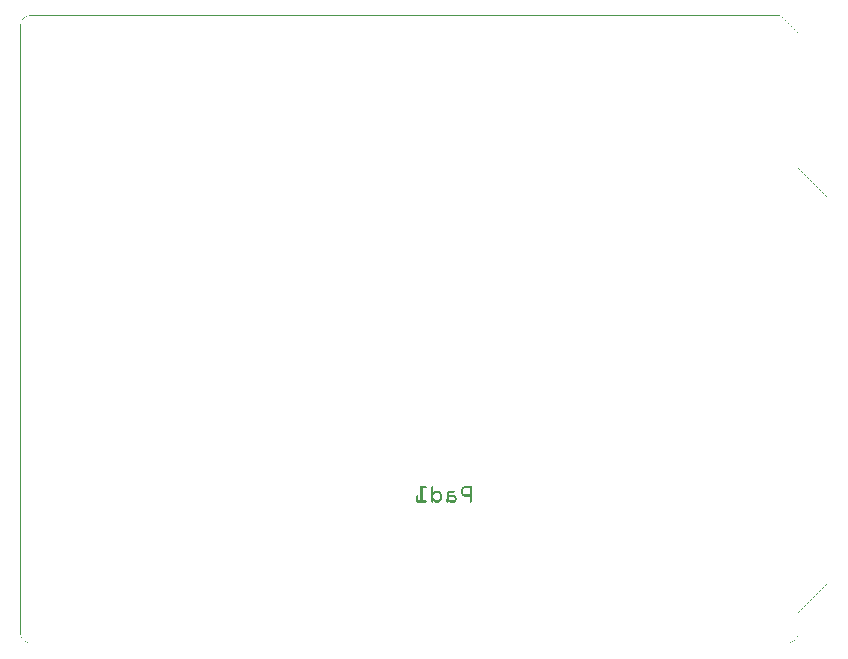
<source format=gbo>
G04 MADE WITH FRITZING*
G04 WWW.FRITZING.ORG*
G04 DOUBLE SIDED*
G04 HOLES PLATED*
G04 CONTOUR ON CENTER OF CONTOUR VECTOR*
%ASAXBY*%
%FSLAX23Y23*%
%MOIN*%
%OFA0B0*%
%SFA1.0B1.0*%
%ADD10R,0.001000X0.001000*%
%LNSILK0*%
G90*
G70*
G54D10*
X39Y2100D02*
X2544Y2100D01*
X35Y2099D02*
X38Y2099D01*
X2544Y2099D02*
X2545Y2099D01*
X33Y2098D02*
X34Y2098D01*
X2545Y2098D02*
X2546Y2098D01*
X30Y2097D02*
X32Y2097D01*
X2546Y2097D02*
X2547Y2097D01*
X29Y2096D02*
X30Y2096D01*
X2547Y2096D02*
X2548Y2096D01*
X27Y2095D02*
X28Y2095D01*
X2548Y2095D02*
X2549Y2095D01*
X25Y2094D02*
X26Y2094D01*
X2549Y2094D02*
X2550Y2094D01*
X24Y2093D02*
X25Y2093D01*
X2550Y2093D02*
X2551Y2093D01*
X23Y2092D02*
X23Y2092D01*
X2551Y2092D02*
X2552Y2092D01*
X22Y2091D02*
X22Y2091D01*
X2552Y2091D02*
X2553Y2091D01*
X21Y2090D02*
X21Y2090D01*
X2553Y2090D02*
X2554Y2090D01*
X20Y2089D02*
X20Y2089D01*
X2554Y2089D02*
X2555Y2089D01*
X19Y2088D02*
X19Y2088D01*
X2555Y2088D02*
X2556Y2088D01*
X18Y2087D02*
X18Y2087D01*
X2556Y2087D02*
X2557Y2087D01*
X18Y2086D02*
X18Y2086D01*
X2557Y2086D02*
X2558Y2086D01*
X17Y2085D02*
X17Y2085D01*
X2558Y2085D02*
X2559Y2085D01*
X16Y2084D02*
X16Y2084D01*
X2559Y2084D02*
X2560Y2084D01*
X16Y2083D02*
X16Y2083D01*
X2560Y2083D02*
X2561Y2083D01*
X15Y2082D02*
X15Y2082D01*
X2561Y2082D02*
X2562Y2082D01*
X14Y2081D02*
X15Y2081D01*
X2562Y2081D02*
X2563Y2081D01*
X14Y2080D02*
X14Y2080D01*
X2563Y2080D02*
X2564Y2080D01*
X14Y2079D02*
X14Y2079D01*
X2564Y2079D02*
X2565Y2079D01*
X13Y2078D02*
X13Y2078D01*
X2565Y2078D02*
X2566Y2078D01*
X13Y2077D02*
X13Y2077D01*
X2566Y2077D02*
X2567Y2077D01*
X12Y2076D02*
X12Y2076D01*
X2567Y2076D02*
X2568Y2076D01*
X12Y2075D02*
X12Y2075D01*
X2568Y2075D02*
X2569Y2075D01*
X12Y2074D02*
X12Y2074D01*
X2569Y2074D02*
X2570Y2074D01*
X12Y2073D02*
X12Y2073D01*
X2570Y2073D02*
X2571Y2073D01*
X11Y2072D02*
X11Y2072D01*
X2571Y2072D02*
X2572Y2072D01*
X11Y2071D02*
X11Y2071D01*
X2572Y2071D02*
X2573Y2071D01*
X11Y2070D02*
X11Y2070D01*
X2573Y2070D02*
X2574Y2070D01*
X11Y2069D02*
X11Y2069D01*
X2574Y2069D02*
X2575Y2069D01*
X11Y2068D02*
X11Y2068D01*
X2575Y2068D02*
X2576Y2068D01*
X11Y2067D02*
X11Y2067D01*
X2576Y2067D02*
X2577Y2067D01*
X11Y2066D02*
X11Y2066D01*
X2577Y2066D02*
X2578Y2066D01*
X11Y2065D02*
X11Y2065D01*
X2578Y2065D02*
X2579Y2065D01*
X11Y2064D02*
X11Y2064D01*
X2579Y2064D02*
X2580Y2064D01*
X11Y2063D02*
X11Y2063D01*
X2580Y2063D02*
X2581Y2063D01*
X11Y2062D02*
X11Y2062D01*
X2581Y2062D02*
X2582Y2062D01*
X11Y2061D02*
X11Y2061D01*
X2582Y2061D02*
X2583Y2061D01*
X11Y2060D02*
X11Y2060D01*
X2583Y2060D02*
X2584Y2060D01*
X11Y2059D02*
X11Y2059D01*
X2584Y2059D02*
X2585Y2059D01*
X11Y2058D02*
X11Y2058D01*
X2585Y2058D02*
X2586Y2058D01*
X11Y2057D02*
X11Y2057D01*
X2586Y2057D02*
X2587Y2057D01*
X11Y2056D02*
X11Y2056D01*
X2587Y2056D02*
X2588Y2056D01*
X11Y2055D02*
X11Y2055D01*
X2588Y2055D02*
X2589Y2055D01*
X11Y2054D02*
X11Y2054D01*
X2589Y2054D02*
X2590Y2054D01*
X11Y2053D02*
X11Y2053D01*
X2590Y2053D02*
X2591Y2053D01*
X11Y2052D02*
X11Y2052D01*
X2591Y2052D02*
X2592Y2052D01*
X11Y2051D02*
X11Y2051D01*
X2592Y2051D02*
X2593Y2051D01*
X11Y2050D02*
X11Y2050D01*
X2593Y2050D02*
X2594Y2050D01*
X11Y2049D02*
X11Y2049D01*
X2594Y2049D02*
X2595Y2049D01*
X11Y2048D02*
X11Y2048D01*
X2595Y2048D02*
X2596Y2048D01*
X11Y2047D02*
X11Y2047D01*
X2596Y2047D02*
X2597Y2047D01*
X11Y2046D02*
X11Y2046D01*
X2597Y2046D02*
X2598Y2046D01*
X11Y2045D02*
X11Y2045D01*
X2598Y2045D02*
X2599Y2045D01*
X11Y2044D02*
X11Y2044D01*
X2599Y2044D02*
X2600Y2044D01*
X11Y2043D02*
X11Y2043D01*
X2600Y2043D02*
X2601Y2043D01*
X11Y2042D02*
X11Y2042D01*
X2601Y2042D02*
X2602Y2042D01*
X11Y2041D02*
X11Y2041D01*
X2602Y2041D02*
X2603Y2041D01*
X11Y2040D02*
X11Y2040D01*
X2603Y2040D02*
X2603Y2040D01*
X11Y2039D02*
X11Y2039D01*
X2603Y2039D02*
X2603Y2039D01*
X11Y2038D02*
X11Y2038D01*
X2603Y2038D02*
X2603Y2038D01*
X11Y2037D02*
X11Y2037D01*
X2603Y2037D02*
X2603Y2037D01*
X11Y2036D02*
X11Y2036D01*
X2603Y2036D02*
X2603Y2036D01*
X11Y2035D02*
X11Y2035D01*
X2603Y2035D02*
X2603Y2035D01*
X11Y2034D02*
X11Y2034D01*
X2603Y2034D02*
X2603Y2034D01*
X11Y2033D02*
X11Y2033D01*
X2603Y2033D02*
X2603Y2033D01*
X11Y2032D02*
X11Y2032D01*
X2603Y2032D02*
X2603Y2032D01*
X11Y2031D02*
X11Y2031D01*
X2603Y2031D02*
X2603Y2031D01*
X11Y2030D02*
X11Y2030D01*
X2603Y2030D02*
X2603Y2030D01*
X11Y2029D02*
X11Y2029D01*
X2603Y2029D02*
X2603Y2029D01*
X11Y2028D02*
X11Y2028D01*
X2603Y2028D02*
X2603Y2028D01*
X11Y2027D02*
X11Y2027D01*
X2603Y2027D02*
X2603Y2027D01*
X11Y2026D02*
X11Y2026D01*
X2603Y2026D02*
X2603Y2026D01*
X11Y2025D02*
X11Y2025D01*
X2603Y2025D02*
X2603Y2025D01*
X11Y2024D02*
X11Y2024D01*
X2603Y2024D02*
X2603Y2024D01*
X11Y2023D02*
X11Y2023D01*
X2603Y2023D02*
X2603Y2023D01*
X11Y2022D02*
X11Y2022D01*
X2603Y2022D02*
X2603Y2022D01*
X11Y2021D02*
X11Y2021D01*
X2603Y2021D02*
X2603Y2021D01*
X11Y2020D02*
X11Y2020D01*
X2603Y2020D02*
X2603Y2020D01*
X11Y2019D02*
X11Y2019D01*
X2603Y2019D02*
X2603Y2019D01*
X11Y2018D02*
X11Y2018D01*
X2603Y2018D02*
X2603Y2018D01*
X11Y2017D02*
X11Y2017D01*
X2603Y2017D02*
X2603Y2017D01*
X11Y2016D02*
X11Y2016D01*
X2603Y2016D02*
X2603Y2016D01*
X11Y2015D02*
X11Y2015D01*
X2603Y2015D02*
X2603Y2015D01*
X11Y2014D02*
X11Y2014D01*
X2603Y2014D02*
X2603Y2014D01*
X11Y2013D02*
X11Y2013D01*
X2603Y2013D02*
X2603Y2013D01*
X11Y2012D02*
X11Y2012D01*
X2603Y2012D02*
X2603Y2012D01*
X11Y2011D02*
X11Y2011D01*
X2603Y2011D02*
X2603Y2011D01*
X11Y2010D02*
X11Y2010D01*
X2603Y2010D02*
X2603Y2010D01*
X11Y2009D02*
X11Y2009D01*
X2603Y2009D02*
X2603Y2009D01*
X11Y2008D02*
X11Y2008D01*
X2603Y2008D02*
X2603Y2008D01*
X11Y2007D02*
X11Y2007D01*
X2603Y2007D02*
X2603Y2007D01*
X11Y2006D02*
X11Y2006D01*
X2603Y2006D02*
X2603Y2006D01*
X11Y2005D02*
X11Y2005D01*
X2603Y2005D02*
X2603Y2005D01*
X11Y2004D02*
X11Y2004D01*
X2603Y2004D02*
X2603Y2004D01*
X11Y2003D02*
X11Y2003D01*
X2603Y2003D02*
X2603Y2003D01*
X11Y2002D02*
X11Y2002D01*
X2603Y2002D02*
X2603Y2002D01*
X11Y2001D02*
X11Y2001D01*
X2603Y2001D02*
X2603Y2001D01*
X11Y2000D02*
X11Y2000D01*
X2603Y2000D02*
X2603Y2000D01*
X11Y1999D02*
X11Y1999D01*
X2603Y1999D02*
X2603Y1999D01*
X11Y1998D02*
X11Y1998D01*
X2603Y1998D02*
X2603Y1998D01*
X11Y1997D02*
X11Y1997D01*
X2603Y1997D02*
X2603Y1997D01*
X11Y1996D02*
X11Y1996D01*
X2603Y1996D02*
X2603Y1996D01*
X11Y1995D02*
X11Y1995D01*
X2603Y1995D02*
X2603Y1995D01*
X11Y1994D02*
X11Y1994D01*
X2603Y1994D02*
X2603Y1994D01*
X11Y1993D02*
X11Y1993D01*
X2603Y1993D02*
X2603Y1993D01*
X11Y1992D02*
X11Y1992D01*
X2603Y1992D02*
X2603Y1992D01*
X11Y1991D02*
X11Y1991D01*
X2603Y1991D02*
X2603Y1991D01*
X11Y1990D02*
X11Y1990D01*
X2603Y1990D02*
X2603Y1990D01*
X11Y1989D02*
X11Y1989D01*
X2603Y1989D02*
X2603Y1989D01*
X11Y1988D02*
X11Y1988D01*
X2603Y1988D02*
X2603Y1988D01*
X11Y1987D02*
X11Y1987D01*
X2603Y1987D02*
X2603Y1987D01*
X11Y1986D02*
X11Y1986D01*
X2603Y1986D02*
X2603Y1986D01*
X11Y1985D02*
X11Y1985D01*
X2603Y1985D02*
X2603Y1985D01*
X11Y1984D02*
X11Y1984D01*
X2603Y1984D02*
X2603Y1984D01*
X11Y1983D02*
X11Y1983D01*
X2603Y1983D02*
X2603Y1983D01*
X11Y1982D02*
X11Y1982D01*
X2603Y1982D02*
X2603Y1982D01*
X11Y1981D02*
X11Y1981D01*
X2603Y1981D02*
X2603Y1981D01*
X11Y1980D02*
X11Y1980D01*
X2603Y1980D02*
X2603Y1980D01*
X11Y1979D02*
X11Y1979D01*
X2603Y1979D02*
X2603Y1979D01*
X11Y1978D02*
X11Y1978D01*
X2603Y1978D02*
X2603Y1978D01*
X11Y1977D02*
X11Y1977D01*
X2603Y1977D02*
X2603Y1977D01*
X11Y1976D02*
X11Y1976D01*
X2603Y1976D02*
X2603Y1976D01*
X11Y1975D02*
X11Y1975D01*
X2603Y1975D02*
X2603Y1975D01*
X11Y1974D02*
X11Y1974D01*
X2603Y1974D02*
X2603Y1974D01*
X11Y1973D02*
X11Y1973D01*
X2603Y1973D02*
X2603Y1973D01*
X11Y1972D02*
X11Y1972D01*
X2603Y1972D02*
X2603Y1972D01*
X11Y1971D02*
X11Y1971D01*
X2603Y1971D02*
X2603Y1971D01*
X11Y1970D02*
X11Y1970D01*
X2603Y1970D02*
X2603Y1970D01*
X11Y1969D02*
X11Y1969D01*
X2603Y1969D02*
X2603Y1969D01*
X11Y1968D02*
X11Y1968D01*
X2603Y1968D02*
X2603Y1968D01*
X11Y1967D02*
X11Y1967D01*
X2603Y1967D02*
X2603Y1967D01*
X11Y1966D02*
X11Y1966D01*
X2603Y1966D02*
X2603Y1966D01*
X11Y1965D02*
X11Y1965D01*
X2603Y1965D02*
X2603Y1965D01*
X11Y1964D02*
X11Y1964D01*
X2603Y1964D02*
X2603Y1964D01*
X11Y1963D02*
X11Y1963D01*
X2603Y1963D02*
X2603Y1963D01*
X11Y1962D02*
X11Y1962D01*
X2603Y1962D02*
X2603Y1962D01*
X11Y1961D02*
X11Y1961D01*
X2603Y1961D02*
X2603Y1961D01*
X11Y1960D02*
X11Y1960D01*
X2603Y1960D02*
X2603Y1960D01*
X11Y1959D02*
X11Y1959D01*
X2603Y1959D02*
X2603Y1959D01*
X11Y1958D02*
X11Y1958D01*
X2603Y1958D02*
X2603Y1958D01*
X11Y1957D02*
X11Y1957D01*
X2603Y1957D02*
X2603Y1957D01*
X11Y1956D02*
X11Y1956D01*
X2603Y1956D02*
X2603Y1956D01*
X11Y1955D02*
X11Y1955D01*
X2603Y1955D02*
X2603Y1955D01*
X11Y1954D02*
X11Y1954D01*
X2603Y1954D02*
X2603Y1954D01*
X11Y1953D02*
X11Y1953D01*
X2603Y1953D02*
X2603Y1953D01*
X11Y1952D02*
X11Y1952D01*
X2603Y1952D02*
X2603Y1952D01*
X11Y1951D02*
X11Y1951D01*
X2603Y1951D02*
X2603Y1951D01*
X11Y1950D02*
X11Y1950D01*
X2603Y1950D02*
X2603Y1950D01*
X11Y1949D02*
X11Y1949D01*
X2603Y1949D02*
X2603Y1949D01*
X11Y1948D02*
X11Y1948D01*
X2603Y1948D02*
X2603Y1948D01*
X11Y1947D02*
X11Y1947D01*
X2603Y1947D02*
X2603Y1947D01*
X11Y1946D02*
X11Y1946D01*
X2603Y1946D02*
X2603Y1946D01*
X11Y1945D02*
X11Y1945D01*
X2603Y1945D02*
X2603Y1945D01*
X11Y1944D02*
X11Y1944D01*
X2603Y1944D02*
X2603Y1944D01*
X11Y1943D02*
X11Y1943D01*
X2603Y1943D02*
X2603Y1943D01*
X11Y1942D02*
X11Y1942D01*
X2603Y1942D02*
X2603Y1942D01*
X11Y1941D02*
X11Y1941D01*
X2603Y1941D02*
X2603Y1941D01*
X11Y1940D02*
X11Y1940D01*
X2603Y1940D02*
X2603Y1940D01*
X11Y1939D02*
X11Y1939D01*
X2603Y1939D02*
X2603Y1939D01*
X11Y1938D02*
X11Y1938D01*
X2603Y1938D02*
X2603Y1938D01*
X11Y1937D02*
X11Y1937D01*
X2603Y1937D02*
X2603Y1937D01*
X11Y1936D02*
X11Y1936D01*
X2603Y1936D02*
X2603Y1936D01*
X11Y1935D02*
X11Y1935D01*
X2603Y1935D02*
X2603Y1935D01*
X11Y1934D02*
X11Y1934D01*
X2603Y1934D02*
X2603Y1934D01*
X11Y1933D02*
X11Y1933D01*
X2603Y1933D02*
X2603Y1933D01*
X11Y1932D02*
X11Y1932D01*
X2603Y1932D02*
X2603Y1932D01*
X11Y1931D02*
X11Y1931D01*
X2603Y1931D02*
X2603Y1931D01*
X11Y1930D02*
X11Y1930D01*
X2603Y1930D02*
X2603Y1930D01*
X11Y1929D02*
X11Y1929D01*
X2603Y1929D02*
X2603Y1929D01*
X11Y1928D02*
X11Y1928D01*
X2603Y1928D02*
X2603Y1928D01*
X11Y1927D02*
X11Y1927D01*
X2603Y1927D02*
X2603Y1927D01*
X11Y1926D02*
X11Y1926D01*
X2603Y1926D02*
X2603Y1926D01*
X11Y1925D02*
X11Y1925D01*
X2603Y1925D02*
X2603Y1925D01*
X11Y1924D02*
X11Y1924D01*
X2603Y1924D02*
X2603Y1924D01*
X11Y1923D02*
X11Y1923D01*
X2603Y1923D02*
X2603Y1923D01*
X11Y1922D02*
X11Y1922D01*
X2603Y1922D02*
X2603Y1922D01*
X11Y1921D02*
X11Y1921D01*
X2603Y1921D02*
X2603Y1921D01*
X11Y1920D02*
X11Y1920D01*
X2603Y1920D02*
X2603Y1920D01*
X11Y1919D02*
X11Y1919D01*
X2603Y1919D02*
X2603Y1919D01*
X11Y1918D02*
X11Y1918D01*
X2603Y1918D02*
X2603Y1918D01*
X11Y1917D02*
X11Y1917D01*
X2603Y1917D02*
X2603Y1917D01*
X11Y1916D02*
X11Y1916D01*
X2603Y1916D02*
X2603Y1916D01*
X11Y1915D02*
X11Y1915D01*
X2603Y1915D02*
X2603Y1915D01*
X11Y1914D02*
X11Y1914D01*
X2603Y1914D02*
X2603Y1914D01*
X11Y1913D02*
X11Y1913D01*
X2603Y1913D02*
X2603Y1913D01*
X11Y1912D02*
X11Y1912D01*
X2603Y1912D02*
X2603Y1912D01*
X11Y1911D02*
X11Y1911D01*
X2603Y1911D02*
X2603Y1911D01*
X11Y1910D02*
X11Y1910D01*
X2603Y1910D02*
X2603Y1910D01*
X11Y1909D02*
X11Y1909D01*
X2603Y1909D02*
X2603Y1909D01*
X11Y1908D02*
X11Y1908D01*
X2603Y1908D02*
X2603Y1908D01*
X11Y1907D02*
X11Y1907D01*
X2603Y1907D02*
X2603Y1907D01*
X11Y1906D02*
X11Y1906D01*
X2603Y1906D02*
X2603Y1906D01*
X11Y1905D02*
X11Y1905D01*
X2603Y1905D02*
X2603Y1905D01*
X11Y1904D02*
X11Y1904D01*
X2603Y1904D02*
X2603Y1904D01*
X11Y1903D02*
X11Y1903D01*
X2603Y1903D02*
X2603Y1903D01*
X11Y1902D02*
X11Y1902D01*
X2603Y1902D02*
X2603Y1902D01*
X11Y1901D02*
X11Y1901D01*
X2603Y1901D02*
X2603Y1901D01*
X11Y1900D02*
X11Y1900D01*
X2603Y1900D02*
X2603Y1900D01*
X11Y1899D02*
X11Y1899D01*
X2603Y1899D02*
X2603Y1899D01*
X11Y1898D02*
X11Y1898D01*
X2603Y1898D02*
X2603Y1898D01*
X11Y1897D02*
X11Y1897D01*
X2603Y1897D02*
X2603Y1897D01*
X11Y1896D02*
X11Y1896D01*
X2603Y1896D02*
X2603Y1896D01*
X11Y1895D02*
X11Y1895D01*
X2603Y1895D02*
X2603Y1895D01*
X11Y1894D02*
X11Y1894D01*
X2603Y1894D02*
X2603Y1894D01*
X11Y1893D02*
X11Y1893D01*
X2603Y1893D02*
X2603Y1893D01*
X11Y1892D02*
X11Y1892D01*
X2603Y1892D02*
X2603Y1892D01*
X11Y1891D02*
X11Y1891D01*
X2603Y1891D02*
X2603Y1891D01*
X11Y1890D02*
X11Y1890D01*
X2603Y1890D02*
X2603Y1890D01*
X11Y1889D02*
X11Y1889D01*
X2603Y1889D02*
X2603Y1889D01*
X11Y1888D02*
X11Y1888D01*
X2603Y1888D02*
X2603Y1888D01*
X11Y1887D02*
X11Y1887D01*
X2603Y1887D02*
X2603Y1887D01*
X11Y1886D02*
X11Y1886D01*
X2603Y1886D02*
X2603Y1886D01*
X11Y1885D02*
X11Y1885D01*
X2603Y1885D02*
X2603Y1885D01*
X11Y1884D02*
X11Y1884D01*
X2603Y1884D02*
X2603Y1884D01*
X11Y1883D02*
X11Y1883D01*
X2603Y1883D02*
X2603Y1883D01*
X11Y1882D02*
X11Y1882D01*
X2603Y1882D02*
X2603Y1882D01*
X11Y1881D02*
X11Y1881D01*
X2603Y1881D02*
X2603Y1881D01*
X11Y1880D02*
X11Y1880D01*
X2603Y1880D02*
X2603Y1880D01*
X11Y1879D02*
X11Y1879D01*
X2603Y1879D02*
X2603Y1879D01*
X11Y1878D02*
X11Y1878D01*
X2603Y1878D02*
X2603Y1878D01*
X11Y1877D02*
X11Y1877D01*
X2603Y1877D02*
X2603Y1877D01*
X11Y1876D02*
X11Y1876D01*
X2603Y1876D02*
X2603Y1876D01*
X11Y1875D02*
X11Y1875D01*
X2603Y1875D02*
X2603Y1875D01*
X11Y1874D02*
X11Y1874D01*
X2603Y1874D02*
X2603Y1874D01*
X11Y1873D02*
X11Y1873D01*
X2603Y1873D02*
X2603Y1873D01*
X11Y1872D02*
X11Y1872D01*
X2603Y1872D02*
X2603Y1872D01*
X11Y1871D02*
X11Y1871D01*
X2603Y1871D02*
X2603Y1871D01*
X11Y1870D02*
X11Y1870D01*
X2603Y1870D02*
X2603Y1870D01*
X11Y1869D02*
X11Y1869D01*
X2603Y1869D02*
X2603Y1869D01*
X11Y1868D02*
X11Y1868D01*
X2603Y1868D02*
X2603Y1868D01*
X11Y1867D02*
X11Y1867D01*
X2603Y1867D02*
X2603Y1867D01*
X11Y1866D02*
X11Y1866D01*
X2603Y1866D02*
X2603Y1866D01*
X11Y1865D02*
X11Y1865D01*
X2603Y1865D02*
X2603Y1865D01*
X11Y1864D02*
X11Y1864D01*
X2603Y1864D02*
X2603Y1864D01*
X11Y1863D02*
X11Y1863D01*
X2603Y1863D02*
X2603Y1863D01*
X11Y1862D02*
X11Y1862D01*
X2603Y1862D02*
X2603Y1862D01*
X11Y1861D02*
X11Y1861D01*
X2603Y1861D02*
X2603Y1861D01*
X11Y1860D02*
X11Y1860D01*
X2603Y1860D02*
X2603Y1860D01*
X11Y1859D02*
X11Y1859D01*
X2603Y1859D02*
X2603Y1859D01*
X11Y1858D02*
X11Y1858D01*
X2603Y1858D02*
X2603Y1858D01*
X11Y1857D02*
X11Y1857D01*
X2603Y1857D02*
X2603Y1857D01*
X11Y1856D02*
X11Y1856D01*
X2603Y1856D02*
X2603Y1856D01*
X11Y1855D02*
X11Y1855D01*
X2603Y1855D02*
X2603Y1855D01*
X11Y1854D02*
X11Y1854D01*
X2603Y1854D02*
X2603Y1854D01*
X11Y1853D02*
X11Y1853D01*
X2603Y1853D02*
X2603Y1853D01*
X11Y1852D02*
X11Y1852D01*
X2603Y1852D02*
X2603Y1852D01*
X11Y1851D02*
X11Y1851D01*
X2603Y1851D02*
X2603Y1851D01*
X11Y1850D02*
X11Y1850D01*
X2603Y1850D02*
X2603Y1850D01*
X11Y1849D02*
X11Y1849D01*
X2603Y1849D02*
X2603Y1849D01*
X11Y1848D02*
X11Y1848D01*
X2603Y1848D02*
X2603Y1848D01*
X11Y1847D02*
X11Y1847D01*
X2603Y1847D02*
X2603Y1847D01*
X11Y1846D02*
X11Y1846D01*
X2603Y1846D02*
X2603Y1846D01*
X11Y1845D02*
X11Y1845D01*
X2603Y1845D02*
X2603Y1845D01*
X11Y1844D02*
X11Y1844D01*
X2603Y1844D02*
X2603Y1844D01*
X11Y1843D02*
X11Y1843D01*
X2603Y1843D02*
X2603Y1843D01*
X11Y1842D02*
X11Y1842D01*
X2603Y1842D02*
X2603Y1842D01*
X11Y1841D02*
X11Y1841D01*
X2603Y1841D02*
X2603Y1841D01*
X11Y1840D02*
X11Y1840D01*
X2603Y1840D02*
X2603Y1840D01*
X11Y1839D02*
X11Y1839D01*
X2603Y1839D02*
X2603Y1839D01*
X11Y1838D02*
X11Y1838D01*
X2603Y1838D02*
X2603Y1838D01*
X11Y1837D02*
X11Y1837D01*
X2603Y1837D02*
X2603Y1837D01*
X11Y1836D02*
X11Y1836D01*
X2603Y1836D02*
X2603Y1836D01*
X11Y1835D02*
X11Y1835D01*
X2603Y1835D02*
X2603Y1835D01*
X11Y1834D02*
X11Y1834D01*
X2603Y1834D02*
X2603Y1834D01*
X11Y1833D02*
X11Y1833D01*
X2603Y1833D02*
X2603Y1833D01*
X11Y1832D02*
X11Y1832D01*
X2603Y1832D02*
X2603Y1832D01*
X11Y1831D02*
X11Y1831D01*
X2603Y1831D02*
X2603Y1831D01*
X11Y1830D02*
X11Y1830D01*
X2603Y1830D02*
X2603Y1830D01*
X11Y1829D02*
X11Y1829D01*
X2603Y1829D02*
X2603Y1829D01*
X11Y1828D02*
X11Y1828D01*
X2603Y1828D02*
X2603Y1828D01*
X11Y1827D02*
X11Y1827D01*
X2603Y1827D02*
X2603Y1827D01*
X11Y1826D02*
X11Y1826D01*
X2603Y1826D02*
X2603Y1826D01*
X11Y1825D02*
X11Y1825D01*
X2603Y1825D02*
X2603Y1825D01*
X11Y1824D02*
X11Y1824D01*
X2603Y1824D02*
X2603Y1824D01*
X11Y1823D02*
X11Y1823D01*
X2603Y1823D02*
X2603Y1823D01*
X11Y1822D02*
X11Y1822D01*
X2603Y1822D02*
X2603Y1822D01*
X11Y1821D02*
X11Y1821D01*
X2603Y1821D02*
X2603Y1821D01*
X11Y1820D02*
X11Y1820D01*
X2603Y1820D02*
X2603Y1820D01*
X11Y1819D02*
X11Y1819D01*
X2603Y1819D02*
X2603Y1819D01*
X11Y1818D02*
X11Y1818D01*
X2603Y1818D02*
X2603Y1818D01*
X11Y1817D02*
X11Y1817D01*
X2603Y1817D02*
X2603Y1817D01*
X11Y1816D02*
X11Y1816D01*
X2603Y1816D02*
X2603Y1816D01*
X11Y1815D02*
X11Y1815D01*
X2603Y1815D02*
X2603Y1815D01*
X11Y1814D02*
X11Y1814D01*
X2603Y1814D02*
X2603Y1814D01*
X11Y1813D02*
X11Y1813D01*
X2603Y1813D02*
X2603Y1813D01*
X11Y1812D02*
X11Y1812D01*
X2603Y1812D02*
X2603Y1812D01*
X11Y1811D02*
X11Y1811D01*
X2603Y1811D02*
X2603Y1811D01*
X11Y1810D02*
X11Y1810D01*
X2603Y1810D02*
X2603Y1810D01*
X11Y1809D02*
X11Y1809D01*
X2603Y1809D02*
X2603Y1809D01*
X11Y1808D02*
X11Y1808D01*
X2603Y1808D02*
X2603Y1808D01*
X11Y1807D02*
X11Y1807D01*
X2603Y1807D02*
X2603Y1807D01*
X11Y1806D02*
X11Y1806D01*
X2603Y1806D02*
X2603Y1806D01*
X11Y1805D02*
X11Y1805D01*
X2603Y1805D02*
X2603Y1805D01*
X11Y1804D02*
X11Y1804D01*
X2603Y1804D02*
X2603Y1804D01*
X11Y1803D02*
X11Y1803D01*
X2603Y1803D02*
X2603Y1803D01*
X11Y1802D02*
X11Y1802D01*
X2603Y1802D02*
X2603Y1802D01*
X11Y1801D02*
X11Y1801D01*
X2603Y1801D02*
X2603Y1801D01*
X11Y1800D02*
X11Y1800D01*
X2603Y1800D02*
X2603Y1800D01*
X11Y1799D02*
X11Y1799D01*
X2603Y1799D02*
X2603Y1799D01*
X11Y1798D02*
X11Y1798D01*
X2603Y1798D02*
X2603Y1798D01*
X11Y1797D02*
X11Y1797D01*
X2603Y1797D02*
X2603Y1797D01*
X11Y1796D02*
X11Y1796D01*
X2603Y1796D02*
X2603Y1796D01*
X11Y1795D02*
X11Y1795D01*
X2603Y1795D02*
X2603Y1795D01*
X11Y1794D02*
X11Y1794D01*
X2603Y1794D02*
X2603Y1794D01*
X11Y1793D02*
X11Y1793D01*
X2603Y1793D02*
X2603Y1793D01*
X11Y1792D02*
X11Y1792D01*
X2603Y1792D02*
X2603Y1792D01*
X11Y1791D02*
X11Y1791D01*
X2603Y1791D02*
X2603Y1791D01*
X11Y1790D02*
X11Y1790D01*
X2603Y1790D02*
X2603Y1790D01*
X11Y1789D02*
X11Y1789D01*
X2603Y1789D02*
X2603Y1789D01*
X11Y1788D02*
X11Y1788D01*
X2603Y1788D02*
X2603Y1788D01*
X11Y1787D02*
X11Y1787D01*
X2603Y1787D02*
X2603Y1787D01*
X11Y1786D02*
X11Y1786D01*
X2603Y1786D02*
X2603Y1786D01*
X11Y1785D02*
X11Y1785D01*
X2603Y1785D02*
X2603Y1785D01*
X11Y1784D02*
X11Y1784D01*
X2603Y1784D02*
X2603Y1784D01*
X11Y1783D02*
X11Y1783D01*
X2603Y1783D02*
X2603Y1783D01*
X11Y1782D02*
X11Y1782D01*
X2603Y1782D02*
X2603Y1782D01*
X11Y1781D02*
X11Y1781D01*
X2603Y1781D02*
X2603Y1781D01*
X11Y1780D02*
X11Y1780D01*
X2603Y1780D02*
X2603Y1780D01*
X11Y1779D02*
X11Y1779D01*
X2603Y1779D02*
X2603Y1779D01*
X11Y1778D02*
X11Y1778D01*
X2603Y1778D02*
X2603Y1778D01*
X11Y1777D02*
X11Y1777D01*
X2603Y1777D02*
X2603Y1777D01*
X11Y1776D02*
X11Y1776D01*
X2603Y1776D02*
X2603Y1776D01*
X11Y1775D02*
X11Y1775D01*
X2603Y1775D02*
X2603Y1775D01*
X11Y1774D02*
X11Y1774D01*
X2603Y1774D02*
X2603Y1774D01*
X11Y1773D02*
X11Y1773D01*
X2603Y1773D02*
X2603Y1773D01*
X11Y1772D02*
X11Y1772D01*
X2603Y1772D02*
X2603Y1772D01*
X11Y1771D02*
X11Y1771D01*
X2603Y1771D02*
X2603Y1771D01*
X11Y1770D02*
X11Y1770D01*
X2603Y1770D02*
X2603Y1770D01*
X11Y1769D02*
X11Y1769D01*
X2603Y1769D02*
X2603Y1769D01*
X11Y1768D02*
X11Y1768D01*
X2603Y1768D02*
X2603Y1768D01*
X11Y1767D02*
X11Y1767D01*
X2603Y1767D02*
X2603Y1767D01*
X11Y1766D02*
X11Y1766D01*
X2603Y1766D02*
X2603Y1766D01*
X11Y1765D02*
X11Y1765D01*
X2603Y1765D02*
X2603Y1765D01*
X11Y1764D02*
X11Y1764D01*
X2603Y1764D02*
X2603Y1764D01*
X11Y1763D02*
X11Y1763D01*
X2603Y1763D02*
X2603Y1763D01*
X11Y1762D02*
X11Y1762D01*
X2603Y1762D02*
X2603Y1762D01*
X11Y1761D02*
X11Y1761D01*
X2603Y1761D02*
X2603Y1761D01*
X11Y1760D02*
X11Y1760D01*
X2603Y1760D02*
X2603Y1760D01*
X11Y1759D02*
X11Y1759D01*
X2603Y1759D02*
X2603Y1759D01*
X11Y1758D02*
X11Y1758D01*
X2603Y1758D02*
X2603Y1758D01*
X11Y1757D02*
X11Y1757D01*
X2603Y1757D02*
X2603Y1757D01*
X11Y1756D02*
X11Y1756D01*
X2603Y1756D02*
X2603Y1756D01*
X11Y1755D02*
X11Y1755D01*
X2603Y1755D02*
X2603Y1755D01*
X11Y1754D02*
X11Y1754D01*
X2603Y1754D02*
X2603Y1754D01*
X11Y1753D02*
X11Y1753D01*
X2603Y1753D02*
X2603Y1753D01*
X11Y1752D02*
X11Y1752D01*
X2603Y1752D02*
X2603Y1752D01*
X11Y1751D02*
X11Y1751D01*
X2603Y1751D02*
X2603Y1751D01*
X11Y1750D02*
X11Y1750D01*
X2603Y1750D02*
X2603Y1750D01*
X11Y1749D02*
X11Y1749D01*
X2603Y1749D02*
X2603Y1749D01*
X11Y1748D02*
X11Y1748D01*
X2603Y1748D02*
X2603Y1748D01*
X11Y1747D02*
X11Y1747D01*
X2603Y1747D02*
X2603Y1747D01*
X11Y1746D02*
X11Y1746D01*
X2603Y1746D02*
X2603Y1746D01*
X11Y1745D02*
X11Y1745D01*
X2603Y1745D02*
X2603Y1745D01*
X11Y1744D02*
X11Y1744D01*
X2603Y1744D02*
X2603Y1744D01*
X11Y1743D02*
X11Y1743D01*
X2603Y1743D02*
X2603Y1743D01*
X11Y1742D02*
X11Y1742D01*
X2603Y1742D02*
X2603Y1742D01*
X11Y1741D02*
X11Y1741D01*
X2603Y1741D02*
X2603Y1741D01*
X11Y1740D02*
X11Y1740D01*
X2603Y1740D02*
X2603Y1740D01*
X11Y1739D02*
X11Y1739D01*
X2603Y1739D02*
X2603Y1739D01*
X11Y1738D02*
X11Y1738D01*
X2603Y1738D02*
X2603Y1738D01*
X11Y1737D02*
X11Y1737D01*
X2603Y1737D02*
X2603Y1737D01*
X11Y1736D02*
X11Y1736D01*
X2603Y1736D02*
X2603Y1736D01*
X11Y1735D02*
X11Y1735D01*
X2603Y1735D02*
X2603Y1735D01*
X11Y1734D02*
X11Y1734D01*
X2603Y1734D02*
X2603Y1734D01*
X11Y1733D02*
X11Y1733D01*
X2603Y1733D02*
X2603Y1733D01*
X11Y1732D02*
X11Y1732D01*
X2603Y1732D02*
X2603Y1732D01*
X11Y1731D02*
X11Y1731D01*
X2603Y1731D02*
X2603Y1731D01*
X11Y1730D02*
X11Y1730D01*
X2603Y1730D02*
X2603Y1730D01*
X11Y1729D02*
X11Y1729D01*
X2603Y1729D02*
X2603Y1729D01*
X11Y1728D02*
X11Y1728D01*
X2603Y1728D02*
X2603Y1728D01*
X11Y1727D02*
X11Y1727D01*
X2603Y1727D02*
X2603Y1727D01*
X11Y1726D02*
X11Y1726D01*
X2603Y1726D02*
X2603Y1726D01*
X11Y1725D02*
X11Y1725D01*
X2603Y1725D02*
X2603Y1725D01*
X11Y1724D02*
X11Y1724D01*
X2603Y1724D02*
X2603Y1724D01*
X11Y1723D02*
X11Y1723D01*
X2603Y1723D02*
X2603Y1723D01*
X11Y1722D02*
X11Y1722D01*
X2603Y1722D02*
X2603Y1722D01*
X11Y1721D02*
X11Y1721D01*
X2603Y1721D02*
X2603Y1721D01*
X11Y1720D02*
X11Y1720D01*
X2603Y1720D02*
X2603Y1720D01*
X11Y1719D02*
X11Y1719D01*
X2603Y1719D02*
X2603Y1719D01*
X11Y1718D02*
X11Y1718D01*
X2603Y1718D02*
X2603Y1718D01*
X11Y1717D02*
X11Y1717D01*
X2603Y1717D02*
X2603Y1717D01*
X11Y1716D02*
X11Y1716D01*
X2603Y1716D02*
X2603Y1716D01*
X11Y1715D02*
X11Y1715D01*
X2603Y1715D02*
X2603Y1715D01*
X11Y1714D02*
X11Y1714D01*
X2603Y1714D02*
X2603Y1714D01*
X11Y1713D02*
X11Y1713D01*
X2603Y1713D02*
X2603Y1713D01*
X11Y1712D02*
X11Y1712D01*
X2603Y1712D02*
X2603Y1712D01*
X11Y1711D02*
X11Y1711D01*
X2603Y1711D02*
X2603Y1711D01*
X11Y1710D02*
X11Y1710D01*
X2603Y1710D02*
X2603Y1710D01*
X11Y1709D02*
X11Y1709D01*
X2603Y1709D02*
X2603Y1709D01*
X11Y1708D02*
X11Y1708D01*
X2603Y1708D02*
X2603Y1708D01*
X11Y1707D02*
X11Y1707D01*
X2603Y1707D02*
X2603Y1707D01*
X11Y1706D02*
X11Y1706D01*
X2603Y1706D02*
X2603Y1706D01*
X11Y1705D02*
X11Y1705D01*
X2603Y1705D02*
X2603Y1705D01*
X11Y1704D02*
X11Y1704D01*
X2603Y1704D02*
X2603Y1704D01*
X11Y1703D02*
X11Y1703D01*
X2603Y1703D02*
X2603Y1703D01*
X11Y1702D02*
X11Y1702D01*
X2603Y1702D02*
X2603Y1702D01*
X11Y1701D02*
X11Y1701D01*
X2603Y1701D02*
X2603Y1701D01*
X11Y1700D02*
X11Y1700D01*
X2603Y1700D02*
X2603Y1700D01*
X11Y1699D02*
X11Y1699D01*
X2603Y1699D02*
X2603Y1699D01*
X11Y1698D02*
X11Y1698D01*
X2603Y1698D02*
X2603Y1698D01*
X11Y1697D02*
X11Y1697D01*
X2603Y1697D02*
X2603Y1697D01*
X11Y1696D02*
X11Y1696D01*
X2603Y1696D02*
X2603Y1696D01*
X11Y1695D02*
X11Y1695D01*
X2603Y1695D02*
X2603Y1695D01*
X11Y1694D02*
X11Y1694D01*
X2603Y1694D02*
X2603Y1694D01*
X11Y1693D02*
X11Y1693D01*
X2603Y1693D02*
X2603Y1693D01*
X11Y1692D02*
X11Y1692D01*
X2603Y1692D02*
X2603Y1692D01*
X11Y1691D02*
X11Y1691D01*
X2603Y1691D02*
X2603Y1691D01*
X11Y1690D02*
X11Y1690D01*
X2603Y1690D02*
X2603Y1690D01*
X11Y1689D02*
X11Y1689D01*
X2603Y1689D02*
X2603Y1689D01*
X11Y1688D02*
X11Y1688D01*
X2603Y1688D02*
X2603Y1688D01*
X11Y1687D02*
X11Y1687D01*
X2603Y1687D02*
X2603Y1687D01*
X11Y1686D02*
X11Y1686D01*
X2603Y1686D02*
X2603Y1686D01*
X11Y1685D02*
X11Y1685D01*
X2603Y1685D02*
X2603Y1685D01*
X11Y1684D02*
X11Y1684D01*
X2603Y1684D02*
X2603Y1684D01*
X11Y1683D02*
X11Y1683D01*
X2603Y1683D02*
X2603Y1683D01*
X11Y1682D02*
X11Y1682D01*
X2603Y1682D02*
X2603Y1682D01*
X11Y1681D02*
X11Y1681D01*
X2603Y1681D02*
X2603Y1681D01*
X11Y1680D02*
X11Y1680D01*
X2603Y1680D02*
X2603Y1680D01*
X11Y1679D02*
X11Y1679D01*
X2603Y1679D02*
X2603Y1679D01*
X11Y1678D02*
X11Y1678D01*
X2603Y1678D02*
X2603Y1678D01*
X11Y1677D02*
X11Y1677D01*
X2603Y1677D02*
X2603Y1677D01*
X11Y1676D02*
X11Y1676D01*
X2603Y1676D02*
X2603Y1676D01*
X11Y1675D02*
X11Y1675D01*
X2603Y1675D02*
X2603Y1675D01*
X11Y1674D02*
X11Y1674D01*
X2603Y1674D02*
X2603Y1674D01*
X11Y1673D02*
X11Y1673D01*
X2603Y1673D02*
X2603Y1673D01*
X11Y1672D02*
X11Y1672D01*
X2603Y1672D02*
X2603Y1672D01*
X11Y1671D02*
X11Y1671D01*
X2603Y1671D02*
X2603Y1671D01*
X11Y1670D02*
X11Y1670D01*
X2603Y1670D02*
X2603Y1670D01*
X11Y1669D02*
X11Y1669D01*
X2603Y1669D02*
X2603Y1669D01*
X11Y1668D02*
X11Y1668D01*
X2603Y1668D02*
X2603Y1668D01*
X11Y1667D02*
X11Y1667D01*
X2603Y1667D02*
X2603Y1667D01*
X11Y1666D02*
X11Y1666D01*
X2603Y1666D02*
X2603Y1666D01*
X11Y1665D02*
X11Y1665D01*
X2603Y1665D02*
X2603Y1665D01*
X11Y1664D02*
X11Y1664D01*
X2603Y1664D02*
X2603Y1664D01*
X11Y1663D02*
X11Y1663D01*
X2603Y1663D02*
X2603Y1663D01*
X11Y1662D02*
X11Y1662D01*
X2603Y1662D02*
X2603Y1662D01*
X11Y1661D02*
X11Y1661D01*
X2603Y1661D02*
X2603Y1661D01*
X11Y1660D02*
X11Y1660D01*
X2603Y1660D02*
X2603Y1660D01*
X11Y1659D02*
X11Y1659D01*
X2603Y1659D02*
X2603Y1659D01*
X11Y1658D02*
X11Y1658D01*
X2603Y1658D02*
X2603Y1658D01*
X11Y1657D02*
X11Y1657D01*
X2603Y1657D02*
X2603Y1657D01*
X11Y1656D02*
X11Y1656D01*
X2603Y1656D02*
X2603Y1656D01*
X11Y1655D02*
X11Y1655D01*
X2603Y1655D02*
X2603Y1655D01*
X11Y1654D02*
X11Y1654D01*
X2603Y1654D02*
X2603Y1654D01*
X11Y1653D02*
X11Y1653D01*
X2603Y1653D02*
X2603Y1653D01*
X11Y1652D02*
X11Y1652D01*
X2603Y1652D02*
X2603Y1652D01*
X11Y1651D02*
X11Y1651D01*
X2603Y1651D02*
X2603Y1651D01*
X11Y1650D02*
X11Y1650D01*
X2603Y1650D02*
X2603Y1650D01*
X11Y1649D02*
X11Y1649D01*
X2603Y1649D02*
X2603Y1649D01*
X11Y1648D02*
X11Y1648D01*
X2603Y1648D02*
X2603Y1648D01*
X11Y1647D02*
X11Y1647D01*
X2603Y1647D02*
X2603Y1647D01*
X11Y1646D02*
X11Y1646D01*
X2603Y1646D02*
X2603Y1646D01*
X11Y1645D02*
X11Y1645D01*
X2603Y1645D02*
X2603Y1645D01*
X11Y1644D02*
X11Y1644D01*
X2603Y1644D02*
X2603Y1644D01*
X11Y1643D02*
X11Y1643D01*
X2603Y1643D02*
X2603Y1643D01*
X11Y1642D02*
X11Y1642D01*
X2603Y1642D02*
X2603Y1642D01*
X11Y1641D02*
X11Y1641D01*
X2603Y1641D02*
X2603Y1641D01*
X11Y1640D02*
X11Y1640D01*
X2603Y1640D02*
X2603Y1640D01*
X11Y1639D02*
X11Y1639D01*
X2603Y1639D02*
X2603Y1639D01*
X11Y1638D02*
X11Y1638D01*
X2603Y1638D02*
X2603Y1638D01*
X11Y1637D02*
X11Y1637D01*
X2603Y1637D02*
X2603Y1637D01*
X11Y1636D02*
X11Y1636D01*
X2603Y1636D02*
X2603Y1636D01*
X11Y1635D02*
X11Y1635D01*
X2603Y1635D02*
X2603Y1635D01*
X11Y1634D02*
X11Y1634D01*
X2603Y1634D02*
X2603Y1634D01*
X11Y1633D02*
X11Y1633D01*
X2603Y1633D02*
X2603Y1633D01*
X11Y1632D02*
X11Y1632D01*
X2603Y1632D02*
X2603Y1632D01*
X11Y1631D02*
X11Y1631D01*
X2603Y1631D02*
X2603Y1631D01*
X11Y1630D02*
X11Y1630D01*
X2603Y1630D02*
X2603Y1630D01*
X11Y1629D02*
X11Y1629D01*
X2603Y1629D02*
X2603Y1629D01*
X11Y1628D02*
X11Y1628D01*
X2603Y1628D02*
X2603Y1628D01*
X11Y1627D02*
X11Y1627D01*
X2603Y1627D02*
X2603Y1627D01*
X11Y1626D02*
X11Y1626D01*
X2603Y1626D02*
X2603Y1626D01*
X11Y1625D02*
X11Y1625D01*
X2603Y1625D02*
X2603Y1625D01*
X11Y1624D02*
X11Y1624D01*
X2603Y1624D02*
X2603Y1624D01*
X11Y1623D02*
X11Y1623D01*
X2603Y1623D02*
X2603Y1623D01*
X11Y1622D02*
X11Y1622D01*
X2603Y1622D02*
X2603Y1622D01*
X11Y1621D02*
X11Y1621D01*
X2603Y1621D02*
X2603Y1621D01*
X11Y1620D02*
X11Y1620D01*
X2603Y1620D02*
X2603Y1620D01*
X11Y1619D02*
X11Y1619D01*
X2603Y1619D02*
X2603Y1619D01*
X11Y1618D02*
X11Y1618D01*
X2603Y1618D02*
X2603Y1618D01*
X11Y1617D02*
X11Y1617D01*
X2603Y1617D02*
X2603Y1617D01*
X11Y1616D02*
X11Y1616D01*
X2603Y1616D02*
X2603Y1616D01*
X11Y1615D02*
X11Y1615D01*
X2603Y1615D02*
X2603Y1615D01*
X11Y1614D02*
X11Y1614D01*
X2603Y1614D02*
X2603Y1614D01*
X11Y1613D02*
X11Y1613D01*
X2603Y1613D02*
X2603Y1613D01*
X11Y1612D02*
X11Y1612D01*
X2603Y1612D02*
X2603Y1612D01*
X11Y1611D02*
X11Y1611D01*
X2603Y1611D02*
X2603Y1611D01*
X11Y1610D02*
X11Y1610D01*
X2603Y1610D02*
X2603Y1610D01*
X11Y1609D02*
X11Y1609D01*
X2603Y1609D02*
X2603Y1609D01*
X11Y1608D02*
X11Y1608D01*
X2603Y1608D02*
X2603Y1608D01*
X11Y1607D02*
X11Y1607D01*
X2603Y1607D02*
X2603Y1607D01*
X11Y1606D02*
X11Y1606D01*
X2603Y1606D02*
X2603Y1606D01*
X11Y1605D02*
X11Y1605D01*
X2603Y1605D02*
X2603Y1605D01*
X11Y1604D02*
X11Y1604D01*
X2603Y1604D02*
X2603Y1604D01*
X11Y1603D02*
X11Y1603D01*
X2603Y1603D02*
X2603Y1603D01*
X11Y1602D02*
X11Y1602D01*
X2603Y1602D02*
X2603Y1602D01*
X11Y1601D02*
X11Y1601D01*
X2603Y1601D02*
X2603Y1601D01*
X11Y1600D02*
X11Y1600D01*
X2603Y1600D02*
X2603Y1600D01*
X11Y1599D02*
X11Y1599D01*
X2603Y1599D02*
X2603Y1599D01*
X11Y1598D02*
X11Y1598D01*
X2603Y1598D02*
X2603Y1598D01*
X11Y1597D02*
X11Y1597D01*
X2603Y1597D02*
X2603Y1597D01*
X11Y1596D02*
X11Y1596D01*
X2603Y1596D02*
X2603Y1596D01*
X11Y1595D02*
X11Y1595D01*
X2603Y1595D02*
X2603Y1595D01*
X11Y1594D02*
X11Y1594D01*
X2603Y1594D02*
X2603Y1594D01*
X11Y1593D02*
X11Y1593D01*
X2603Y1593D02*
X2603Y1593D01*
X11Y1592D02*
X11Y1592D01*
X2603Y1592D02*
X2603Y1592D01*
X11Y1591D02*
X11Y1591D01*
X2604Y1591D02*
X2604Y1591D01*
X11Y1590D02*
X11Y1590D01*
X2605Y1590D02*
X2605Y1590D01*
X11Y1589D02*
X11Y1589D01*
X2606Y1589D02*
X2606Y1589D01*
X11Y1588D02*
X11Y1588D01*
X2607Y1588D02*
X2607Y1588D01*
X11Y1587D02*
X11Y1587D01*
X2608Y1587D02*
X2608Y1587D01*
X11Y1586D02*
X11Y1586D01*
X2609Y1586D02*
X2609Y1586D01*
X11Y1585D02*
X11Y1585D01*
X2610Y1585D02*
X2610Y1585D01*
X11Y1584D02*
X11Y1584D01*
X2611Y1584D02*
X2611Y1584D01*
X11Y1583D02*
X11Y1583D01*
X2612Y1583D02*
X2612Y1583D01*
X11Y1582D02*
X11Y1582D01*
X2613Y1582D02*
X2613Y1582D01*
X11Y1581D02*
X11Y1581D01*
X2614Y1581D02*
X2614Y1581D01*
X11Y1580D02*
X11Y1580D01*
X2615Y1580D02*
X2615Y1580D01*
X11Y1579D02*
X11Y1579D01*
X2616Y1579D02*
X2616Y1579D01*
X11Y1578D02*
X11Y1578D01*
X2617Y1578D02*
X2617Y1578D01*
X11Y1577D02*
X11Y1577D01*
X2618Y1577D02*
X2618Y1577D01*
X11Y1576D02*
X11Y1576D01*
X2619Y1576D02*
X2619Y1576D01*
X11Y1575D02*
X11Y1575D01*
X2620Y1575D02*
X2620Y1575D01*
X11Y1574D02*
X11Y1574D01*
X2621Y1574D02*
X2621Y1574D01*
X11Y1573D02*
X11Y1573D01*
X2622Y1573D02*
X2622Y1573D01*
X11Y1572D02*
X11Y1572D01*
X2623Y1572D02*
X2623Y1572D01*
X11Y1571D02*
X11Y1571D01*
X2624Y1571D02*
X2624Y1571D01*
X11Y1570D02*
X11Y1570D01*
X2625Y1570D02*
X2625Y1570D01*
X11Y1569D02*
X11Y1569D01*
X2626Y1569D02*
X2626Y1569D01*
X11Y1568D02*
X11Y1568D01*
X2627Y1568D02*
X2627Y1568D01*
X11Y1567D02*
X11Y1567D01*
X2628Y1567D02*
X2628Y1567D01*
X11Y1566D02*
X11Y1566D01*
X2629Y1566D02*
X2629Y1566D01*
X11Y1565D02*
X11Y1565D01*
X2630Y1565D02*
X2630Y1565D01*
X11Y1564D02*
X11Y1564D01*
X2631Y1564D02*
X2631Y1564D01*
X11Y1563D02*
X11Y1563D01*
X2632Y1563D02*
X2632Y1563D01*
X11Y1562D02*
X11Y1562D01*
X2633Y1562D02*
X2633Y1562D01*
X11Y1561D02*
X11Y1561D01*
X2634Y1561D02*
X2634Y1561D01*
X11Y1560D02*
X11Y1560D01*
X2635Y1560D02*
X2635Y1560D01*
X11Y1559D02*
X11Y1559D01*
X2636Y1559D02*
X2636Y1559D01*
X11Y1558D02*
X11Y1558D01*
X2637Y1558D02*
X2637Y1558D01*
X11Y1557D02*
X11Y1557D01*
X2638Y1557D02*
X2638Y1557D01*
X11Y1556D02*
X11Y1556D01*
X2639Y1556D02*
X2639Y1556D01*
X11Y1555D02*
X11Y1555D01*
X2640Y1555D02*
X2640Y1555D01*
X11Y1554D02*
X11Y1554D01*
X2641Y1554D02*
X2641Y1554D01*
X11Y1553D02*
X11Y1553D01*
X2642Y1553D02*
X2642Y1553D01*
X11Y1552D02*
X11Y1552D01*
X2643Y1552D02*
X2643Y1552D01*
X11Y1551D02*
X11Y1551D01*
X2644Y1551D02*
X2644Y1551D01*
X11Y1550D02*
X11Y1550D01*
X2645Y1550D02*
X2645Y1550D01*
X11Y1549D02*
X11Y1549D01*
X2646Y1549D02*
X2646Y1549D01*
X11Y1548D02*
X11Y1548D01*
X2647Y1548D02*
X2647Y1548D01*
X11Y1547D02*
X11Y1547D01*
X2648Y1547D02*
X2648Y1547D01*
X11Y1546D02*
X11Y1546D01*
X2649Y1546D02*
X2650Y1546D01*
X11Y1545D02*
X11Y1545D01*
X2650Y1545D02*
X2651Y1545D01*
X11Y1544D02*
X11Y1544D01*
X2651Y1544D02*
X2652Y1544D01*
X11Y1543D02*
X11Y1543D01*
X2652Y1543D02*
X2653Y1543D01*
X11Y1542D02*
X11Y1542D01*
X2653Y1542D02*
X2654Y1542D01*
X11Y1541D02*
X11Y1541D01*
X2654Y1541D02*
X2655Y1541D01*
X11Y1540D02*
X11Y1540D01*
X2655Y1540D02*
X2656Y1540D01*
X11Y1539D02*
X11Y1539D01*
X2656Y1539D02*
X2657Y1539D01*
X11Y1538D02*
X11Y1538D01*
X2657Y1538D02*
X2658Y1538D01*
X11Y1537D02*
X11Y1537D01*
X2658Y1537D02*
X2659Y1537D01*
X11Y1536D02*
X11Y1536D01*
X2659Y1536D02*
X2660Y1536D01*
X11Y1535D02*
X11Y1535D01*
X2660Y1535D02*
X2661Y1535D01*
X11Y1534D02*
X11Y1534D01*
X2661Y1534D02*
X2662Y1534D01*
X11Y1533D02*
X11Y1533D01*
X2662Y1533D02*
X2663Y1533D01*
X11Y1532D02*
X11Y1532D01*
X2663Y1532D02*
X2664Y1532D01*
X11Y1531D02*
X11Y1531D01*
X2664Y1531D02*
X2665Y1531D01*
X11Y1530D02*
X11Y1530D01*
X2665Y1530D02*
X2666Y1530D01*
X11Y1529D02*
X11Y1529D01*
X2666Y1529D02*
X2667Y1529D01*
X11Y1528D02*
X11Y1528D01*
X2667Y1528D02*
X2668Y1528D01*
X11Y1527D02*
X11Y1527D01*
X2668Y1527D02*
X2669Y1527D01*
X11Y1526D02*
X11Y1526D01*
X2669Y1526D02*
X2670Y1526D01*
X11Y1525D02*
X11Y1525D01*
X2670Y1525D02*
X2671Y1525D01*
X11Y1524D02*
X11Y1524D01*
X2671Y1524D02*
X2672Y1524D01*
X11Y1523D02*
X11Y1523D01*
X2672Y1523D02*
X2673Y1523D01*
X11Y1522D02*
X11Y1522D01*
X2673Y1522D02*
X2674Y1522D01*
X11Y1521D02*
X11Y1521D01*
X2674Y1521D02*
X2675Y1521D01*
X11Y1520D02*
X11Y1520D01*
X2675Y1520D02*
X2676Y1520D01*
X11Y1519D02*
X11Y1519D01*
X2676Y1519D02*
X2677Y1519D01*
X11Y1518D02*
X11Y1518D01*
X2677Y1518D02*
X2678Y1518D01*
X11Y1517D02*
X11Y1517D01*
X2678Y1517D02*
X2679Y1517D01*
X11Y1516D02*
X11Y1516D01*
X2679Y1516D02*
X2680Y1516D01*
X11Y1515D02*
X11Y1515D01*
X2680Y1515D02*
X2681Y1515D01*
X11Y1514D02*
X11Y1514D01*
X2681Y1514D02*
X2682Y1514D01*
X11Y1513D02*
X11Y1513D01*
X2682Y1513D02*
X2683Y1513D01*
X11Y1512D02*
X11Y1512D01*
X2683Y1512D02*
X2684Y1512D01*
X11Y1511D02*
X11Y1511D01*
X2684Y1511D02*
X2685Y1511D01*
X11Y1510D02*
X11Y1510D01*
X2685Y1510D02*
X2686Y1510D01*
X11Y1509D02*
X11Y1509D01*
X2686Y1509D02*
X2687Y1509D01*
X11Y1508D02*
X11Y1508D01*
X2687Y1508D02*
X2688Y1508D01*
X11Y1507D02*
X11Y1507D01*
X2688Y1507D02*
X2689Y1507D01*
X11Y1506D02*
X11Y1506D01*
X2689Y1506D02*
X2690Y1506D01*
X11Y1505D02*
X11Y1505D01*
X2690Y1505D02*
X2691Y1505D01*
X11Y1504D02*
X11Y1504D01*
X2691Y1504D02*
X2692Y1504D01*
X11Y1503D02*
X11Y1503D01*
X2692Y1503D02*
X2693Y1503D01*
X11Y1502D02*
X11Y1502D01*
X2693Y1502D02*
X2694Y1502D01*
X11Y1501D02*
X11Y1501D01*
X2694Y1501D02*
X2695Y1501D01*
X11Y1500D02*
X11Y1500D01*
X2695Y1500D02*
X2696Y1500D01*
X11Y1499D02*
X11Y1499D01*
X2696Y1499D02*
X2697Y1499D01*
X11Y1498D02*
X11Y1498D01*
X2697Y1498D02*
X2698Y1498D01*
X11Y1497D02*
X11Y1497D01*
X2698Y1497D02*
X2699Y1497D01*
X11Y1496D02*
X11Y1496D01*
X2699Y1496D02*
X2700Y1496D01*
X11Y1495D02*
X11Y1495D01*
X2700Y1495D02*
X2701Y1495D01*
X11Y1494D02*
X11Y1494D01*
X2701Y1494D02*
X2702Y1494D01*
X11Y1493D02*
X11Y1493D01*
X2702Y1493D02*
X2703Y1493D01*
X11Y1492D02*
X11Y1492D01*
X2703Y1492D02*
X2703Y1492D01*
X11Y1491D02*
X11Y1491D01*
X2703Y1491D02*
X2703Y1491D01*
X11Y1490D02*
X11Y1490D01*
X2703Y1490D02*
X2703Y1490D01*
X11Y1489D02*
X11Y1489D01*
X2703Y1489D02*
X2703Y1489D01*
X11Y1488D02*
X11Y1488D01*
X2703Y1488D02*
X2703Y1488D01*
X11Y1487D02*
X11Y1487D01*
X2703Y1487D02*
X2703Y1487D01*
X11Y1486D02*
X11Y1486D01*
X2703Y1486D02*
X2703Y1486D01*
X11Y1485D02*
X11Y1485D01*
X2703Y1485D02*
X2703Y1485D01*
X11Y1484D02*
X11Y1484D01*
X2703Y1484D02*
X2703Y1484D01*
X11Y1483D02*
X11Y1483D01*
X2703Y1483D02*
X2703Y1483D01*
X11Y1482D02*
X11Y1482D01*
X2703Y1482D02*
X2703Y1482D01*
X11Y1481D02*
X11Y1481D01*
X2703Y1481D02*
X2703Y1481D01*
X11Y1480D02*
X11Y1480D01*
X2703Y1480D02*
X2703Y1480D01*
X11Y1479D02*
X11Y1479D01*
X2703Y1479D02*
X2703Y1479D01*
X11Y1478D02*
X11Y1478D01*
X2703Y1478D02*
X2703Y1478D01*
X11Y1477D02*
X11Y1477D01*
X2703Y1477D02*
X2703Y1477D01*
X11Y1476D02*
X11Y1476D01*
X2703Y1476D02*
X2703Y1476D01*
X11Y1475D02*
X11Y1475D01*
X2703Y1475D02*
X2703Y1475D01*
X11Y1474D02*
X11Y1474D01*
X2703Y1474D02*
X2703Y1474D01*
X11Y1473D02*
X11Y1473D01*
X2703Y1473D02*
X2703Y1473D01*
X11Y1472D02*
X11Y1472D01*
X2703Y1472D02*
X2703Y1472D01*
X11Y1471D02*
X11Y1471D01*
X2703Y1471D02*
X2703Y1471D01*
X11Y1470D02*
X11Y1470D01*
X2703Y1470D02*
X2703Y1470D01*
X11Y1469D02*
X11Y1469D01*
X2703Y1469D02*
X2703Y1469D01*
X11Y1468D02*
X11Y1468D01*
X2703Y1468D02*
X2703Y1468D01*
X11Y1467D02*
X11Y1467D01*
X2703Y1467D02*
X2703Y1467D01*
X11Y1466D02*
X11Y1466D01*
X2703Y1466D02*
X2703Y1466D01*
X11Y1465D02*
X11Y1465D01*
X2703Y1465D02*
X2703Y1465D01*
X11Y1464D02*
X11Y1464D01*
X2703Y1464D02*
X2703Y1464D01*
X11Y1463D02*
X11Y1463D01*
X2703Y1463D02*
X2703Y1463D01*
X11Y1462D02*
X11Y1462D01*
X2703Y1462D02*
X2703Y1462D01*
X11Y1461D02*
X11Y1461D01*
X2703Y1461D02*
X2703Y1461D01*
X11Y1460D02*
X11Y1460D01*
X2703Y1460D02*
X2703Y1460D01*
X11Y1459D02*
X11Y1459D01*
X2703Y1459D02*
X2703Y1459D01*
X11Y1458D02*
X11Y1458D01*
X2703Y1458D02*
X2703Y1458D01*
X11Y1457D02*
X11Y1457D01*
X2703Y1457D02*
X2703Y1457D01*
X11Y1456D02*
X11Y1456D01*
X2703Y1456D02*
X2703Y1456D01*
X11Y1455D02*
X11Y1455D01*
X2703Y1455D02*
X2703Y1455D01*
X11Y1454D02*
X11Y1454D01*
X2703Y1454D02*
X2703Y1454D01*
X11Y1453D02*
X11Y1453D01*
X2703Y1453D02*
X2703Y1453D01*
X11Y1452D02*
X11Y1452D01*
X2703Y1452D02*
X2703Y1452D01*
X11Y1451D02*
X11Y1451D01*
X2703Y1451D02*
X2703Y1451D01*
X11Y1450D02*
X11Y1450D01*
X2703Y1450D02*
X2703Y1450D01*
X11Y1449D02*
X11Y1449D01*
X2703Y1449D02*
X2703Y1449D01*
X11Y1448D02*
X11Y1448D01*
X2703Y1448D02*
X2703Y1448D01*
X11Y1447D02*
X11Y1447D01*
X2703Y1447D02*
X2703Y1447D01*
X11Y1446D02*
X11Y1446D01*
X2703Y1446D02*
X2703Y1446D01*
X11Y1445D02*
X11Y1445D01*
X2703Y1445D02*
X2703Y1445D01*
X11Y1444D02*
X11Y1444D01*
X2703Y1444D02*
X2703Y1444D01*
X11Y1443D02*
X11Y1443D01*
X2703Y1443D02*
X2703Y1443D01*
X11Y1442D02*
X11Y1442D01*
X2703Y1442D02*
X2703Y1442D01*
X11Y1441D02*
X11Y1441D01*
X2703Y1441D02*
X2703Y1441D01*
X11Y1440D02*
X11Y1440D01*
X2703Y1440D02*
X2703Y1440D01*
X11Y1439D02*
X11Y1439D01*
X2703Y1439D02*
X2703Y1439D01*
X11Y1438D02*
X11Y1438D01*
X2703Y1438D02*
X2703Y1438D01*
X11Y1437D02*
X11Y1437D01*
X2703Y1437D02*
X2703Y1437D01*
X11Y1436D02*
X11Y1436D01*
X2703Y1436D02*
X2703Y1436D01*
X11Y1435D02*
X11Y1435D01*
X2703Y1435D02*
X2703Y1435D01*
X11Y1434D02*
X11Y1434D01*
X2703Y1434D02*
X2703Y1434D01*
X11Y1433D02*
X11Y1433D01*
X2703Y1433D02*
X2703Y1433D01*
X11Y1432D02*
X11Y1432D01*
X2703Y1432D02*
X2703Y1432D01*
X11Y1431D02*
X11Y1431D01*
X2703Y1431D02*
X2703Y1431D01*
X11Y1430D02*
X11Y1430D01*
X2703Y1430D02*
X2703Y1430D01*
X11Y1429D02*
X11Y1429D01*
X2703Y1429D02*
X2703Y1429D01*
X11Y1428D02*
X11Y1428D01*
X2703Y1428D02*
X2703Y1428D01*
X11Y1427D02*
X11Y1427D01*
X2703Y1427D02*
X2703Y1427D01*
X11Y1426D02*
X11Y1426D01*
X2703Y1426D02*
X2703Y1426D01*
X11Y1425D02*
X11Y1425D01*
X2703Y1425D02*
X2703Y1425D01*
X11Y1424D02*
X11Y1424D01*
X2703Y1424D02*
X2703Y1424D01*
X11Y1423D02*
X11Y1423D01*
X2703Y1423D02*
X2703Y1423D01*
X11Y1422D02*
X11Y1422D01*
X2703Y1422D02*
X2703Y1422D01*
X11Y1421D02*
X11Y1421D01*
X2703Y1421D02*
X2703Y1421D01*
X11Y1420D02*
X11Y1420D01*
X2703Y1420D02*
X2703Y1420D01*
X11Y1419D02*
X11Y1419D01*
X2703Y1419D02*
X2703Y1419D01*
X11Y1418D02*
X11Y1418D01*
X2703Y1418D02*
X2703Y1418D01*
X11Y1417D02*
X11Y1417D01*
X2703Y1417D02*
X2703Y1417D01*
X11Y1416D02*
X11Y1416D01*
X2703Y1416D02*
X2703Y1416D01*
X11Y1415D02*
X11Y1415D01*
X2703Y1415D02*
X2703Y1415D01*
X11Y1414D02*
X11Y1414D01*
X2703Y1414D02*
X2703Y1414D01*
X11Y1413D02*
X11Y1413D01*
X2703Y1413D02*
X2703Y1413D01*
X11Y1412D02*
X11Y1412D01*
X2703Y1412D02*
X2703Y1412D01*
X11Y1411D02*
X11Y1411D01*
X2703Y1411D02*
X2703Y1411D01*
X11Y1410D02*
X11Y1410D01*
X2703Y1410D02*
X2703Y1410D01*
X11Y1409D02*
X11Y1409D01*
X2703Y1409D02*
X2703Y1409D01*
X11Y1408D02*
X11Y1408D01*
X2703Y1408D02*
X2703Y1408D01*
X11Y1407D02*
X11Y1407D01*
X2703Y1407D02*
X2703Y1407D01*
X11Y1406D02*
X11Y1406D01*
X2703Y1406D02*
X2703Y1406D01*
X11Y1405D02*
X11Y1405D01*
X2703Y1405D02*
X2703Y1405D01*
X11Y1404D02*
X11Y1404D01*
X2703Y1404D02*
X2703Y1404D01*
X11Y1403D02*
X11Y1403D01*
X2703Y1403D02*
X2703Y1403D01*
X11Y1402D02*
X11Y1402D01*
X2703Y1402D02*
X2703Y1402D01*
X11Y1401D02*
X11Y1401D01*
X2703Y1401D02*
X2703Y1401D01*
X11Y1400D02*
X11Y1400D01*
X2703Y1400D02*
X2703Y1400D01*
X11Y1399D02*
X11Y1399D01*
X2703Y1399D02*
X2703Y1399D01*
X11Y1398D02*
X11Y1398D01*
X2703Y1398D02*
X2703Y1398D01*
X11Y1397D02*
X11Y1397D01*
X2703Y1397D02*
X2703Y1397D01*
X11Y1396D02*
X11Y1396D01*
X2703Y1396D02*
X2703Y1396D01*
X11Y1395D02*
X11Y1395D01*
X2703Y1395D02*
X2703Y1395D01*
X11Y1394D02*
X11Y1394D01*
X2703Y1394D02*
X2703Y1394D01*
X11Y1393D02*
X11Y1393D01*
X2703Y1393D02*
X2703Y1393D01*
X11Y1392D02*
X11Y1392D01*
X2703Y1392D02*
X2703Y1392D01*
X11Y1391D02*
X11Y1391D01*
X2703Y1391D02*
X2703Y1391D01*
X11Y1390D02*
X11Y1390D01*
X2703Y1390D02*
X2703Y1390D01*
X11Y1389D02*
X11Y1389D01*
X2703Y1389D02*
X2703Y1389D01*
X11Y1388D02*
X11Y1388D01*
X2703Y1388D02*
X2703Y1388D01*
X11Y1387D02*
X11Y1387D01*
X2703Y1387D02*
X2703Y1387D01*
X11Y1386D02*
X11Y1386D01*
X2703Y1386D02*
X2703Y1386D01*
X11Y1385D02*
X11Y1385D01*
X2703Y1385D02*
X2703Y1385D01*
X11Y1384D02*
X11Y1384D01*
X2703Y1384D02*
X2703Y1384D01*
X11Y1383D02*
X11Y1383D01*
X2703Y1383D02*
X2703Y1383D01*
X11Y1382D02*
X11Y1382D01*
X2703Y1382D02*
X2703Y1382D01*
X11Y1381D02*
X11Y1381D01*
X2703Y1381D02*
X2703Y1381D01*
X11Y1380D02*
X11Y1380D01*
X2703Y1380D02*
X2703Y1380D01*
X11Y1379D02*
X11Y1379D01*
X2703Y1379D02*
X2703Y1379D01*
X11Y1378D02*
X11Y1378D01*
X2703Y1378D02*
X2703Y1378D01*
X11Y1377D02*
X11Y1377D01*
X2703Y1377D02*
X2703Y1377D01*
X11Y1376D02*
X11Y1376D01*
X2703Y1376D02*
X2703Y1376D01*
X11Y1375D02*
X11Y1375D01*
X2703Y1375D02*
X2703Y1375D01*
X11Y1374D02*
X11Y1374D01*
X2703Y1374D02*
X2703Y1374D01*
X11Y1373D02*
X11Y1373D01*
X2703Y1373D02*
X2703Y1373D01*
X11Y1372D02*
X11Y1372D01*
X2703Y1372D02*
X2703Y1372D01*
X11Y1371D02*
X11Y1371D01*
X2703Y1371D02*
X2703Y1371D01*
X11Y1370D02*
X11Y1370D01*
X2703Y1370D02*
X2703Y1370D01*
X11Y1369D02*
X11Y1369D01*
X2703Y1369D02*
X2703Y1369D01*
X11Y1368D02*
X11Y1368D01*
X2703Y1368D02*
X2703Y1368D01*
X11Y1367D02*
X11Y1367D01*
X2703Y1367D02*
X2703Y1367D01*
X11Y1366D02*
X11Y1366D01*
X2703Y1366D02*
X2703Y1366D01*
X11Y1365D02*
X11Y1365D01*
X2703Y1365D02*
X2703Y1365D01*
X11Y1364D02*
X11Y1364D01*
X2703Y1364D02*
X2703Y1364D01*
X11Y1363D02*
X11Y1363D01*
X2703Y1363D02*
X2703Y1363D01*
X11Y1362D02*
X11Y1362D01*
X2703Y1362D02*
X2703Y1362D01*
X11Y1361D02*
X11Y1361D01*
X2703Y1361D02*
X2703Y1361D01*
X11Y1360D02*
X11Y1360D01*
X2703Y1360D02*
X2703Y1360D01*
X11Y1359D02*
X11Y1359D01*
X2703Y1359D02*
X2703Y1359D01*
X11Y1358D02*
X11Y1358D01*
X2703Y1358D02*
X2703Y1358D01*
X11Y1357D02*
X11Y1357D01*
X2703Y1357D02*
X2703Y1357D01*
X11Y1356D02*
X11Y1356D01*
X2703Y1356D02*
X2703Y1356D01*
X11Y1355D02*
X11Y1355D01*
X2703Y1355D02*
X2703Y1355D01*
X11Y1354D02*
X11Y1354D01*
X2703Y1354D02*
X2703Y1354D01*
X11Y1353D02*
X11Y1353D01*
X2703Y1353D02*
X2703Y1353D01*
X11Y1352D02*
X11Y1352D01*
X2703Y1352D02*
X2703Y1352D01*
X11Y1351D02*
X11Y1351D01*
X2703Y1351D02*
X2703Y1351D01*
X11Y1350D02*
X11Y1350D01*
X2703Y1350D02*
X2703Y1350D01*
X11Y1349D02*
X11Y1349D01*
X2703Y1349D02*
X2703Y1349D01*
X11Y1348D02*
X11Y1348D01*
X2703Y1348D02*
X2703Y1348D01*
X11Y1347D02*
X11Y1347D01*
X2703Y1347D02*
X2703Y1347D01*
X11Y1346D02*
X11Y1346D01*
X2703Y1346D02*
X2703Y1346D01*
X11Y1345D02*
X11Y1345D01*
X2703Y1345D02*
X2703Y1345D01*
X11Y1344D02*
X11Y1344D01*
X2703Y1344D02*
X2703Y1344D01*
X11Y1343D02*
X11Y1343D01*
X2703Y1343D02*
X2703Y1343D01*
X11Y1342D02*
X11Y1342D01*
X2703Y1342D02*
X2703Y1342D01*
X11Y1341D02*
X11Y1341D01*
X2703Y1341D02*
X2703Y1341D01*
X11Y1340D02*
X11Y1340D01*
X2703Y1340D02*
X2703Y1340D01*
X11Y1339D02*
X11Y1339D01*
X2703Y1339D02*
X2703Y1339D01*
X11Y1338D02*
X11Y1338D01*
X2703Y1338D02*
X2703Y1338D01*
X11Y1337D02*
X11Y1337D01*
X2703Y1337D02*
X2703Y1337D01*
X11Y1336D02*
X11Y1336D01*
X2703Y1336D02*
X2703Y1336D01*
X11Y1335D02*
X11Y1335D01*
X2703Y1335D02*
X2703Y1335D01*
X11Y1334D02*
X11Y1334D01*
X2703Y1334D02*
X2703Y1334D01*
X11Y1333D02*
X11Y1333D01*
X2703Y1333D02*
X2703Y1333D01*
X11Y1332D02*
X11Y1332D01*
X2703Y1332D02*
X2703Y1332D01*
X11Y1331D02*
X11Y1331D01*
X2703Y1331D02*
X2703Y1331D01*
X11Y1330D02*
X11Y1330D01*
X2703Y1330D02*
X2703Y1330D01*
X11Y1329D02*
X11Y1329D01*
X2703Y1329D02*
X2703Y1329D01*
X11Y1328D02*
X11Y1328D01*
X2703Y1328D02*
X2703Y1328D01*
X11Y1327D02*
X11Y1327D01*
X2703Y1327D02*
X2703Y1327D01*
X11Y1326D02*
X11Y1326D01*
X2703Y1326D02*
X2703Y1326D01*
X11Y1325D02*
X11Y1325D01*
X2703Y1325D02*
X2703Y1325D01*
X11Y1324D02*
X11Y1324D01*
X2703Y1324D02*
X2703Y1324D01*
X11Y1323D02*
X11Y1323D01*
X2703Y1323D02*
X2703Y1323D01*
X11Y1322D02*
X11Y1322D01*
X2703Y1322D02*
X2703Y1322D01*
X11Y1321D02*
X11Y1321D01*
X2703Y1321D02*
X2703Y1321D01*
X11Y1320D02*
X11Y1320D01*
X2703Y1320D02*
X2703Y1320D01*
X11Y1319D02*
X11Y1319D01*
X2703Y1319D02*
X2703Y1319D01*
X11Y1318D02*
X11Y1318D01*
X2703Y1318D02*
X2703Y1318D01*
X11Y1317D02*
X11Y1317D01*
X2703Y1317D02*
X2703Y1317D01*
X11Y1316D02*
X11Y1316D01*
X2703Y1316D02*
X2703Y1316D01*
X11Y1315D02*
X11Y1315D01*
X2703Y1315D02*
X2703Y1315D01*
X11Y1314D02*
X11Y1314D01*
X2703Y1314D02*
X2703Y1314D01*
X11Y1313D02*
X11Y1313D01*
X2703Y1313D02*
X2703Y1313D01*
X11Y1312D02*
X11Y1312D01*
X2703Y1312D02*
X2703Y1312D01*
X11Y1311D02*
X11Y1311D01*
X2703Y1311D02*
X2703Y1311D01*
X11Y1310D02*
X11Y1310D01*
X2703Y1310D02*
X2703Y1310D01*
X11Y1309D02*
X11Y1309D01*
X2703Y1309D02*
X2703Y1309D01*
X11Y1308D02*
X11Y1308D01*
X2703Y1308D02*
X2703Y1308D01*
X11Y1307D02*
X11Y1307D01*
X2703Y1307D02*
X2703Y1307D01*
X11Y1306D02*
X11Y1306D01*
X2703Y1306D02*
X2703Y1306D01*
X11Y1305D02*
X11Y1305D01*
X2703Y1305D02*
X2703Y1305D01*
X11Y1304D02*
X11Y1304D01*
X2703Y1304D02*
X2703Y1304D01*
X11Y1303D02*
X11Y1303D01*
X2703Y1303D02*
X2703Y1303D01*
X11Y1302D02*
X11Y1302D01*
X2703Y1302D02*
X2703Y1302D01*
X11Y1301D02*
X11Y1301D01*
X2703Y1301D02*
X2703Y1301D01*
X11Y1300D02*
X11Y1300D01*
X2703Y1300D02*
X2703Y1300D01*
X11Y1299D02*
X11Y1299D01*
X2703Y1299D02*
X2703Y1299D01*
X11Y1298D02*
X11Y1298D01*
X2703Y1298D02*
X2703Y1298D01*
X11Y1297D02*
X11Y1297D01*
X2703Y1297D02*
X2703Y1297D01*
X11Y1296D02*
X11Y1296D01*
X2703Y1296D02*
X2703Y1296D01*
X11Y1295D02*
X11Y1295D01*
X2703Y1295D02*
X2703Y1295D01*
X11Y1294D02*
X11Y1294D01*
X2703Y1294D02*
X2703Y1294D01*
X11Y1293D02*
X11Y1293D01*
X2703Y1293D02*
X2703Y1293D01*
X11Y1292D02*
X11Y1292D01*
X2703Y1292D02*
X2703Y1292D01*
X11Y1291D02*
X11Y1291D01*
X2703Y1291D02*
X2703Y1291D01*
X11Y1290D02*
X11Y1290D01*
X2703Y1290D02*
X2703Y1290D01*
X11Y1289D02*
X11Y1289D01*
X2703Y1289D02*
X2703Y1289D01*
X11Y1288D02*
X11Y1288D01*
X2703Y1288D02*
X2703Y1288D01*
X11Y1287D02*
X11Y1287D01*
X2703Y1287D02*
X2703Y1287D01*
X11Y1286D02*
X11Y1286D01*
X2703Y1286D02*
X2703Y1286D01*
X11Y1285D02*
X11Y1285D01*
X2703Y1285D02*
X2703Y1285D01*
X11Y1284D02*
X11Y1284D01*
X2703Y1284D02*
X2703Y1284D01*
X11Y1283D02*
X11Y1283D01*
X2703Y1283D02*
X2703Y1283D01*
X11Y1282D02*
X11Y1282D01*
X2703Y1282D02*
X2703Y1282D01*
X11Y1281D02*
X11Y1281D01*
X2703Y1281D02*
X2703Y1281D01*
X11Y1280D02*
X11Y1280D01*
X2703Y1280D02*
X2703Y1280D01*
X11Y1279D02*
X11Y1279D01*
X2703Y1279D02*
X2703Y1279D01*
X11Y1278D02*
X11Y1278D01*
X2703Y1278D02*
X2703Y1278D01*
X11Y1277D02*
X11Y1277D01*
X2703Y1277D02*
X2703Y1277D01*
X11Y1276D02*
X11Y1276D01*
X2703Y1276D02*
X2703Y1276D01*
X11Y1275D02*
X11Y1275D01*
X2703Y1275D02*
X2703Y1275D01*
X11Y1274D02*
X11Y1274D01*
X2703Y1274D02*
X2703Y1274D01*
X11Y1273D02*
X11Y1273D01*
X2703Y1273D02*
X2703Y1273D01*
X11Y1272D02*
X11Y1272D01*
X2703Y1272D02*
X2703Y1272D01*
X11Y1271D02*
X11Y1271D01*
X2703Y1271D02*
X2703Y1271D01*
X11Y1270D02*
X11Y1270D01*
X2703Y1270D02*
X2703Y1270D01*
X11Y1269D02*
X11Y1269D01*
X2703Y1269D02*
X2703Y1269D01*
X11Y1268D02*
X11Y1268D01*
X2703Y1268D02*
X2703Y1268D01*
X11Y1267D02*
X11Y1267D01*
X2703Y1267D02*
X2703Y1267D01*
X11Y1266D02*
X11Y1266D01*
X2703Y1266D02*
X2703Y1266D01*
X11Y1265D02*
X11Y1265D01*
X2703Y1265D02*
X2703Y1265D01*
X11Y1264D02*
X11Y1264D01*
X2703Y1264D02*
X2703Y1264D01*
X11Y1263D02*
X11Y1263D01*
X2703Y1263D02*
X2703Y1263D01*
X11Y1262D02*
X11Y1262D01*
X2703Y1262D02*
X2703Y1262D01*
X11Y1261D02*
X11Y1261D01*
X2703Y1261D02*
X2703Y1261D01*
X11Y1260D02*
X11Y1260D01*
X2703Y1260D02*
X2703Y1260D01*
X11Y1259D02*
X11Y1259D01*
X2703Y1259D02*
X2703Y1259D01*
X11Y1258D02*
X11Y1258D01*
X2703Y1258D02*
X2703Y1258D01*
X11Y1257D02*
X11Y1257D01*
X2703Y1257D02*
X2703Y1257D01*
X11Y1256D02*
X11Y1256D01*
X2703Y1256D02*
X2703Y1256D01*
X11Y1255D02*
X11Y1255D01*
X2703Y1255D02*
X2703Y1255D01*
X11Y1254D02*
X11Y1254D01*
X2703Y1254D02*
X2703Y1254D01*
X11Y1253D02*
X11Y1253D01*
X2703Y1253D02*
X2703Y1253D01*
X11Y1252D02*
X11Y1252D01*
X2703Y1252D02*
X2703Y1252D01*
X11Y1251D02*
X11Y1251D01*
X2703Y1251D02*
X2703Y1251D01*
X11Y1250D02*
X11Y1250D01*
X2703Y1250D02*
X2703Y1250D01*
X11Y1249D02*
X11Y1249D01*
X2703Y1249D02*
X2703Y1249D01*
X11Y1248D02*
X11Y1248D01*
X2703Y1248D02*
X2703Y1248D01*
X11Y1247D02*
X11Y1247D01*
X2703Y1247D02*
X2703Y1247D01*
X11Y1246D02*
X11Y1246D01*
X2703Y1246D02*
X2703Y1246D01*
X11Y1245D02*
X11Y1245D01*
X2703Y1245D02*
X2703Y1245D01*
X11Y1244D02*
X11Y1244D01*
X2703Y1244D02*
X2703Y1244D01*
X11Y1243D02*
X11Y1243D01*
X2703Y1243D02*
X2703Y1243D01*
X11Y1242D02*
X11Y1242D01*
X2703Y1242D02*
X2703Y1242D01*
X11Y1241D02*
X11Y1241D01*
X2703Y1241D02*
X2703Y1241D01*
X11Y1240D02*
X11Y1240D01*
X2703Y1240D02*
X2703Y1240D01*
X11Y1239D02*
X11Y1239D01*
X2703Y1239D02*
X2703Y1239D01*
X11Y1238D02*
X11Y1238D01*
X2703Y1238D02*
X2703Y1238D01*
X11Y1237D02*
X11Y1237D01*
X2703Y1237D02*
X2703Y1237D01*
X11Y1236D02*
X11Y1236D01*
X2703Y1236D02*
X2703Y1236D01*
X11Y1235D02*
X11Y1235D01*
X2703Y1235D02*
X2703Y1235D01*
X11Y1234D02*
X11Y1234D01*
X2703Y1234D02*
X2703Y1234D01*
X11Y1233D02*
X11Y1233D01*
X2703Y1233D02*
X2703Y1233D01*
X11Y1232D02*
X11Y1232D01*
X2703Y1232D02*
X2703Y1232D01*
X11Y1231D02*
X11Y1231D01*
X2703Y1231D02*
X2703Y1231D01*
X11Y1230D02*
X11Y1230D01*
X2703Y1230D02*
X2703Y1230D01*
X11Y1229D02*
X11Y1229D01*
X2703Y1229D02*
X2703Y1229D01*
X11Y1228D02*
X11Y1228D01*
X2703Y1228D02*
X2703Y1228D01*
X11Y1227D02*
X11Y1227D01*
X2703Y1227D02*
X2703Y1227D01*
X11Y1226D02*
X11Y1226D01*
X2703Y1226D02*
X2703Y1226D01*
X11Y1225D02*
X11Y1225D01*
X2703Y1225D02*
X2703Y1225D01*
X11Y1224D02*
X11Y1224D01*
X2703Y1224D02*
X2703Y1224D01*
X11Y1223D02*
X11Y1223D01*
X2703Y1223D02*
X2703Y1223D01*
X11Y1222D02*
X11Y1222D01*
X2703Y1222D02*
X2703Y1222D01*
X11Y1221D02*
X11Y1221D01*
X2703Y1221D02*
X2703Y1221D01*
X11Y1220D02*
X11Y1220D01*
X2703Y1220D02*
X2703Y1220D01*
X11Y1219D02*
X11Y1219D01*
X2703Y1219D02*
X2703Y1219D01*
X11Y1218D02*
X11Y1218D01*
X2703Y1218D02*
X2703Y1218D01*
X11Y1217D02*
X11Y1217D01*
X2703Y1217D02*
X2703Y1217D01*
X11Y1216D02*
X11Y1216D01*
X2703Y1216D02*
X2703Y1216D01*
X11Y1215D02*
X11Y1215D01*
X2703Y1215D02*
X2703Y1215D01*
X11Y1214D02*
X11Y1214D01*
X2703Y1214D02*
X2703Y1214D01*
X11Y1213D02*
X11Y1213D01*
X2703Y1213D02*
X2703Y1213D01*
X11Y1212D02*
X11Y1212D01*
X2703Y1212D02*
X2703Y1212D01*
X11Y1211D02*
X11Y1211D01*
X2703Y1211D02*
X2703Y1211D01*
X11Y1210D02*
X11Y1210D01*
X2703Y1210D02*
X2703Y1210D01*
X11Y1209D02*
X11Y1209D01*
X2703Y1209D02*
X2703Y1209D01*
X11Y1208D02*
X11Y1208D01*
X2703Y1208D02*
X2703Y1208D01*
X11Y1207D02*
X11Y1207D01*
X2703Y1207D02*
X2703Y1207D01*
X11Y1206D02*
X11Y1206D01*
X2703Y1206D02*
X2703Y1206D01*
X11Y1205D02*
X11Y1205D01*
X2703Y1205D02*
X2703Y1205D01*
X11Y1204D02*
X11Y1204D01*
X2703Y1204D02*
X2703Y1204D01*
X11Y1203D02*
X11Y1203D01*
X2703Y1203D02*
X2703Y1203D01*
X11Y1202D02*
X11Y1202D01*
X2703Y1202D02*
X2703Y1202D01*
X11Y1201D02*
X11Y1201D01*
X2703Y1201D02*
X2703Y1201D01*
X11Y1200D02*
X11Y1200D01*
X2703Y1200D02*
X2703Y1200D01*
X11Y1199D02*
X11Y1199D01*
X2703Y1199D02*
X2703Y1199D01*
X11Y1198D02*
X11Y1198D01*
X2703Y1198D02*
X2703Y1198D01*
X11Y1197D02*
X11Y1197D01*
X2703Y1197D02*
X2703Y1197D01*
X11Y1196D02*
X11Y1196D01*
X2703Y1196D02*
X2703Y1196D01*
X11Y1195D02*
X11Y1195D01*
X2703Y1195D02*
X2703Y1195D01*
X11Y1194D02*
X11Y1194D01*
X2703Y1194D02*
X2703Y1194D01*
X11Y1193D02*
X11Y1193D01*
X2703Y1193D02*
X2703Y1193D01*
X11Y1192D02*
X11Y1192D01*
X2703Y1192D02*
X2703Y1192D01*
X11Y1191D02*
X11Y1191D01*
X2703Y1191D02*
X2703Y1191D01*
X11Y1190D02*
X11Y1190D01*
X2703Y1190D02*
X2703Y1190D01*
X11Y1189D02*
X11Y1189D01*
X2703Y1189D02*
X2703Y1189D01*
X11Y1188D02*
X11Y1188D01*
X2703Y1188D02*
X2703Y1188D01*
X11Y1187D02*
X11Y1187D01*
X2703Y1187D02*
X2703Y1187D01*
X11Y1186D02*
X11Y1186D01*
X2703Y1186D02*
X2703Y1186D01*
X11Y1185D02*
X11Y1185D01*
X2703Y1185D02*
X2703Y1185D01*
X11Y1184D02*
X11Y1184D01*
X2703Y1184D02*
X2703Y1184D01*
X11Y1183D02*
X11Y1183D01*
X2703Y1183D02*
X2703Y1183D01*
X11Y1182D02*
X11Y1182D01*
X2703Y1182D02*
X2703Y1182D01*
X11Y1181D02*
X11Y1181D01*
X2703Y1181D02*
X2703Y1181D01*
X11Y1180D02*
X11Y1180D01*
X2703Y1180D02*
X2703Y1180D01*
X11Y1179D02*
X11Y1179D01*
X2703Y1179D02*
X2703Y1179D01*
X11Y1178D02*
X11Y1178D01*
X2703Y1178D02*
X2703Y1178D01*
X11Y1177D02*
X11Y1177D01*
X2703Y1177D02*
X2703Y1177D01*
X11Y1176D02*
X11Y1176D01*
X2703Y1176D02*
X2703Y1176D01*
X11Y1175D02*
X11Y1175D01*
X2703Y1175D02*
X2703Y1175D01*
X11Y1174D02*
X11Y1174D01*
X2703Y1174D02*
X2703Y1174D01*
X11Y1173D02*
X11Y1173D01*
X2703Y1173D02*
X2703Y1173D01*
X11Y1172D02*
X11Y1172D01*
X2703Y1172D02*
X2703Y1172D01*
X11Y1171D02*
X11Y1171D01*
X2703Y1171D02*
X2703Y1171D01*
X11Y1170D02*
X11Y1170D01*
X2703Y1170D02*
X2703Y1170D01*
X11Y1169D02*
X11Y1169D01*
X2703Y1169D02*
X2703Y1169D01*
X11Y1168D02*
X11Y1168D01*
X2703Y1168D02*
X2703Y1168D01*
X11Y1167D02*
X11Y1167D01*
X2703Y1167D02*
X2703Y1167D01*
X11Y1166D02*
X11Y1166D01*
X2703Y1166D02*
X2703Y1166D01*
X11Y1165D02*
X11Y1165D01*
X2703Y1165D02*
X2703Y1165D01*
X11Y1164D02*
X11Y1164D01*
X2703Y1164D02*
X2703Y1164D01*
X11Y1163D02*
X11Y1163D01*
X2703Y1163D02*
X2703Y1163D01*
X11Y1162D02*
X11Y1162D01*
X2703Y1162D02*
X2703Y1162D01*
X11Y1161D02*
X11Y1161D01*
X2703Y1161D02*
X2703Y1161D01*
X11Y1160D02*
X11Y1160D01*
X2703Y1160D02*
X2703Y1160D01*
X11Y1159D02*
X11Y1159D01*
X2703Y1159D02*
X2703Y1159D01*
X11Y1158D02*
X11Y1158D01*
X2703Y1158D02*
X2703Y1158D01*
X11Y1157D02*
X11Y1157D01*
X2703Y1157D02*
X2703Y1157D01*
X11Y1156D02*
X11Y1156D01*
X2703Y1156D02*
X2703Y1156D01*
X11Y1155D02*
X11Y1155D01*
X2703Y1155D02*
X2703Y1155D01*
X11Y1154D02*
X11Y1154D01*
X2703Y1154D02*
X2703Y1154D01*
X11Y1153D02*
X11Y1153D01*
X2703Y1153D02*
X2703Y1153D01*
X11Y1152D02*
X11Y1152D01*
X2703Y1152D02*
X2703Y1152D01*
X11Y1151D02*
X11Y1151D01*
X2703Y1151D02*
X2703Y1151D01*
X11Y1150D02*
X11Y1150D01*
X2703Y1150D02*
X2703Y1150D01*
X11Y1149D02*
X11Y1149D01*
X2703Y1149D02*
X2703Y1149D01*
X11Y1148D02*
X11Y1148D01*
X2703Y1148D02*
X2703Y1148D01*
X11Y1147D02*
X11Y1147D01*
X2703Y1147D02*
X2703Y1147D01*
X11Y1146D02*
X11Y1146D01*
X2703Y1146D02*
X2703Y1146D01*
X11Y1145D02*
X11Y1145D01*
X2703Y1145D02*
X2703Y1145D01*
X11Y1144D02*
X11Y1144D01*
X2703Y1144D02*
X2703Y1144D01*
X11Y1143D02*
X11Y1143D01*
X2703Y1143D02*
X2703Y1143D01*
X11Y1142D02*
X11Y1142D01*
X2703Y1142D02*
X2703Y1142D01*
X11Y1141D02*
X11Y1141D01*
X2703Y1141D02*
X2703Y1141D01*
X11Y1140D02*
X11Y1140D01*
X2703Y1140D02*
X2703Y1140D01*
X11Y1139D02*
X11Y1139D01*
X2703Y1139D02*
X2703Y1139D01*
X11Y1138D02*
X11Y1138D01*
X2703Y1138D02*
X2703Y1138D01*
X11Y1137D02*
X11Y1137D01*
X2703Y1137D02*
X2703Y1137D01*
X11Y1136D02*
X11Y1136D01*
X2703Y1136D02*
X2703Y1136D01*
X11Y1135D02*
X11Y1135D01*
X2703Y1135D02*
X2703Y1135D01*
X11Y1134D02*
X11Y1134D01*
X2703Y1134D02*
X2703Y1134D01*
X11Y1133D02*
X11Y1133D01*
X2703Y1133D02*
X2703Y1133D01*
X11Y1132D02*
X11Y1132D01*
X2703Y1132D02*
X2703Y1132D01*
X11Y1131D02*
X11Y1131D01*
X2703Y1131D02*
X2703Y1131D01*
X11Y1130D02*
X11Y1130D01*
X2703Y1130D02*
X2703Y1130D01*
X11Y1129D02*
X11Y1129D01*
X2703Y1129D02*
X2703Y1129D01*
X11Y1128D02*
X11Y1128D01*
X2703Y1128D02*
X2703Y1128D01*
X11Y1127D02*
X11Y1127D01*
X2703Y1127D02*
X2703Y1127D01*
X11Y1126D02*
X11Y1126D01*
X2703Y1126D02*
X2703Y1126D01*
X11Y1125D02*
X11Y1125D01*
X2703Y1125D02*
X2703Y1125D01*
X11Y1124D02*
X11Y1124D01*
X2703Y1124D02*
X2703Y1124D01*
X11Y1123D02*
X11Y1123D01*
X2703Y1123D02*
X2703Y1123D01*
X11Y1122D02*
X11Y1122D01*
X2703Y1122D02*
X2703Y1122D01*
X11Y1121D02*
X11Y1121D01*
X2703Y1121D02*
X2703Y1121D01*
X11Y1120D02*
X11Y1120D01*
X2703Y1120D02*
X2703Y1120D01*
X11Y1119D02*
X11Y1119D01*
X2703Y1119D02*
X2703Y1119D01*
X11Y1118D02*
X11Y1118D01*
X2703Y1118D02*
X2703Y1118D01*
X11Y1117D02*
X11Y1117D01*
X2703Y1117D02*
X2703Y1117D01*
X11Y1116D02*
X11Y1116D01*
X2703Y1116D02*
X2703Y1116D01*
X11Y1115D02*
X11Y1115D01*
X2703Y1115D02*
X2703Y1115D01*
X11Y1114D02*
X11Y1114D01*
X2703Y1114D02*
X2703Y1114D01*
X11Y1113D02*
X11Y1113D01*
X2703Y1113D02*
X2703Y1113D01*
X11Y1112D02*
X11Y1112D01*
X2703Y1112D02*
X2703Y1112D01*
X11Y1111D02*
X11Y1111D01*
X2703Y1111D02*
X2703Y1111D01*
X11Y1110D02*
X11Y1110D01*
X2703Y1110D02*
X2703Y1110D01*
X11Y1109D02*
X11Y1109D01*
X2703Y1109D02*
X2703Y1109D01*
X11Y1108D02*
X11Y1108D01*
X2703Y1108D02*
X2703Y1108D01*
X11Y1107D02*
X11Y1107D01*
X2703Y1107D02*
X2703Y1107D01*
X11Y1106D02*
X11Y1106D01*
X2703Y1106D02*
X2703Y1106D01*
X11Y1105D02*
X11Y1105D01*
X2703Y1105D02*
X2703Y1105D01*
X11Y1104D02*
X11Y1104D01*
X2703Y1104D02*
X2703Y1104D01*
X11Y1103D02*
X11Y1103D01*
X2703Y1103D02*
X2703Y1103D01*
X11Y1102D02*
X11Y1102D01*
X2703Y1102D02*
X2703Y1102D01*
X11Y1101D02*
X11Y1101D01*
X2703Y1101D02*
X2703Y1101D01*
X11Y1100D02*
X11Y1100D01*
X2703Y1100D02*
X2703Y1100D01*
X11Y1099D02*
X11Y1099D01*
X2703Y1099D02*
X2703Y1099D01*
X11Y1098D02*
X11Y1098D01*
X2703Y1098D02*
X2703Y1098D01*
X11Y1097D02*
X11Y1097D01*
X2703Y1097D02*
X2703Y1097D01*
X11Y1096D02*
X11Y1096D01*
X2703Y1096D02*
X2703Y1096D01*
X11Y1095D02*
X11Y1095D01*
X2703Y1095D02*
X2703Y1095D01*
X11Y1094D02*
X11Y1094D01*
X2703Y1094D02*
X2703Y1094D01*
X11Y1093D02*
X11Y1093D01*
X2703Y1093D02*
X2703Y1093D01*
X11Y1092D02*
X11Y1092D01*
X2703Y1092D02*
X2703Y1092D01*
X11Y1091D02*
X11Y1091D01*
X2703Y1091D02*
X2703Y1091D01*
X11Y1090D02*
X11Y1090D01*
X2703Y1090D02*
X2703Y1090D01*
X11Y1089D02*
X11Y1089D01*
X2703Y1089D02*
X2703Y1089D01*
X11Y1088D02*
X11Y1088D01*
X2703Y1088D02*
X2703Y1088D01*
X11Y1087D02*
X11Y1087D01*
X2703Y1087D02*
X2703Y1087D01*
X11Y1086D02*
X11Y1086D01*
X2703Y1086D02*
X2703Y1086D01*
X11Y1085D02*
X11Y1085D01*
X2703Y1085D02*
X2703Y1085D01*
X11Y1084D02*
X11Y1084D01*
X2703Y1084D02*
X2703Y1084D01*
X11Y1083D02*
X11Y1083D01*
X2703Y1083D02*
X2703Y1083D01*
X11Y1082D02*
X11Y1082D01*
X2703Y1082D02*
X2703Y1082D01*
X11Y1081D02*
X11Y1081D01*
X2703Y1081D02*
X2703Y1081D01*
X11Y1080D02*
X11Y1080D01*
X2703Y1080D02*
X2703Y1080D01*
X11Y1079D02*
X11Y1079D01*
X2703Y1079D02*
X2703Y1079D01*
X11Y1078D02*
X11Y1078D01*
X2703Y1078D02*
X2703Y1078D01*
X11Y1077D02*
X11Y1077D01*
X2703Y1077D02*
X2703Y1077D01*
X11Y1076D02*
X11Y1076D01*
X2703Y1076D02*
X2703Y1076D01*
X11Y1075D02*
X11Y1075D01*
X2703Y1075D02*
X2703Y1075D01*
X11Y1074D02*
X11Y1074D01*
X2703Y1074D02*
X2703Y1074D01*
X11Y1073D02*
X11Y1073D01*
X2703Y1073D02*
X2703Y1073D01*
X11Y1072D02*
X11Y1072D01*
X2703Y1072D02*
X2703Y1072D01*
X11Y1071D02*
X11Y1071D01*
X2703Y1071D02*
X2703Y1071D01*
X11Y1070D02*
X11Y1070D01*
X2703Y1070D02*
X2703Y1070D01*
X11Y1069D02*
X11Y1069D01*
X2703Y1069D02*
X2703Y1069D01*
X11Y1068D02*
X11Y1068D01*
X2703Y1068D02*
X2703Y1068D01*
X11Y1067D02*
X11Y1067D01*
X2703Y1067D02*
X2703Y1067D01*
X11Y1066D02*
X11Y1066D01*
X2703Y1066D02*
X2703Y1066D01*
X11Y1065D02*
X11Y1065D01*
X2703Y1065D02*
X2703Y1065D01*
X11Y1064D02*
X11Y1064D01*
X2703Y1064D02*
X2703Y1064D01*
X11Y1063D02*
X11Y1063D01*
X2703Y1063D02*
X2703Y1063D01*
X11Y1062D02*
X11Y1062D01*
X2703Y1062D02*
X2703Y1062D01*
X11Y1061D02*
X11Y1061D01*
X2703Y1061D02*
X2703Y1061D01*
X11Y1060D02*
X11Y1060D01*
X2703Y1060D02*
X2703Y1060D01*
X11Y1059D02*
X11Y1059D01*
X2703Y1059D02*
X2703Y1059D01*
X11Y1058D02*
X11Y1058D01*
X2703Y1058D02*
X2703Y1058D01*
X11Y1057D02*
X11Y1057D01*
X2703Y1057D02*
X2703Y1057D01*
X11Y1056D02*
X11Y1056D01*
X2703Y1056D02*
X2703Y1056D01*
X11Y1055D02*
X11Y1055D01*
X2703Y1055D02*
X2703Y1055D01*
X11Y1054D02*
X11Y1054D01*
X2703Y1054D02*
X2703Y1054D01*
X11Y1053D02*
X11Y1053D01*
X2703Y1053D02*
X2703Y1053D01*
X11Y1052D02*
X11Y1052D01*
X2703Y1052D02*
X2703Y1052D01*
X11Y1051D02*
X11Y1051D01*
X2703Y1051D02*
X2703Y1051D01*
X11Y1050D02*
X11Y1050D01*
X2703Y1050D02*
X2703Y1050D01*
X11Y1049D02*
X11Y1049D01*
X2703Y1049D02*
X2703Y1049D01*
X11Y1048D02*
X11Y1048D01*
X2703Y1048D02*
X2703Y1048D01*
X11Y1047D02*
X11Y1047D01*
X2703Y1047D02*
X2703Y1047D01*
X11Y1046D02*
X11Y1046D01*
X2703Y1046D02*
X2703Y1046D01*
X11Y1045D02*
X11Y1045D01*
X2703Y1045D02*
X2703Y1045D01*
X11Y1044D02*
X11Y1044D01*
X2703Y1044D02*
X2703Y1044D01*
X11Y1043D02*
X11Y1043D01*
X2703Y1043D02*
X2703Y1043D01*
X11Y1042D02*
X11Y1042D01*
X2703Y1042D02*
X2703Y1042D01*
X11Y1041D02*
X11Y1041D01*
X2703Y1041D02*
X2703Y1041D01*
X11Y1040D02*
X11Y1040D01*
X2703Y1040D02*
X2703Y1040D01*
X11Y1039D02*
X11Y1039D01*
X2703Y1039D02*
X2703Y1039D01*
X11Y1038D02*
X11Y1038D01*
X2703Y1038D02*
X2703Y1038D01*
X11Y1037D02*
X11Y1037D01*
X2703Y1037D02*
X2703Y1037D01*
X11Y1036D02*
X11Y1036D01*
X2703Y1036D02*
X2703Y1036D01*
X11Y1035D02*
X11Y1035D01*
X2703Y1035D02*
X2703Y1035D01*
X11Y1034D02*
X11Y1034D01*
X2703Y1034D02*
X2703Y1034D01*
X11Y1033D02*
X11Y1033D01*
X2703Y1033D02*
X2703Y1033D01*
X11Y1032D02*
X11Y1032D01*
X2703Y1032D02*
X2703Y1032D01*
X11Y1031D02*
X11Y1031D01*
X2703Y1031D02*
X2703Y1031D01*
X11Y1030D02*
X11Y1030D01*
X2703Y1030D02*
X2703Y1030D01*
X11Y1029D02*
X11Y1029D01*
X2703Y1029D02*
X2703Y1029D01*
X11Y1028D02*
X11Y1028D01*
X2703Y1028D02*
X2703Y1028D01*
X11Y1027D02*
X11Y1027D01*
X2703Y1027D02*
X2703Y1027D01*
X11Y1026D02*
X11Y1026D01*
X2703Y1026D02*
X2703Y1026D01*
X11Y1025D02*
X11Y1025D01*
X2703Y1025D02*
X2703Y1025D01*
X11Y1024D02*
X11Y1024D01*
X2703Y1024D02*
X2703Y1024D01*
X11Y1023D02*
X11Y1023D01*
X2703Y1023D02*
X2703Y1023D01*
X11Y1022D02*
X11Y1022D01*
X2703Y1022D02*
X2703Y1022D01*
X11Y1021D02*
X11Y1021D01*
X2703Y1021D02*
X2703Y1021D01*
X11Y1020D02*
X11Y1020D01*
X2703Y1020D02*
X2703Y1020D01*
X11Y1019D02*
X11Y1019D01*
X2703Y1019D02*
X2703Y1019D01*
X11Y1018D02*
X11Y1018D01*
X2703Y1018D02*
X2703Y1018D01*
X11Y1017D02*
X11Y1017D01*
X2703Y1017D02*
X2703Y1017D01*
X11Y1016D02*
X11Y1016D01*
X2703Y1016D02*
X2703Y1016D01*
X11Y1015D02*
X11Y1015D01*
X2703Y1015D02*
X2703Y1015D01*
X11Y1014D02*
X11Y1014D01*
X2703Y1014D02*
X2703Y1014D01*
X11Y1013D02*
X11Y1013D01*
X2703Y1013D02*
X2703Y1013D01*
X11Y1012D02*
X11Y1012D01*
X2703Y1012D02*
X2703Y1012D01*
X11Y1011D02*
X11Y1011D01*
X2703Y1011D02*
X2703Y1011D01*
X11Y1010D02*
X11Y1010D01*
X2703Y1010D02*
X2703Y1010D01*
X11Y1009D02*
X11Y1009D01*
X2703Y1009D02*
X2703Y1009D01*
X11Y1008D02*
X11Y1008D01*
X2703Y1008D02*
X2703Y1008D01*
X11Y1007D02*
X11Y1007D01*
X2703Y1007D02*
X2703Y1007D01*
X11Y1006D02*
X11Y1006D01*
X2703Y1006D02*
X2703Y1006D01*
X11Y1005D02*
X11Y1005D01*
X2703Y1005D02*
X2703Y1005D01*
X11Y1004D02*
X11Y1004D01*
X2703Y1004D02*
X2703Y1004D01*
X11Y1003D02*
X11Y1003D01*
X2703Y1003D02*
X2703Y1003D01*
X11Y1002D02*
X11Y1002D01*
X2703Y1002D02*
X2703Y1002D01*
X11Y1001D02*
X11Y1001D01*
X2703Y1001D02*
X2703Y1001D01*
X11Y1000D02*
X11Y1000D01*
X2703Y1000D02*
X2703Y1000D01*
X11Y999D02*
X11Y999D01*
X2703Y999D02*
X2703Y999D01*
X11Y998D02*
X11Y998D01*
X2703Y998D02*
X2703Y998D01*
X11Y997D02*
X11Y997D01*
X2703Y997D02*
X2703Y997D01*
X11Y996D02*
X11Y996D01*
X2703Y996D02*
X2703Y996D01*
X11Y995D02*
X11Y995D01*
X2703Y995D02*
X2703Y995D01*
X11Y994D02*
X11Y994D01*
X2703Y994D02*
X2703Y994D01*
X11Y993D02*
X11Y993D01*
X2703Y993D02*
X2703Y993D01*
X11Y992D02*
X11Y992D01*
X2703Y992D02*
X2703Y992D01*
X11Y991D02*
X11Y991D01*
X2703Y991D02*
X2703Y991D01*
X11Y990D02*
X11Y990D01*
X2703Y990D02*
X2703Y990D01*
X11Y989D02*
X11Y989D01*
X2703Y989D02*
X2703Y989D01*
X11Y988D02*
X11Y988D01*
X2703Y988D02*
X2703Y988D01*
X11Y987D02*
X11Y987D01*
X2703Y987D02*
X2703Y987D01*
X11Y986D02*
X11Y986D01*
X2703Y986D02*
X2703Y986D01*
X11Y985D02*
X11Y985D01*
X2703Y985D02*
X2703Y985D01*
X11Y984D02*
X11Y984D01*
X2703Y984D02*
X2703Y984D01*
X11Y983D02*
X11Y983D01*
X2703Y983D02*
X2703Y983D01*
X11Y982D02*
X11Y982D01*
X2703Y982D02*
X2703Y982D01*
X11Y981D02*
X11Y981D01*
X2703Y981D02*
X2703Y981D01*
X11Y980D02*
X11Y980D01*
X2703Y980D02*
X2703Y980D01*
X11Y979D02*
X11Y979D01*
X2703Y979D02*
X2703Y979D01*
X11Y978D02*
X11Y978D01*
X2703Y978D02*
X2703Y978D01*
X11Y977D02*
X11Y977D01*
X2703Y977D02*
X2703Y977D01*
X11Y976D02*
X11Y976D01*
X2703Y976D02*
X2703Y976D01*
X11Y975D02*
X11Y975D01*
X2703Y975D02*
X2703Y975D01*
X11Y974D02*
X11Y974D01*
X2703Y974D02*
X2703Y974D01*
X11Y973D02*
X11Y973D01*
X2703Y973D02*
X2703Y973D01*
X11Y972D02*
X11Y972D01*
X2703Y972D02*
X2703Y972D01*
X11Y971D02*
X11Y971D01*
X2703Y971D02*
X2703Y971D01*
X11Y970D02*
X11Y970D01*
X2703Y970D02*
X2703Y970D01*
X11Y969D02*
X11Y969D01*
X2703Y969D02*
X2703Y969D01*
X11Y968D02*
X11Y968D01*
X2703Y968D02*
X2703Y968D01*
X11Y967D02*
X11Y967D01*
X2703Y967D02*
X2703Y967D01*
X11Y966D02*
X11Y966D01*
X2703Y966D02*
X2703Y966D01*
X11Y965D02*
X11Y965D01*
X2703Y965D02*
X2703Y965D01*
X11Y964D02*
X11Y964D01*
X2703Y964D02*
X2703Y964D01*
X11Y963D02*
X11Y963D01*
X2703Y963D02*
X2703Y963D01*
X11Y962D02*
X11Y962D01*
X2703Y962D02*
X2703Y962D01*
X11Y961D02*
X11Y961D01*
X2703Y961D02*
X2703Y961D01*
X11Y960D02*
X11Y960D01*
X2703Y960D02*
X2703Y960D01*
X11Y959D02*
X11Y959D01*
X2703Y959D02*
X2703Y959D01*
X11Y958D02*
X11Y958D01*
X2703Y958D02*
X2703Y958D01*
X11Y957D02*
X11Y957D01*
X2703Y957D02*
X2703Y957D01*
X11Y956D02*
X11Y956D01*
X2703Y956D02*
X2703Y956D01*
X11Y955D02*
X11Y955D01*
X2703Y955D02*
X2703Y955D01*
X11Y954D02*
X11Y954D01*
X2703Y954D02*
X2703Y954D01*
X11Y953D02*
X11Y953D01*
X2703Y953D02*
X2703Y953D01*
X11Y952D02*
X11Y952D01*
X2703Y952D02*
X2703Y952D01*
X11Y951D02*
X11Y951D01*
X2703Y951D02*
X2703Y951D01*
X11Y950D02*
X11Y950D01*
X2703Y950D02*
X2703Y950D01*
X11Y949D02*
X11Y949D01*
X2703Y949D02*
X2703Y949D01*
X11Y948D02*
X11Y948D01*
X2703Y948D02*
X2703Y948D01*
X11Y947D02*
X11Y947D01*
X2703Y947D02*
X2703Y947D01*
X11Y946D02*
X11Y946D01*
X2703Y946D02*
X2703Y946D01*
X11Y945D02*
X11Y945D01*
X2703Y945D02*
X2703Y945D01*
X11Y944D02*
X11Y944D01*
X2703Y944D02*
X2703Y944D01*
X11Y943D02*
X11Y943D01*
X2703Y943D02*
X2703Y943D01*
X11Y942D02*
X11Y942D01*
X2703Y942D02*
X2703Y942D01*
X11Y941D02*
X11Y941D01*
X2703Y941D02*
X2703Y941D01*
X11Y940D02*
X11Y940D01*
X2703Y940D02*
X2703Y940D01*
X11Y939D02*
X11Y939D01*
X2703Y939D02*
X2703Y939D01*
X11Y938D02*
X11Y938D01*
X2703Y938D02*
X2703Y938D01*
X11Y937D02*
X11Y937D01*
X2703Y937D02*
X2703Y937D01*
X11Y936D02*
X11Y936D01*
X2703Y936D02*
X2703Y936D01*
X11Y935D02*
X11Y935D01*
X2703Y935D02*
X2703Y935D01*
X11Y934D02*
X11Y934D01*
X2703Y934D02*
X2703Y934D01*
X11Y933D02*
X11Y933D01*
X2703Y933D02*
X2703Y933D01*
X11Y932D02*
X11Y932D01*
X2703Y932D02*
X2703Y932D01*
X11Y931D02*
X11Y931D01*
X2703Y931D02*
X2703Y931D01*
X11Y930D02*
X11Y930D01*
X2703Y930D02*
X2703Y930D01*
X11Y929D02*
X11Y929D01*
X2703Y929D02*
X2703Y929D01*
X11Y928D02*
X11Y928D01*
X2703Y928D02*
X2703Y928D01*
X11Y927D02*
X11Y927D01*
X2703Y927D02*
X2703Y927D01*
X11Y926D02*
X11Y926D01*
X2703Y926D02*
X2703Y926D01*
X11Y925D02*
X11Y925D01*
X2703Y925D02*
X2703Y925D01*
X11Y924D02*
X11Y924D01*
X2703Y924D02*
X2703Y924D01*
X11Y923D02*
X11Y923D01*
X2703Y923D02*
X2703Y923D01*
X11Y922D02*
X11Y922D01*
X2703Y922D02*
X2703Y922D01*
X11Y921D02*
X11Y921D01*
X2703Y921D02*
X2703Y921D01*
X11Y920D02*
X11Y920D01*
X2703Y920D02*
X2703Y920D01*
X11Y919D02*
X11Y919D01*
X2703Y919D02*
X2703Y919D01*
X11Y918D02*
X11Y918D01*
X2703Y918D02*
X2703Y918D01*
X11Y917D02*
X11Y917D01*
X2703Y917D02*
X2703Y917D01*
X11Y916D02*
X11Y916D01*
X2703Y916D02*
X2703Y916D01*
X11Y915D02*
X11Y915D01*
X2703Y915D02*
X2703Y915D01*
X11Y914D02*
X11Y914D01*
X2703Y914D02*
X2703Y914D01*
X11Y913D02*
X11Y913D01*
X2703Y913D02*
X2703Y913D01*
X11Y912D02*
X11Y912D01*
X2703Y912D02*
X2703Y912D01*
X11Y911D02*
X11Y911D01*
X2703Y911D02*
X2703Y911D01*
X11Y910D02*
X11Y910D01*
X2703Y910D02*
X2703Y910D01*
X11Y909D02*
X11Y909D01*
X2703Y909D02*
X2703Y909D01*
X11Y908D02*
X11Y908D01*
X2703Y908D02*
X2703Y908D01*
X11Y907D02*
X11Y907D01*
X2703Y907D02*
X2703Y907D01*
X11Y906D02*
X11Y906D01*
X2703Y906D02*
X2703Y906D01*
X11Y905D02*
X11Y905D01*
X2703Y905D02*
X2703Y905D01*
X11Y904D02*
X11Y904D01*
X2703Y904D02*
X2703Y904D01*
X11Y903D02*
X11Y903D01*
X2703Y903D02*
X2703Y903D01*
X11Y902D02*
X11Y902D01*
X2703Y902D02*
X2703Y902D01*
X11Y901D02*
X11Y901D01*
X2703Y901D02*
X2703Y901D01*
X11Y900D02*
X11Y900D01*
X2703Y900D02*
X2703Y900D01*
X11Y899D02*
X11Y899D01*
X2703Y899D02*
X2703Y899D01*
X11Y898D02*
X11Y898D01*
X2703Y898D02*
X2703Y898D01*
X11Y897D02*
X11Y897D01*
X2703Y897D02*
X2703Y897D01*
X11Y896D02*
X11Y896D01*
X2703Y896D02*
X2703Y896D01*
X11Y895D02*
X11Y895D01*
X2703Y895D02*
X2703Y895D01*
X11Y894D02*
X11Y894D01*
X2703Y894D02*
X2703Y894D01*
X11Y893D02*
X11Y893D01*
X2703Y893D02*
X2703Y893D01*
X11Y892D02*
X11Y892D01*
X2703Y892D02*
X2703Y892D01*
X11Y891D02*
X11Y891D01*
X2703Y891D02*
X2703Y891D01*
X11Y890D02*
X11Y890D01*
X2703Y890D02*
X2703Y890D01*
X11Y889D02*
X11Y889D01*
X2703Y889D02*
X2703Y889D01*
X11Y888D02*
X11Y888D01*
X2703Y888D02*
X2703Y888D01*
X11Y887D02*
X11Y887D01*
X2703Y887D02*
X2703Y887D01*
X11Y886D02*
X11Y886D01*
X2703Y886D02*
X2703Y886D01*
X11Y885D02*
X11Y885D01*
X2703Y885D02*
X2703Y885D01*
X11Y884D02*
X11Y884D01*
X2703Y884D02*
X2703Y884D01*
X11Y883D02*
X11Y883D01*
X2703Y883D02*
X2703Y883D01*
X11Y882D02*
X11Y882D01*
X2703Y882D02*
X2703Y882D01*
X11Y881D02*
X11Y881D01*
X2703Y881D02*
X2703Y881D01*
X11Y880D02*
X11Y880D01*
X2703Y880D02*
X2703Y880D01*
X11Y879D02*
X11Y879D01*
X2703Y879D02*
X2703Y879D01*
X11Y878D02*
X11Y878D01*
X2703Y878D02*
X2703Y878D01*
X11Y877D02*
X11Y877D01*
X2703Y877D02*
X2703Y877D01*
X11Y876D02*
X11Y876D01*
X2703Y876D02*
X2703Y876D01*
X11Y875D02*
X11Y875D01*
X2703Y875D02*
X2703Y875D01*
X11Y874D02*
X11Y874D01*
X2703Y874D02*
X2703Y874D01*
X11Y873D02*
X11Y873D01*
X2703Y873D02*
X2703Y873D01*
X11Y872D02*
X11Y872D01*
X2703Y872D02*
X2703Y872D01*
X11Y871D02*
X11Y871D01*
X2703Y871D02*
X2703Y871D01*
X11Y870D02*
X11Y870D01*
X2703Y870D02*
X2703Y870D01*
X11Y869D02*
X11Y869D01*
X2703Y869D02*
X2703Y869D01*
X11Y868D02*
X11Y868D01*
X2703Y868D02*
X2703Y868D01*
X11Y867D02*
X11Y867D01*
X2703Y867D02*
X2703Y867D01*
X11Y866D02*
X11Y866D01*
X2703Y866D02*
X2703Y866D01*
X11Y865D02*
X11Y865D01*
X2703Y865D02*
X2703Y865D01*
X11Y864D02*
X11Y864D01*
X2703Y864D02*
X2703Y864D01*
X11Y863D02*
X11Y863D01*
X2703Y863D02*
X2703Y863D01*
X11Y862D02*
X11Y862D01*
X2703Y862D02*
X2703Y862D01*
X11Y861D02*
X11Y861D01*
X2703Y861D02*
X2703Y861D01*
X11Y860D02*
X11Y860D01*
X2703Y860D02*
X2703Y860D01*
X11Y859D02*
X11Y859D01*
X2703Y859D02*
X2703Y859D01*
X11Y858D02*
X11Y858D01*
X2703Y858D02*
X2703Y858D01*
X11Y857D02*
X11Y857D01*
X2703Y857D02*
X2703Y857D01*
X11Y856D02*
X11Y856D01*
X2703Y856D02*
X2703Y856D01*
X11Y855D02*
X11Y855D01*
X2703Y855D02*
X2703Y855D01*
X11Y854D02*
X11Y854D01*
X2703Y854D02*
X2703Y854D01*
X11Y853D02*
X11Y853D01*
X2703Y853D02*
X2703Y853D01*
X11Y852D02*
X11Y852D01*
X2703Y852D02*
X2703Y852D01*
X11Y851D02*
X11Y851D01*
X2703Y851D02*
X2703Y851D01*
X11Y850D02*
X11Y850D01*
X2703Y850D02*
X2703Y850D01*
X11Y849D02*
X11Y849D01*
X2703Y849D02*
X2703Y849D01*
X11Y848D02*
X11Y848D01*
X2703Y848D02*
X2703Y848D01*
X11Y847D02*
X11Y847D01*
X2703Y847D02*
X2703Y847D01*
X11Y846D02*
X11Y846D01*
X2703Y846D02*
X2703Y846D01*
X11Y845D02*
X11Y845D01*
X2703Y845D02*
X2703Y845D01*
X11Y844D02*
X11Y844D01*
X2703Y844D02*
X2703Y844D01*
X11Y843D02*
X11Y843D01*
X2703Y843D02*
X2703Y843D01*
X11Y842D02*
X11Y842D01*
X2703Y842D02*
X2703Y842D01*
X11Y841D02*
X11Y841D01*
X2703Y841D02*
X2703Y841D01*
X11Y840D02*
X11Y840D01*
X2703Y840D02*
X2703Y840D01*
X11Y839D02*
X11Y839D01*
X2703Y839D02*
X2703Y839D01*
X11Y838D02*
X11Y838D01*
X2703Y838D02*
X2703Y838D01*
X11Y837D02*
X11Y837D01*
X2703Y837D02*
X2703Y837D01*
X11Y836D02*
X11Y836D01*
X2703Y836D02*
X2703Y836D01*
X11Y835D02*
X11Y835D01*
X2703Y835D02*
X2703Y835D01*
X11Y834D02*
X11Y834D01*
X2703Y834D02*
X2703Y834D01*
X11Y833D02*
X11Y833D01*
X2703Y833D02*
X2703Y833D01*
X11Y832D02*
X11Y832D01*
X2703Y832D02*
X2703Y832D01*
X11Y831D02*
X11Y831D01*
X2703Y831D02*
X2703Y831D01*
X11Y830D02*
X11Y830D01*
X2703Y830D02*
X2703Y830D01*
X11Y829D02*
X11Y829D01*
X2703Y829D02*
X2703Y829D01*
X11Y828D02*
X11Y828D01*
X2703Y828D02*
X2703Y828D01*
X11Y827D02*
X11Y827D01*
X2703Y827D02*
X2703Y827D01*
X11Y826D02*
X11Y826D01*
X2703Y826D02*
X2703Y826D01*
X11Y825D02*
X11Y825D01*
X2703Y825D02*
X2703Y825D01*
X11Y824D02*
X11Y824D01*
X2703Y824D02*
X2703Y824D01*
X11Y823D02*
X11Y823D01*
X2703Y823D02*
X2703Y823D01*
X11Y822D02*
X11Y822D01*
X2703Y822D02*
X2703Y822D01*
X11Y821D02*
X11Y821D01*
X2703Y821D02*
X2703Y821D01*
X11Y820D02*
X11Y820D01*
X2703Y820D02*
X2703Y820D01*
X11Y819D02*
X11Y819D01*
X2703Y819D02*
X2703Y819D01*
X11Y818D02*
X11Y818D01*
X2703Y818D02*
X2703Y818D01*
X11Y817D02*
X11Y817D01*
X2703Y817D02*
X2703Y817D01*
X11Y816D02*
X11Y816D01*
X2703Y816D02*
X2703Y816D01*
X11Y815D02*
X11Y815D01*
X2703Y815D02*
X2703Y815D01*
X11Y814D02*
X11Y814D01*
X2703Y814D02*
X2703Y814D01*
X11Y813D02*
X11Y813D01*
X2703Y813D02*
X2703Y813D01*
X11Y812D02*
X11Y812D01*
X2703Y812D02*
X2703Y812D01*
X11Y811D02*
X11Y811D01*
X2703Y811D02*
X2703Y811D01*
X11Y810D02*
X11Y810D01*
X2703Y810D02*
X2703Y810D01*
X11Y809D02*
X11Y809D01*
X2703Y809D02*
X2703Y809D01*
X11Y808D02*
X11Y808D01*
X2703Y808D02*
X2703Y808D01*
X11Y807D02*
X11Y807D01*
X2703Y807D02*
X2703Y807D01*
X11Y806D02*
X11Y806D01*
X2703Y806D02*
X2703Y806D01*
X11Y805D02*
X11Y805D01*
X2703Y805D02*
X2703Y805D01*
X11Y804D02*
X11Y804D01*
X2703Y804D02*
X2703Y804D01*
X11Y803D02*
X11Y803D01*
X2703Y803D02*
X2703Y803D01*
X11Y802D02*
X11Y802D01*
X2703Y802D02*
X2703Y802D01*
X11Y801D02*
X11Y801D01*
X2703Y801D02*
X2703Y801D01*
X11Y800D02*
X11Y800D01*
X2703Y800D02*
X2703Y800D01*
X11Y799D02*
X11Y799D01*
X2703Y799D02*
X2703Y799D01*
X11Y798D02*
X11Y798D01*
X2703Y798D02*
X2703Y798D01*
X11Y797D02*
X11Y797D01*
X2703Y797D02*
X2703Y797D01*
X11Y796D02*
X11Y796D01*
X2703Y796D02*
X2703Y796D01*
X11Y795D02*
X11Y795D01*
X2703Y795D02*
X2703Y795D01*
X11Y794D02*
X11Y794D01*
X2703Y794D02*
X2703Y794D01*
X11Y793D02*
X11Y793D01*
X2703Y793D02*
X2703Y793D01*
X11Y792D02*
X11Y792D01*
X2703Y792D02*
X2703Y792D01*
X11Y791D02*
X11Y791D01*
X2703Y791D02*
X2703Y791D01*
X11Y790D02*
X11Y790D01*
X2703Y790D02*
X2703Y790D01*
X11Y789D02*
X11Y789D01*
X2703Y789D02*
X2703Y789D01*
X11Y788D02*
X11Y788D01*
X2703Y788D02*
X2703Y788D01*
X11Y787D02*
X11Y787D01*
X2703Y787D02*
X2703Y787D01*
X11Y786D02*
X11Y786D01*
X2703Y786D02*
X2703Y786D01*
X11Y785D02*
X11Y785D01*
X2703Y785D02*
X2703Y785D01*
X11Y784D02*
X11Y784D01*
X2703Y784D02*
X2703Y784D01*
X11Y783D02*
X11Y783D01*
X2703Y783D02*
X2703Y783D01*
X11Y782D02*
X11Y782D01*
X2703Y782D02*
X2703Y782D01*
X11Y781D02*
X11Y781D01*
X2703Y781D02*
X2703Y781D01*
X11Y780D02*
X11Y780D01*
X2703Y780D02*
X2703Y780D01*
X11Y779D02*
X11Y779D01*
X2703Y779D02*
X2703Y779D01*
X11Y778D02*
X11Y778D01*
X2703Y778D02*
X2703Y778D01*
X11Y777D02*
X11Y777D01*
X2703Y777D02*
X2703Y777D01*
X11Y776D02*
X11Y776D01*
X2703Y776D02*
X2703Y776D01*
X11Y775D02*
X11Y775D01*
X2703Y775D02*
X2703Y775D01*
X11Y774D02*
X11Y774D01*
X2703Y774D02*
X2703Y774D01*
X11Y773D02*
X11Y773D01*
X2703Y773D02*
X2703Y773D01*
X11Y772D02*
X11Y772D01*
X2703Y772D02*
X2703Y772D01*
X11Y771D02*
X11Y771D01*
X2703Y771D02*
X2703Y771D01*
X11Y770D02*
X11Y770D01*
X2703Y770D02*
X2703Y770D01*
X11Y769D02*
X11Y769D01*
X2703Y769D02*
X2703Y769D01*
X11Y768D02*
X11Y768D01*
X2703Y768D02*
X2703Y768D01*
X11Y767D02*
X11Y767D01*
X2703Y767D02*
X2703Y767D01*
X11Y766D02*
X11Y766D01*
X2703Y766D02*
X2703Y766D01*
X11Y765D02*
X11Y765D01*
X2703Y765D02*
X2703Y765D01*
X11Y764D02*
X11Y764D01*
X2703Y764D02*
X2703Y764D01*
X11Y763D02*
X11Y763D01*
X2703Y763D02*
X2703Y763D01*
X11Y762D02*
X11Y762D01*
X2703Y762D02*
X2703Y762D01*
X11Y761D02*
X11Y761D01*
X2703Y761D02*
X2703Y761D01*
X11Y760D02*
X11Y760D01*
X2703Y760D02*
X2703Y760D01*
X11Y759D02*
X11Y759D01*
X2703Y759D02*
X2703Y759D01*
X11Y758D02*
X11Y758D01*
X2703Y758D02*
X2703Y758D01*
X11Y757D02*
X11Y757D01*
X2703Y757D02*
X2703Y757D01*
X11Y756D02*
X11Y756D01*
X2703Y756D02*
X2703Y756D01*
X11Y755D02*
X11Y755D01*
X2703Y755D02*
X2703Y755D01*
X11Y754D02*
X11Y754D01*
X2703Y754D02*
X2703Y754D01*
X11Y753D02*
X11Y753D01*
X2703Y753D02*
X2703Y753D01*
X11Y752D02*
X11Y752D01*
X2703Y752D02*
X2703Y752D01*
X11Y751D02*
X11Y751D01*
X2703Y751D02*
X2703Y751D01*
X11Y750D02*
X11Y750D01*
X2703Y750D02*
X2703Y750D01*
X11Y749D02*
X11Y749D01*
X2703Y749D02*
X2703Y749D01*
X11Y748D02*
X11Y748D01*
X2703Y748D02*
X2703Y748D01*
X11Y747D02*
X11Y747D01*
X2703Y747D02*
X2703Y747D01*
X11Y746D02*
X11Y746D01*
X2703Y746D02*
X2703Y746D01*
X11Y745D02*
X11Y745D01*
X2703Y745D02*
X2703Y745D01*
X11Y744D02*
X11Y744D01*
X2703Y744D02*
X2703Y744D01*
X11Y743D02*
X11Y743D01*
X2703Y743D02*
X2703Y743D01*
X11Y742D02*
X11Y742D01*
X2703Y742D02*
X2703Y742D01*
X11Y741D02*
X11Y741D01*
X2703Y741D02*
X2703Y741D01*
X11Y740D02*
X11Y740D01*
X2703Y740D02*
X2703Y740D01*
X11Y739D02*
X11Y739D01*
X2703Y739D02*
X2703Y739D01*
X11Y738D02*
X11Y738D01*
X2703Y738D02*
X2703Y738D01*
X11Y737D02*
X11Y737D01*
X2703Y737D02*
X2703Y737D01*
X11Y736D02*
X11Y736D01*
X2703Y736D02*
X2703Y736D01*
X11Y735D02*
X11Y735D01*
X2703Y735D02*
X2703Y735D01*
X11Y734D02*
X11Y734D01*
X2703Y734D02*
X2703Y734D01*
X11Y733D02*
X11Y733D01*
X2703Y733D02*
X2703Y733D01*
X11Y732D02*
X11Y732D01*
X2703Y732D02*
X2703Y732D01*
X11Y731D02*
X11Y731D01*
X2703Y731D02*
X2703Y731D01*
X11Y730D02*
X11Y730D01*
X2703Y730D02*
X2703Y730D01*
X11Y729D02*
X11Y729D01*
X2703Y729D02*
X2703Y729D01*
X11Y728D02*
X11Y728D01*
X2703Y728D02*
X2703Y728D01*
X11Y727D02*
X11Y727D01*
X2703Y727D02*
X2703Y727D01*
X11Y726D02*
X11Y726D01*
X2703Y726D02*
X2703Y726D01*
X11Y725D02*
X11Y725D01*
X2703Y725D02*
X2703Y725D01*
X11Y724D02*
X11Y724D01*
X2703Y724D02*
X2703Y724D01*
X11Y723D02*
X11Y723D01*
X2703Y723D02*
X2703Y723D01*
X11Y722D02*
X11Y722D01*
X2703Y722D02*
X2703Y722D01*
X11Y721D02*
X11Y721D01*
X2703Y721D02*
X2703Y721D01*
X11Y720D02*
X11Y720D01*
X2703Y720D02*
X2703Y720D01*
X11Y719D02*
X11Y719D01*
X2703Y719D02*
X2703Y719D01*
X11Y718D02*
X11Y718D01*
X2703Y718D02*
X2703Y718D01*
X11Y717D02*
X11Y717D01*
X2703Y717D02*
X2703Y717D01*
X11Y716D02*
X11Y716D01*
X2703Y716D02*
X2703Y716D01*
X11Y715D02*
X11Y715D01*
X2703Y715D02*
X2703Y715D01*
X11Y714D02*
X11Y714D01*
X2703Y714D02*
X2703Y714D01*
X11Y713D02*
X11Y713D01*
X2703Y713D02*
X2703Y713D01*
X11Y712D02*
X11Y712D01*
X2703Y712D02*
X2703Y712D01*
X11Y711D02*
X11Y711D01*
X2703Y711D02*
X2703Y711D01*
X11Y710D02*
X11Y710D01*
X2703Y710D02*
X2703Y710D01*
X11Y709D02*
X11Y709D01*
X2703Y709D02*
X2703Y709D01*
X11Y708D02*
X11Y708D01*
X2703Y708D02*
X2703Y708D01*
X11Y707D02*
X11Y707D01*
X2703Y707D02*
X2703Y707D01*
X11Y706D02*
X11Y706D01*
X2703Y706D02*
X2703Y706D01*
X11Y705D02*
X11Y705D01*
X2703Y705D02*
X2703Y705D01*
X11Y704D02*
X11Y704D01*
X2703Y704D02*
X2703Y704D01*
X11Y703D02*
X11Y703D01*
X2703Y703D02*
X2703Y703D01*
X11Y702D02*
X11Y702D01*
X2703Y702D02*
X2703Y702D01*
X11Y701D02*
X11Y701D01*
X2703Y701D02*
X2703Y701D01*
X11Y700D02*
X11Y700D01*
X2703Y700D02*
X2703Y700D01*
X11Y699D02*
X11Y699D01*
X2703Y699D02*
X2703Y699D01*
X11Y698D02*
X11Y698D01*
X2703Y698D02*
X2703Y698D01*
X11Y697D02*
X11Y697D01*
X2703Y697D02*
X2703Y697D01*
X11Y696D02*
X11Y696D01*
X2703Y696D02*
X2703Y696D01*
X11Y695D02*
X11Y695D01*
X2703Y695D02*
X2703Y695D01*
X11Y694D02*
X11Y694D01*
X2703Y694D02*
X2703Y694D01*
X11Y693D02*
X11Y693D01*
X2703Y693D02*
X2703Y693D01*
X11Y692D02*
X11Y692D01*
X2703Y692D02*
X2703Y692D01*
X11Y691D02*
X11Y691D01*
X2703Y691D02*
X2703Y691D01*
X11Y690D02*
X11Y690D01*
X2703Y690D02*
X2703Y690D01*
X11Y689D02*
X11Y689D01*
X2703Y689D02*
X2703Y689D01*
X11Y688D02*
X11Y688D01*
X2703Y688D02*
X2703Y688D01*
X11Y687D02*
X11Y687D01*
X2703Y687D02*
X2703Y687D01*
X11Y686D02*
X11Y686D01*
X2703Y686D02*
X2703Y686D01*
X11Y685D02*
X11Y685D01*
X2703Y685D02*
X2703Y685D01*
X11Y684D02*
X11Y684D01*
X2703Y684D02*
X2703Y684D01*
X11Y683D02*
X11Y683D01*
X2703Y683D02*
X2703Y683D01*
X11Y682D02*
X11Y682D01*
X2703Y682D02*
X2703Y682D01*
X11Y681D02*
X11Y681D01*
X2703Y681D02*
X2703Y681D01*
X11Y680D02*
X11Y680D01*
X2703Y680D02*
X2703Y680D01*
X11Y679D02*
X11Y679D01*
X2703Y679D02*
X2703Y679D01*
X11Y678D02*
X11Y678D01*
X2703Y678D02*
X2703Y678D01*
X11Y677D02*
X11Y677D01*
X2703Y677D02*
X2703Y677D01*
X11Y676D02*
X11Y676D01*
X2703Y676D02*
X2703Y676D01*
X11Y675D02*
X11Y675D01*
X2703Y675D02*
X2703Y675D01*
X11Y674D02*
X11Y674D01*
X2703Y674D02*
X2703Y674D01*
X11Y673D02*
X11Y673D01*
X2703Y673D02*
X2703Y673D01*
X11Y672D02*
X11Y672D01*
X2703Y672D02*
X2703Y672D01*
X11Y671D02*
X11Y671D01*
X2703Y671D02*
X2703Y671D01*
X11Y670D02*
X11Y670D01*
X2703Y670D02*
X2703Y670D01*
X11Y669D02*
X11Y669D01*
X2703Y669D02*
X2703Y669D01*
X11Y668D02*
X11Y668D01*
X2703Y668D02*
X2703Y668D01*
X11Y667D02*
X11Y667D01*
X2703Y667D02*
X2703Y667D01*
X11Y666D02*
X11Y666D01*
X2703Y666D02*
X2703Y666D01*
X11Y665D02*
X11Y665D01*
X2703Y665D02*
X2703Y665D01*
X11Y664D02*
X11Y664D01*
X2703Y664D02*
X2703Y664D01*
X11Y663D02*
X11Y663D01*
X2703Y663D02*
X2703Y663D01*
X11Y662D02*
X11Y662D01*
X2703Y662D02*
X2703Y662D01*
X11Y661D02*
X11Y661D01*
X2703Y661D02*
X2703Y661D01*
X11Y660D02*
X11Y660D01*
X2703Y660D02*
X2703Y660D01*
X11Y659D02*
X11Y659D01*
X2703Y659D02*
X2703Y659D01*
X11Y658D02*
X11Y658D01*
X2703Y658D02*
X2703Y658D01*
X11Y657D02*
X11Y657D01*
X2703Y657D02*
X2703Y657D01*
X11Y656D02*
X11Y656D01*
X2703Y656D02*
X2703Y656D01*
X11Y655D02*
X11Y655D01*
X2703Y655D02*
X2703Y655D01*
X11Y654D02*
X11Y654D01*
X2703Y654D02*
X2703Y654D01*
X11Y653D02*
X11Y653D01*
X2703Y653D02*
X2703Y653D01*
X11Y652D02*
X11Y652D01*
X2703Y652D02*
X2703Y652D01*
X11Y651D02*
X11Y651D01*
X2703Y651D02*
X2703Y651D01*
X11Y650D02*
X11Y650D01*
X2703Y650D02*
X2703Y650D01*
X11Y649D02*
X11Y649D01*
X2703Y649D02*
X2703Y649D01*
X11Y648D02*
X11Y648D01*
X2703Y648D02*
X2703Y648D01*
X11Y647D02*
X11Y647D01*
X2703Y647D02*
X2703Y647D01*
X11Y646D02*
X11Y646D01*
X2703Y646D02*
X2703Y646D01*
X11Y645D02*
X11Y645D01*
X2703Y645D02*
X2703Y645D01*
X11Y644D02*
X11Y644D01*
X2703Y644D02*
X2703Y644D01*
X11Y643D02*
X11Y643D01*
X2703Y643D02*
X2703Y643D01*
X11Y642D02*
X11Y642D01*
X2703Y642D02*
X2703Y642D01*
X11Y641D02*
X11Y641D01*
X2703Y641D02*
X2703Y641D01*
X11Y640D02*
X11Y640D01*
X2703Y640D02*
X2703Y640D01*
X11Y639D02*
X11Y639D01*
X2703Y639D02*
X2703Y639D01*
X11Y638D02*
X11Y638D01*
X2703Y638D02*
X2703Y638D01*
X11Y637D02*
X11Y637D01*
X2703Y637D02*
X2703Y637D01*
X11Y636D02*
X11Y636D01*
X2703Y636D02*
X2703Y636D01*
X11Y635D02*
X11Y635D01*
X2703Y635D02*
X2703Y635D01*
X11Y634D02*
X11Y634D01*
X2703Y634D02*
X2703Y634D01*
X11Y633D02*
X11Y633D01*
X2703Y633D02*
X2703Y633D01*
X11Y632D02*
X11Y632D01*
X2703Y632D02*
X2703Y632D01*
X11Y631D02*
X11Y631D01*
X2703Y631D02*
X2703Y631D01*
X11Y630D02*
X11Y630D01*
X2703Y630D02*
X2703Y630D01*
X11Y629D02*
X11Y629D01*
X2703Y629D02*
X2703Y629D01*
X11Y628D02*
X11Y628D01*
X2703Y628D02*
X2703Y628D01*
X11Y627D02*
X11Y627D01*
X2703Y627D02*
X2703Y627D01*
X11Y626D02*
X11Y626D01*
X2703Y626D02*
X2703Y626D01*
X11Y625D02*
X11Y625D01*
X2703Y625D02*
X2703Y625D01*
X11Y624D02*
X11Y624D01*
X2703Y624D02*
X2703Y624D01*
X11Y623D02*
X11Y623D01*
X2703Y623D02*
X2703Y623D01*
X11Y622D02*
X11Y622D01*
X2703Y622D02*
X2703Y622D01*
X11Y621D02*
X11Y621D01*
X2703Y621D02*
X2703Y621D01*
X11Y620D02*
X11Y620D01*
X2703Y620D02*
X2703Y620D01*
X11Y619D02*
X11Y619D01*
X2703Y619D02*
X2703Y619D01*
X11Y618D02*
X11Y618D01*
X2703Y618D02*
X2703Y618D01*
X11Y617D02*
X11Y617D01*
X2703Y617D02*
X2703Y617D01*
X11Y616D02*
X11Y616D01*
X2703Y616D02*
X2703Y616D01*
X11Y615D02*
X11Y615D01*
X2703Y615D02*
X2703Y615D01*
X11Y614D02*
X11Y614D01*
X2703Y614D02*
X2703Y614D01*
X11Y613D02*
X11Y613D01*
X2703Y613D02*
X2703Y613D01*
X11Y612D02*
X11Y612D01*
X2703Y612D02*
X2703Y612D01*
X11Y611D02*
X11Y611D01*
X2703Y611D02*
X2703Y611D01*
X11Y610D02*
X11Y610D01*
X2703Y610D02*
X2703Y610D01*
X11Y609D02*
X11Y609D01*
X2703Y609D02*
X2703Y609D01*
X11Y608D02*
X11Y608D01*
X2703Y608D02*
X2703Y608D01*
X11Y607D02*
X11Y607D01*
X2703Y607D02*
X2703Y607D01*
X11Y606D02*
X11Y606D01*
X2703Y606D02*
X2703Y606D01*
X11Y605D02*
X11Y605D01*
X2703Y605D02*
X2703Y605D01*
X11Y604D02*
X11Y604D01*
X2703Y604D02*
X2703Y604D01*
X11Y603D02*
X11Y603D01*
X2703Y603D02*
X2703Y603D01*
X11Y602D02*
X11Y602D01*
X2703Y602D02*
X2703Y602D01*
X11Y601D02*
X11Y601D01*
X2703Y601D02*
X2703Y601D01*
X11Y600D02*
X11Y600D01*
X2703Y600D02*
X2703Y600D01*
X11Y599D02*
X11Y599D01*
X2703Y599D02*
X2703Y599D01*
X11Y598D02*
X11Y598D01*
X2703Y598D02*
X2703Y598D01*
X11Y597D02*
X11Y597D01*
X2703Y597D02*
X2703Y597D01*
X11Y596D02*
X11Y596D01*
X2703Y596D02*
X2703Y596D01*
X11Y595D02*
X11Y595D01*
X2703Y595D02*
X2703Y595D01*
X11Y594D02*
X11Y594D01*
X2703Y594D02*
X2703Y594D01*
X11Y593D02*
X11Y593D01*
X2703Y593D02*
X2703Y593D01*
X11Y592D02*
X11Y592D01*
X2703Y592D02*
X2703Y592D01*
X11Y591D02*
X11Y591D01*
X2703Y591D02*
X2703Y591D01*
X11Y590D02*
X11Y590D01*
X2703Y590D02*
X2703Y590D01*
X11Y589D02*
X11Y589D01*
X2703Y589D02*
X2703Y589D01*
X11Y588D02*
X11Y588D01*
X2703Y588D02*
X2703Y588D01*
X11Y587D02*
X11Y587D01*
X2703Y587D02*
X2703Y587D01*
X11Y586D02*
X11Y586D01*
X2703Y586D02*
X2703Y586D01*
X11Y585D02*
X11Y585D01*
X2703Y585D02*
X2703Y585D01*
X11Y584D02*
X11Y584D01*
X2703Y584D02*
X2703Y584D01*
X11Y583D02*
X11Y583D01*
X2703Y583D02*
X2703Y583D01*
X11Y582D02*
X11Y582D01*
X2703Y582D02*
X2703Y582D01*
X11Y581D02*
X11Y581D01*
X2703Y581D02*
X2703Y581D01*
X11Y580D02*
X11Y580D01*
X2703Y580D02*
X2703Y580D01*
X11Y579D02*
X11Y579D01*
X2703Y579D02*
X2703Y579D01*
X11Y578D02*
X11Y578D01*
X2703Y578D02*
X2703Y578D01*
X11Y577D02*
X11Y577D01*
X2703Y577D02*
X2703Y577D01*
X11Y576D02*
X11Y576D01*
X2703Y576D02*
X2703Y576D01*
X11Y575D02*
X11Y575D01*
X2703Y575D02*
X2703Y575D01*
X11Y574D02*
X11Y574D01*
X2703Y574D02*
X2703Y574D01*
X11Y573D02*
X11Y573D01*
X2703Y573D02*
X2703Y573D01*
X11Y572D02*
X11Y572D01*
X2703Y572D02*
X2703Y572D01*
X11Y571D02*
X11Y571D01*
X2703Y571D02*
X2703Y571D01*
X11Y570D02*
X11Y570D01*
X2703Y570D02*
X2703Y570D01*
X11Y569D02*
X11Y569D01*
X2703Y569D02*
X2703Y569D01*
X11Y568D02*
X11Y568D01*
X2703Y568D02*
X2703Y568D01*
X11Y567D02*
X11Y567D01*
X2703Y567D02*
X2703Y567D01*
X11Y566D02*
X11Y566D01*
X2703Y566D02*
X2703Y566D01*
X11Y565D02*
X11Y565D01*
X2703Y565D02*
X2703Y565D01*
X11Y564D02*
X11Y564D01*
X2703Y564D02*
X2703Y564D01*
X11Y563D02*
X11Y563D01*
X2703Y563D02*
X2703Y563D01*
X11Y562D02*
X11Y562D01*
X2703Y562D02*
X2703Y562D01*
X11Y561D02*
X11Y561D01*
X2703Y561D02*
X2703Y561D01*
X11Y560D02*
X11Y560D01*
X2703Y560D02*
X2703Y560D01*
X11Y559D02*
X11Y559D01*
X2703Y559D02*
X2703Y559D01*
X11Y558D02*
X11Y558D01*
X2703Y558D02*
X2703Y558D01*
X11Y557D02*
X11Y557D01*
X2703Y557D02*
X2703Y557D01*
X11Y556D02*
X11Y556D01*
X2703Y556D02*
X2703Y556D01*
X11Y555D02*
X11Y555D01*
X2703Y555D02*
X2703Y555D01*
X11Y554D02*
X11Y554D01*
X2703Y554D02*
X2703Y554D01*
X11Y553D02*
X11Y553D01*
X2703Y553D02*
X2703Y553D01*
X11Y552D02*
X11Y552D01*
X2703Y552D02*
X2703Y552D01*
X11Y551D02*
X11Y551D01*
X2703Y551D02*
X2703Y551D01*
X11Y550D02*
X11Y550D01*
X2703Y550D02*
X2703Y550D01*
X11Y549D02*
X11Y549D01*
X2703Y549D02*
X2703Y549D01*
X11Y548D02*
X11Y548D01*
X2703Y548D02*
X2703Y548D01*
X11Y547D02*
X11Y547D01*
X2703Y547D02*
X2703Y547D01*
X11Y546D02*
X11Y546D01*
X2703Y546D02*
X2703Y546D01*
X11Y545D02*
X11Y545D01*
X2703Y545D02*
X2703Y545D01*
X11Y544D02*
X11Y544D01*
X2703Y544D02*
X2703Y544D01*
X11Y543D02*
X11Y543D01*
X2703Y543D02*
X2703Y543D01*
X11Y542D02*
X11Y542D01*
X2703Y542D02*
X2703Y542D01*
X11Y541D02*
X11Y541D01*
X2703Y541D02*
X2703Y541D01*
X11Y540D02*
X11Y540D01*
X2703Y540D02*
X2703Y540D01*
X11Y539D02*
X11Y539D01*
X2703Y539D02*
X2703Y539D01*
X11Y538D02*
X11Y538D01*
X2703Y538D02*
X2703Y538D01*
X11Y537D02*
X11Y537D01*
X2703Y537D02*
X2703Y537D01*
X11Y536D02*
X11Y536D01*
X2703Y536D02*
X2703Y536D01*
X11Y535D02*
X11Y535D01*
X2703Y535D02*
X2703Y535D01*
X11Y534D02*
X11Y534D01*
X2703Y534D02*
X2703Y534D01*
X11Y533D02*
X11Y533D01*
X2703Y533D02*
X2703Y533D01*
X11Y532D02*
X11Y532D01*
X2703Y532D02*
X2703Y532D01*
X11Y531D02*
X11Y531D01*
X2703Y531D02*
X2703Y531D01*
X11Y530D02*
X11Y530D01*
X1345Y530D02*
X1363Y530D01*
X1383Y530D02*
X1385Y530D01*
X1489Y530D02*
X1515Y530D01*
X2703Y530D02*
X2703Y530D01*
X11Y529D02*
X11Y529D01*
X1345Y529D02*
X1364Y529D01*
X1382Y529D02*
X1386Y529D01*
X1487Y529D02*
X1515Y529D01*
X2703Y529D02*
X2703Y529D01*
X11Y528D02*
X11Y528D01*
X1345Y528D02*
X1365Y528D01*
X1381Y528D02*
X1387Y528D01*
X1485Y528D02*
X1515Y528D01*
X2703Y528D02*
X2703Y528D01*
X11Y527D02*
X11Y527D01*
X1345Y527D02*
X1365Y527D01*
X1381Y527D02*
X1387Y527D01*
X1484Y527D02*
X1515Y527D01*
X2703Y527D02*
X2703Y527D01*
X11Y526D02*
X11Y526D01*
X1345Y526D02*
X1365Y526D01*
X1381Y526D02*
X1387Y526D01*
X1483Y526D02*
X1515Y526D01*
X2703Y526D02*
X2703Y526D01*
X11Y525D02*
X11Y525D01*
X1345Y525D02*
X1364Y525D01*
X1381Y525D02*
X1387Y525D01*
X1483Y525D02*
X1515Y525D01*
X2703Y525D02*
X2703Y525D01*
X11Y524D02*
X11Y524D01*
X1345Y524D02*
X1363Y524D01*
X1381Y524D02*
X1387Y524D01*
X1482Y524D02*
X1515Y524D01*
X2703Y524D02*
X2703Y524D01*
X11Y523D02*
X11Y523D01*
X1345Y523D02*
X1351Y523D01*
X1381Y523D02*
X1387Y523D01*
X1482Y523D02*
X1489Y523D01*
X1509Y523D02*
X1515Y523D01*
X2703Y523D02*
X2703Y523D01*
X11Y522D02*
X11Y522D01*
X1345Y522D02*
X1351Y522D01*
X1381Y522D02*
X1387Y522D01*
X1481Y522D02*
X1488Y522D01*
X1509Y522D02*
X1515Y522D01*
X2703Y522D02*
X2703Y522D01*
X11Y521D02*
X11Y521D01*
X1345Y521D02*
X1351Y521D01*
X1381Y521D02*
X1387Y521D01*
X1481Y521D02*
X1487Y521D01*
X1509Y521D02*
X1515Y521D01*
X2703Y521D02*
X2703Y521D01*
X11Y520D02*
X11Y520D01*
X1345Y520D02*
X1351Y520D01*
X1381Y520D02*
X1387Y520D01*
X1481Y520D02*
X1487Y520D01*
X1509Y520D02*
X1515Y520D01*
X2703Y520D02*
X2703Y520D01*
X11Y519D02*
X11Y519D01*
X1345Y519D02*
X1351Y519D01*
X1381Y519D02*
X1387Y519D01*
X1481Y519D02*
X1487Y519D01*
X1509Y519D02*
X1515Y519D01*
X2703Y519D02*
X2703Y519D01*
X11Y518D02*
X11Y518D01*
X1345Y518D02*
X1351Y518D01*
X1381Y518D02*
X1387Y518D01*
X1481Y518D02*
X1487Y518D01*
X1509Y518D02*
X1515Y518D01*
X2703Y518D02*
X2703Y518D01*
X11Y517D02*
X11Y517D01*
X1345Y517D02*
X1351Y517D01*
X1381Y517D02*
X1387Y517D01*
X1481Y517D02*
X1487Y517D01*
X1509Y517D02*
X1515Y517D01*
X2703Y517D02*
X2703Y517D01*
X11Y516D02*
X11Y516D01*
X1345Y516D02*
X1351Y516D01*
X1381Y516D02*
X1387Y516D01*
X1481Y516D02*
X1487Y516D01*
X1509Y516D02*
X1515Y516D01*
X2703Y516D02*
X2703Y516D01*
X11Y515D02*
X11Y515D01*
X1345Y515D02*
X1351Y515D01*
X1381Y515D02*
X1387Y515D01*
X1394Y515D02*
X1405Y515D01*
X1439Y515D02*
X1456Y515D01*
X1481Y515D02*
X1487Y515D01*
X1509Y515D02*
X1515Y515D01*
X2703Y515D02*
X2703Y515D01*
X11Y514D02*
X11Y514D01*
X1345Y514D02*
X1351Y514D01*
X1381Y514D02*
X1387Y514D01*
X1392Y514D02*
X1407Y514D01*
X1437Y514D02*
X1457Y514D01*
X1481Y514D02*
X1487Y514D01*
X1509Y514D02*
X1515Y514D01*
X2703Y514D02*
X2703Y514D01*
X11Y513D02*
X11Y513D01*
X1345Y513D02*
X1351Y513D01*
X1381Y513D02*
X1387Y513D01*
X1391Y513D02*
X1409Y513D01*
X1436Y513D02*
X1458Y513D01*
X1481Y513D02*
X1487Y513D01*
X1509Y513D02*
X1515Y513D01*
X2703Y513D02*
X2703Y513D01*
X11Y512D02*
X11Y512D01*
X1345Y512D02*
X1351Y512D01*
X1381Y512D02*
X1387Y512D01*
X1390Y512D02*
X1410Y512D01*
X1435Y512D02*
X1458Y512D01*
X1481Y512D02*
X1487Y512D01*
X1509Y512D02*
X1515Y512D01*
X2703Y512D02*
X2703Y512D01*
X11Y511D02*
X11Y511D01*
X1345Y511D02*
X1351Y511D01*
X1381Y511D02*
X1411Y511D01*
X1434Y511D02*
X1458Y511D01*
X1481Y511D02*
X1487Y511D01*
X1509Y511D02*
X1515Y511D01*
X2703Y511D02*
X2703Y511D01*
X11Y510D02*
X11Y510D01*
X1345Y510D02*
X1351Y510D01*
X1381Y510D02*
X1412Y510D01*
X1433Y510D02*
X1457Y510D01*
X1481Y510D02*
X1487Y510D01*
X1509Y510D02*
X1515Y510D01*
X2703Y510D02*
X2703Y510D01*
X11Y509D02*
X11Y509D01*
X1345Y509D02*
X1351Y509D01*
X1381Y509D02*
X1413Y509D01*
X1433Y509D02*
X1456Y509D01*
X1481Y509D02*
X1487Y509D01*
X1509Y509D02*
X1515Y509D01*
X2703Y509D02*
X2703Y509D01*
X11Y508D02*
X11Y508D01*
X1345Y508D02*
X1351Y508D01*
X1381Y508D02*
X1395Y508D01*
X1405Y508D02*
X1413Y508D01*
X1432Y508D02*
X1440Y508D01*
X1481Y508D02*
X1487Y508D01*
X1509Y508D02*
X1515Y508D01*
X2703Y508D02*
X2703Y508D01*
X11Y507D02*
X11Y507D01*
X1345Y507D02*
X1351Y507D01*
X1381Y507D02*
X1394Y507D01*
X1406Y507D02*
X1414Y507D01*
X1432Y507D02*
X1439Y507D01*
X1481Y507D02*
X1487Y507D01*
X1509Y507D02*
X1515Y507D01*
X2703Y507D02*
X2703Y507D01*
X11Y506D02*
X11Y506D01*
X1345Y506D02*
X1351Y506D01*
X1381Y506D02*
X1392Y506D01*
X1407Y506D02*
X1414Y506D01*
X1432Y506D02*
X1438Y506D01*
X1481Y506D02*
X1487Y506D01*
X1509Y506D02*
X1515Y506D01*
X2703Y506D02*
X2703Y506D01*
X11Y505D02*
X11Y505D01*
X1345Y505D02*
X1351Y505D01*
X1381Y505D02*
X1391Y505D01*
X1408Y505D02*
X1415Y505D01*
X1432Y505D02*
X1438Y505D01*
X1481Y505D02*
X1488Y505D01*
X1509Y505D02*
X1515Y505D01*
X2703Y505D02*
X2703Y505D01*
X11Y504D02*
X11Y504D01*
X1345Y504D02*
X1351Y504D01*
X1381Y504D02*
X1390Y504D01*
X1409Y504D02*
X1415Y504D01*
X1432Y504D02*
X1438Y504D01*
X1482Y504D02*
X1490Y504D01*
X1508Y504D02*
X1515Y504D01*
X2703Y504D02*
X2703Y504D01*
X11Y503D02*
X11Y503D01*
X1345Y503D02*
X1351Y503D01*
X1381Y503D02*
X1389Y503D01*
X1409Y503D02*
X1415Y503D01*
X1432Y503D02*
X1438Y503D01*
X1482Y503D02*
X1515Y503D01*
X2703Y503D02*
X2703Y503D01*
X11Y502D02*
X11Y502D01*
X1345Y502D02*
X1351Y502D01*
X1381Y502D02*
X1388Y502D01*
X1409Y502D02*
X1415Y502D01*
X1432Y502D02*
X1438Y502D01*
X1483Y502D02*
X1515Y502D01*
X2703Y502D02*
X2703Y502D01*
X11Y501D02*
X11Y501D01*
X1345Y501D02*
X1351Y501D01*
X1381Y501D02*
X1387Y501D01*
X1409Y501D02*
X1415Y501D01*
X1432Y501D02*
X1438Y501D01*
X1483Y501D02*
X1515Y501D01*
X2703Y501D02*
X2703Y501D01*
X11Y500D02*
X11Y500D01*
X1332Y500D02*
X1336Y500D01*
X1345Y500D02*
X1351Y500D01*
X1381Y500D02*
X1387Y500D01*
X1409Y500D02*
X1415Y500D01*
X1432Y500D02*
X1459Y500D01*
X1484Y500D02*
X1515Y500D01*
X2703Y500D02*
X2703Y500D01*
X11Y499D02*
X11Y499D01*
X1332Y499D02*
X1337Y499D01*
X1345Y499D02*
X1351Y499D01*
X1381Y499D02*
X1387Y499D01*
X1409Y499D02*
X1415Y499D01*
X1432Y499D02*
X1460Y499D01*
X1485Y499D02*
X1515Y499D01*
X2703Y499D02*
X2703Y499D01*
X11Y498D02*
X11Y498D01*
X1331Y498D02*
X1337Y498D01*
X1345Y498D02*
X1351Y498D01*
X1381Y498D02*
X1387Y498D01*
X1409Y498D02*
X1415Y498D01*
X1432Y498D02*
X1461Y498D01*
X1487Y498D02*
X1515Y498D01*
X2703Y498D02*
X2703Y498D01*
X11Y497D02*
X11Y497D01*
X1331Y497D02*
X1337Y497D01*
X1345Y497D02*
X1351Y497D01*
X1381Y497D02*
X1387Y497D01*
X1409Y497D02*
X1415Y497D01*
X1432Y497D02*
X1462Y497D01*
X1490Y497D02*
X1515Y497D01*
X2703Y497D02*
X2703Y497D01*
X11Y496D02*
X11Y496D01*
X1331Y496D02*
X1337Y496D01*
X1345Y496D02*
X1351Y496D01*
X1381Y496D02*
X1387Y496D01*
X1409Y496D02*
X1415Y496D01*
X1432Y496D02*
X1463Y496D01*
X1509Y496D02*
X1515Y496D01*
X2703Y496D02*
X2703Y496D01*
X11Y495D02*
X11Y495D01*
X1331Y495D02*
X1337Y495D01*
X1345Y495D02*
X1351Y495D01*
X1381Y495D02*
X1387Y495D01*
X1409Y495D02*
X1415Y495D01*
X1432Y495D02*
X1464Y495D01*
X1509Y495D02*
X1515Y495D01*
X2703Y495D02*
X2703Y495D01*
X11Y494D02*
X11Y494D01*
X1331Y494D02*
X1337Y494D01*
X1345Y494D02*
X1351Y494D01*
X1381Y494D02*
X1387Y494D01*
X1409Y494D02*
X1415Y494D01*
X1432Y494D02*
X1464Y494D01*
X1509Y494D02*
X1515Y494D01*
X2703Y494D02*
X2703Y494D01*
X11Y493D02*
X11Y493D01*
X1331Y493D02*
X1337Y493D01*
X1345Y493D02*
X1351Y493D01*
X1381Y493D02*
X1387Y493D01*
X1409Y493D02*
X1415Y493D01*
X1432Y493D02*
X1439Y493D01*
X1457Y493D02*
X1464Y493D01*
X1509Y493D02*
X1515Y493D01*
X2703Y493D02*
X2703Y493D01*
X11Y492D02*
X11Y492D01*
X1331Y492D02*
X1337Y492D01*
X1345Y492D02*
X1351Y492D01*
X1381Y492D02*
X1387Y492D01*
X1409Y492D02*
X1415Y492D01*
X1432Y492D02*
X1438Y492D01*
X1458Y492D02*
X1465Y492D01*
X1509Y492D02*
X1515Y492D01*
X2703Y492D02*
X2703Y492D01*
X11Y491D02*
X11Y491D01*
X1331Y491D02*
X1337Y491D01*
X1345Y491D02*
X1351Y491D01*
X1381Y491D02*
X1387Y491D01*
X1409Y491D02*
X1415Y491D01*
X1432Y491D02*
X1438Y491D01*
X1459Y491D02*
X1465Y491D01*
X1509Y491D02*
X1515Y491D01*
X2703Y491D02*
X2703Y491D01*
X11Y490D02*
X11Y490D01*
X1331Y490D02*
X1337Y490D01*
X1345Y490D02*
X1351Y490D01*
X1381Y490D02*
X1388Y490D01*
X1409Y490D02*
X1415Y490D01*
X1432Y490D02*
X1438Y490D01*
X1459Y490D02*
X1465Y490D01*
X1509Y490D02*
X1515Y490D01*
X2703Y490D02*
X2703Y490D01*
X11Y489D02*
X11Y489D01*
X1331Y489D02*
X1337Y489D01*
X1345Y489D02*
X1351Y489D01*
X1381Y489D02*
X1389Y489D01*
X1409Y489D02*
X1415Y489D01*
X1431Y489D02*
X1438Y489D01*
X1459Y489D02*
X1465Y489D01*
X1509Y489D02*
X1515Y489D01*
X2703Y489D02*
X2703Y489D01*
X11Y488D02*
X11Y488D01*
X1331Y488D02*
X1337Y488D01*
X1345Y488D02*
X1351Y488D01*
X1381Y488D02*
X1390Y488D01*
X1409Y488D02*
X1415Y488D01*
X1431Y488D02*
X1438Y488D01*
X1459Y488D02*
X1465Y488D01*
X1509Y488D02*
X1515Y488D01*
X2703Y488D02*
X2703Y488D01*
X11Y487D02*
X11Y487D01*
X1331Y487D02*
X1337Y487D01*
X1345Y487D02*
X1351Y487D01*
X1381Y487D02*
X1391Y487D01*
X1408Y487D02*
X1415Y487D01*
X1431Y487D02*
X1439Y487D01*
X1459Y487D02*
X1465Y487D01*
X1509Y487D02*
X1515Y487D01*
X2703Y487D02*
X2703Y487D01*
X11Y486D02*
X11Y486D01*
X1331Y486D02*
X1337Y486D01*
X1345Y486D02*
X1351Y486D01*
X1381Y486D02*
X1392Y486D01*
X1407Y486D02*
X1414Y486D01*
X1431Y486D02*
X1440Y486D01*
X1459Y486D02*
X1465Y486D01*
X1509Y486D02*
X1515Y486D01*
X2703Y486D02*
X2703Y486D01*
X11Y485D02*
X11Y485D01*
X1331Y485D02*
X1337Y485D01*
X1345Y485D02*
X1351Y485D01*
X1381Y485D02*
X1393Y485D01*
X1406Y485D02*
X1414Y485D01*
X1431Y485D02*
X1442Y485D01*
X1458Y485D02*
X1465Y485D01*
X1509Y485D02*
X1515Y485D01*
X2703Y485D02*
X2703Y485D01*
X11Y484D02*
X11Y484D01*
X1331Y484D02*
X1337Y484D01*
X1345Y484D02*
X1351Y484D01*
X1381Y484D02*
X1394Y484D01*
X1405Y484D02*
X1414Y484D01*
X1431Y484D02*
X1444Y484D01*
X1457Y484D02*
X1464Y484D01*
X1509Y484D02*
X1515Y484D01*
X2703Y484D02*
X2703Y484D01*
X11Y483D02*
X11Y483D01*
X1331Y483D02*
X1362Y483D01*
X1381Y483D02*
X1413Y483D01*
X1431Y483D02*
X1464Y483D01*
X1509Y483D02*
X1515Y483D01*
X2703Y483D02*
X2703Y483D01*
X11Y482D02*
X11Y482D01*
X1331Y482D02*
X1364Y482D01*
X1381Y482D02*
X1412Y482D01*
X1431Y482D02*
X1464Y482D01*
X1509Y482D02*
X1515Y482D01*
X2703Y482D02*
X2703Y482D01*
X11Y481D02*
X11Y481D01*
X1331Y481D02*
X1364Y481D01*
X1381Y481D02*
X1411Y481D01*
X1431Y481D02*
X1463Y481D01*
X1509Y481D02*
X1515Y481D01*
X2703Y481D02*
X2703Y481D01*
X11Y480D02*
X11Y480D01*
X1331Y480D02*
X1365Y480D01*
X1381Y480D02*
X1387Y480D01*
X1389Y480D02*
X1410Y480D01*
X1431Y480D02*
X1462Y480D01*
X1509Y480D02*
X1515Y480D01*
X2703Y480D02*
X2703Y480D01*
X11Y479D02*
X11Y479D01*
X1331Y479D02*
X1365Y479D01*
X1381Y479D02*
X1387Y479D01*
X1390Y479D02*
X1409Y479D01*
X1431Y479D02*
X1437Y479D01*
X1439Y479D02*
X1461Y479D01*
X1509Y479D02*
X1515Y479D01*
X2703Y479D02*
X2703Y479D01*
X11Y478D02*
X11Y478D01*
X1332Y478D02*
X1364Y478D01*
X1382Y478D02*
X1387Y478D01*
X1392Y478D02*
X1408Y478D01*
X1432Y478D02*
X1437Y478D01*
X1441Y478D02*
X1460Y478D01*
X1509Y478D02*
X1514Y478D01*
X2703Y478D02*
X2703Y478D01*
X11Y477D02*
X11Y477D01*
X1333Y477D02*
X1363Y477D01*
X1383Y477D02*
X1386Y477D01*
X1394Y477D02*
X1406Y477D01*
X1433Y477D02*
X1436Y477D01*
X1443Y477D02*
X1458Y477D01*
X1510Y477D02*
X1513Y477D01*
X2703Y477D02*
X2703Y477D01*
X11Y476D02*
X11Y476D01*
X2703Y476D02*
X2703Y476D01*
X11Y475D02*
X11Y475D01*
X2703Y475D02*
X2703Y475D01*
X11Y474D02*
X11Y474D01*
X2703Y474D02*
X2703Y474D01*
X11Y473D02*
X11Y473D01*
X2703Y473D02*
X2703Y473D01*
X11Y472D02*
X11Y472D01*
X2703Y472D02*
X2703Y472D01*
X11Y471D02*
X11Y471D01*
X2703Y471D02*
X2703Y471D01*
X11Y470D02*
X11Y470D01*
X2703Y470D02*
X2703Y470D01*
X11Y469D02*
X11Y469D01*
X2703Y469D02*
X2703Y469D01*
X11Y468D02*
X11Y468D01*
X2703Y468D02*
X2703Y468D01*
X11Y467D02*
X11Y467D01*
X2703Y467D02*
X2703Y467D01*
X11Y466D02*
X11Y466D01*
X2703Y466D02*
X2703Y466D01*
X11Y465D02*
X11Y465D01*
X2703Y465D02*
X2703Y465D01*
X11Y464D02*
X11Y464D01*
X2703Y464D02*
X2703Y464D01*
X11Y463D02*
X11Y463D01*
X2703Y463D02*
X2703Y463D01*
X11Y462D02*
X11Y462D01*
X2703Y462D02*
X2703Y462D01*
X11Y461D02*
X11Y461D01*
X2703Y461D02*
X2703Y461D01*
X11Y460D02*
X11Y460D01*
X2703Y460D02*
X2703Y460D01*
X11Y459D02*
X11Y459D01*
X2703Y459D02*
X2703Y459D01*
X11Y458D02*
X11Y458D01*
X2703Y458D02*
X2703Y458D01*
X11Y457D02*
X11Y457D01*
X2703Y457D02*
X2703Y457D01*
X11Y456D02*
X11Y456D01*
X2703Y456D02*
X2703Y456D01*
X11Y455D02*
X11Y455D01*
X2703Y455D02*
X2703Y455D01*
X11Y454D02*
X11Y454D01*
X2703Y454D02*
X2703Y454D01*
X11Y453D02*
X11Y453D01*
X2703Y453D02*
X2703Y453D01*
X11Y452D02*
X11Y452D01*
X2703Y452D02*
X2703Y452D01*
X11Y451D02*
X11Y451D01*
X2703Y451D02*
X2703Y451D01*
X11Y450D02*
X11Y450D01*
X2703Y450D02*
X2703Y450D01*
X11Y449D02*
X11Y449D01*
X2703Y449D02*
X2703Y449D01*
X11Y448D02*
X11Y448D01*
X2703Y448D02*
X2703Y448D01*
X11Y447D02*
X11Y447D01*
X2703Y447D02*
X2703Y447D01*
X11Y446D02*
X11Y446D01*
X2703Y446D02*
X2703Y446D01*
X11Y445D02*
X11Y445D01*
X2703Y445D02*
X2703Y445D01*
X11Y444D02*
X11Y444D01*
X2703Y444D02*
X2703Y444D01*
X11Y443D02*
X11Y443D01*
X2703Y443D02*
X2703Y443D01*
X11Y442D02*
X11Y442D01*
X2703Y442D02*
X2703Y442D01*
X11Y441D02*
X11Y441D01*
X2703Y441D02*
X2703Y441D01*
X11Y440D02*
X11Y440D01*
X2703Y440D02*
X2703Y440D01*
X11Y439D02*
X11Y439D01*
X2703Y439D02*
X2703Y439D01*
X11Y438D02*
X11Y438D01*
X2703Y438D02*
X2703Y438D01*
X11Y437D02*
X11Y437D01*
X2703Y437D02*
X2703Y437D01*
X11Y436D02*
X11Y436D01*
X2703Y436D02*
X2703Y436D01*
X11Y435D02*
X11Y435D01*
X2703Y435D02*
X2703Y435D01*
X11Y434D02*
X11Y434D01*
X2703Y434D02*
X2703Y434D01*
X11Y433D02*
X11Y433D01*
X2703Y433D02*
X2703Y433D01*
X11Y432D02*
X11Y432D01*
X2703Y432D02*
X2703Y432D01*
X11Y431D02*
X11Y431D01*
X2703Y431D02*
X2703Y431D01*
X11Y430D02*
X11Y430D01*
X2703Y430D02*
X2703Y430D01*
X11Y429D02*
X11Y429D01*
X2703Y429D02*
X2703Y429D01*
X11Y428D02*
X11Y428D01*
X2703Y428D02*
X2703Y428D01*
X11Y427D02*
X11Y427D01*
X2703Y427D02*
X2703Y427D01*
X11Y426D02*
X11Y426D01*
X2703Y426D02*
X2703Y426D01*
X11Y425D02*
X11Y425D01*
X2703Y425D02*
X2703Y425D01*
X11Y424D02*
X11Y424D01*
X2703Y424D02*
X2703Y424D01*
X11Y423D02*
X11Y423D01*
X2703Y423D02*
X2703Y423D01*
X11Y422D02*
X11Y422D01*
X2703Y422D02*
X2703Y422D01*
X11Y421D02*
X11Y421D01*
X2703Y421D02*
X2703Y421D01*
X11Y420D02*
X11Y420D01*
X2703Y420D02*
X2703Y420D01*
X11Y419D02*
X11Y419D01*
X2703Y419D02*
X2703Y419D01*
X11Y418D02*
X11Y418D01*
X2703Y418D02*
X2703Y418D01*
X11Y417D02*
X11Y417D01*
X2703Y417D02*
X2703Y417D01*
X11Y416D02*
X11Y416D01*
X2703Y416D02*
X2703Y416D01*
X11Y415D02*
X11Y415D01*
X2703Y415D02*
X2703Y415D01*
X11Y414D02*
X11Y414D01*
X2703Y414D02*
X2703Y414D01*
X11Y413D02*
X11Y413D01*
X2703Y413D02*
X2703Y413D01*
X11Y412D02*
X11Y412D01*
X2703Y412D02*
X2703Y412D01*
X11Y411D02*
X11Y411D01*
X2703Y411D02*
X2703Y411D01*
X11Y410D02*
X11Y410D01*
X2703Y410D02*
X2703Y410D01*
X11Y409D02*
X11Y409D01*
X2703Y409D02*
X2703Y409D01*
X11Y408D02*
X11Y408D01*
X2703Y408D02*
X2703Y408D01*
X11Y407D02*
X11Y407D01*
X2703Y407D02*
X2703Y407D01*
X11Y406D02*
X11Y406D01*
X2703Y406D02*
X2703Y406D01*
X11Y405D02*
X11Y405D01*
X2703Y405D02*
X2703Y405D01*
X11Y404D02*
X11Y404D01*
X2703Y404D02*
X2703Y404D01*
X11Y403D02*
X11Y403D01*
X2703Y403D02*
X2703Y403D01*
X11Y402D02*
X11Y402D01*
X2703Y402D02*
X2703Y402D01*
X11Y401D02*
X11Y401D01*
X2703Y401D02*
X2703Y401D01*
X11Y400D02*
X11Y400D01*
X2703Y400D02*
X2703Y400D01*
X11Y399D02*
X11Y399D01*
X2703Y399D02*
X2703Y399D01*
X11Y398D02*
X11Y398D01*
X2703Y398D02*
X2703Y398D01*
X11Y397D02*
X11Y397D01*
X2703Y397D02*
X2703Y397D01*
X11Y396D02*
X11Y396D01*
X2703Y396D02*
X2703Y396D01*
X11Y395D02*
X11Y395D01*
X2703Y395D02*
X2703Y395D01*
X11Y394D02*
X11Y394D01*
X2703Y394D02*
X2703Y394D01*
X11Y393D02*
X11Y393D01*
X2703Y393D02*
X2703Y393D01*
X11Y392D02*
X11Y392D01*
X2703Y392D02*
X2703Y392D01*
X11Y391D02*
X11Y391D01*
X2703Y391D02*
X2703Y391D01*
X11Y390D02*
X11Y390D01*
X2703Y390D02*
X2703Y390D01*
X11Y389D02*
X11Y389D01*
X2703Y389D02*
X2703Y389D01*
X11Y388D02*
X11Y388D01*
X2703Y388D02*
X2703Y388D01*
X11Y387D02*
X11Y387D01*
X2703Y387D02*
X2703Y387D01*
X11Y386D02*
X11Y386D01*
X2703Y386D02*
X2703Y386D01*
X11Y385D02*
X11Y385D01*
X2703Y385D02*
X2703Y385D01*
X11Y384D02*
X11Y384D01*
X2703Y384D02*
X2703Y384D01*
X11Y383D02*
X11Y383D01*
X2703Y383D02*
X2703Y383D01*
X11Y382D02*
X11Y382D01*
X2703Y382D02*
X2703Y382D01*
X11Y381D02*
X11Y381D01*
X2703Y381D02*
X2703Y381D01*
X11Y380D02*
X11Y380D01*
X2703Y380D02*
X2703Y380D01*
X11Y379D02*
X11Y379D01*
X2703Y379D02*
X2703Y379D01*
X11Y378D02*
X11Y378D01*
X2703Y378D02*
X2703Y378D01*
X11Y377D02*
X11Y377D01*
X2703Y377D02*
X2703Y377D01*
X11Y376D02*
X11Y376D01*
X2703Y376D02*
X2703Y376D01*
X11Y375D02*
X11Y375D01*
X2703Y375D02*
X2703Y375D01*
X11Y374D02*
X11Y374D01*
X2703Y374D02*
X2703Y374D01*
X11Y373D02*
X11Y373D01*
X2703Y373D02*
X2703Y373D01*
X11Y372D02*
X11Y372D01*
X2703Y372D02*
X2703Y372D01*
X11Y371D02*
X11Y371D01*
X2703Y371D02*
X2703Y371D01*
X11Y370D02*
X11Y370D01*
X2703Y370D02*
X2703Y370D01*
X11Y369D02*
X11Y369D01*
X2703Y369D02*
X2703Y369D01*
X11Y368D02*
X11Y368D01*
X2703Y368D02*
X2703Y368D01*
X11Y367D02*
X11Y367D01*
X2703Y367D02*
X2703Y367D01*
X11Y366D02*
X11Y366D01*
X2703Y366D02*
X2703Y366D01*
X11Y365D02*
X11Y365D01*
X2703Y365D02*
X2703Y365D01*
X11Y364D02*
X11Y364D01*
X2703Y364D02*
X2703Y364D01*
X11Y363D02*
X11Y363D01*
X2703Y363D02*
X2703Y363D01*
X11Y362D02*
X11Y362D01*
X2703Y362D02*
X2703Y362D01*
X11Y361D02*
X11Y361D01*
X2703Y361D02*
X2703Y361D01*
X11Y360D02*
X11Y360D01*
X2703Y360D02*
X2703Y360D01*
X11Y359D02*
X11Y359D01*
X2703Y359D02*
X2703Y359D01*
X11Y358D02*
X11Y358D01*
X2703Y358D02*
X2703Y358D01*
X11Y357D02*
X11Y357D01*
X2703Y357D02*
X2703Y357D01*
X11Y356D02*
X11Y356D01*
X2703Y356D02*
X2703Y356D01*
X11Y355D02*
X11Y355D01*
X2703Y355D02*
X2703Y355D01*
X11Y354D02*
X11Y354D01*
X2703Y354D02*
X2703Y354D01*
X11Y353D02*
X11Y353D01*
X2703Y353D02*
X2703Y353D01*
X11Y352D02*
X11Y352D01*
X2703Y352D02*
X2703Y352D01*
X11Y351D02*
X11Y351D01*
X2703Y351D02*
X2703Y351D01*
X11Y350D02*
X11Y350D01*
X2703Y350D02*
X2703Y350D01*
X11Y349D02*
X11Y349D01*
X2703Y349D02*
X2703Y349D01*
X11Y348D02*
X11Y348D01*
X2703Y348D02*
X2703Y348D01*
X11Y347D02*
X11Y347D01*
X2703Y347D02*
X2703Y347D01*
X11Y346D02*
X11Y346D01*
X2703Y346D02*
X2703Y346D01*
X11Y345D02*
X11Y345D01*
X2703Y345D02*
X2703Y345D01*
X11Y344D02*
X11Y344D01*
X2703Y344D02*
X2703Y344D01*
X11Y343D02*
X11Y343D01*
X2703Y343D02*
X2703Y343D01*
X11Y342D02*
X11Y342D01*
X2703Y342D02*
X2703Y342D01*
X11Y341D02*
X11Y341D01*
X2703Y341D02*
X2703Y341D01*
X11Y340D02*
X11Y340D01*
X2703Y340D02*
X2703Y340D01*
X11Y339D02*
X11Y339D01*
X2703Y339D02*
X2703Y339D01*
X11Y338D02*
X11Y338D01*
X2703Y338D02*
X2703Y338D01*
X11Y337D02*
X11Y337D01*
X2703Y337D02*
X2703Y337D01*
X11Y336D02*
X11Y336D01*
X2703Y336D02*
X2703Y336D01*
X11Y335D02*
X11Y335D01*
X2703Y335D02*
X2703Y335D01*
X11Y334D02*
X11Y334D01*
X2703Y334D02*
X2703Y334D01*
X11Y333D02*
X11Y333D01*
X2703Y333D02*
X2703Y333D01*
X11Y332D02*
X11Y332D01*
X2703Y332D02*
X2703Y332D01*
X11Y331D02*
X11Y331D01*
X2703Y331D02*
X2703Y331D01*
X11Y330D02*
X11Y330D01*
X2703Y330D02*
X2703Y330D01*
X11Y329D02*
X11Y329D01*
X2703Y329D02*
X2703Y329D01*
X11Y328D02*
X11Y328D01*
X2703Y328D02*
X2703Y328D01*
X11Y327D02*
X11Y327D01*
X2703Y327D02*
X2703Y327D01*
X11Y326D02*
X11Y326D01*
X2703Y326D02*
X2703Y326D01*
X11Y325D02*
X11Y325D01*
X2703Y325D02*
X2703Y325D01*
X11Y324D02*
X11Y324D01*
X2703Y324D02*
X2703Y324D01*
X11Y323D02*
X11Y323D01*
X2703Y323D02*
X2703Y323D01*
X11Y322D02*
X11Y322D01*
X2703Y322D02*
X2703Y322D01*
X11Y321D02*
X11Y321D01*
X2703Y321D02*
X2703Y321D01*
X11Y320D02*
X11Y320D01*
X2703Y320D02*
X2703Y320D01*
X11Y319D02*
X11Y319D01*
X2703Y319D02*
X2703Y319D01*
X11Y318D02*
X11Y318D01*
X2703Y318D02*
X2703Y318D01*
X11Y317D02*
X11Y317D01*
X2703Y317D02*
X2703Y317D01*
X11Y316D02*
X11Y316D01*
X2703Y316D02*
X2703Y316D01*
X11Y315D02*
X11Y315D01*
X2703Y315D02*
X2703Y315D01*
X11Y314D02*
X11Y314D01*
X2703Y314D02*
X2703Y314D01*
X11Y313D02*
X11Y313D01*
X2703Y313D02*
X2703Y313D01*
X11Y312D02*
X11Y312D01*
X2703Y312D02*
X2703Y312D01*
X11Y311D02*
X11Y311D01*
X2703Y311D02*
X2703Y311D01*
X11Y310D02*
X11Y310D01*
X2703Y310D02*
X2703Y310D01*
X11Y309D02*
X11Y309D01*
X2703Y309D02*
X2703Y309D01*
X11Y308D02*
X11Y308D01*
X2703Y308D02*
X2703Y308D01*
X11Y307D02*
X11Y307D01*
X2703Y307D02*
X2703Y307D01*
X11Y306D02*
X11Y306D01*
X2703Y306D02*
X2703Y306D01*
X11Y305D02*
X11Y305D01*
X2703Y305D02*
X2703Y305D01*
X11Y304D02*
X11Y304D01*
X2703Y304D02*
X2703Y304D01*
X11Y303D02*
X11Y303D01*
X2703Y303D02*
X2703Y303D01*
X11Y302D02*
X11Y302D01*
X2703Y302D02*
X2703Y302D01*
X11Y301D02*
X11Y301D01*
X2703Y301D02*
X2703Y301D01*
X11Y300D02*
X11Y300D01*
X2703Y300D02*
X2703Y300D01*
X11Y299D02*
X11Y299D01*
X2703Y299D02*
X2703Y299D01*
X11Y298D02*
X11Y298D01*
X2703Y298D02*
X2703Y298D01*
X11Y297D02*
X11Y297D01*
X2703Y297D02*
X2703Y297D01*
X11Y296D02*
X11Y296D01*
X2703Y296D02*
X2703Y296D01*
X11Y295D02*
X11Y295D01*
X2703Y295D02*
X2703Y295D01*
X11Y294D02*
X11Y294D01*
X2703Y294D02*
X2703Y294D01*
X11Y293D02*
X11Y293D01*
X2703Y293D02*
X2703Y293D01*
X11Y292D02*
X11Y292D01*
X2703Y292D02*
X2703Y292D01*
X11Y291D02*
X11Y291D01*
X2703Y291D02*
X2703Y291D01*
X11Y290D02*
X11Y290D01*
X2703Y290D02*
X2703Y290D01*
X11Y289D02*
X11Y289D01*
X2703Y289D02*
X2703Y289D01*
X11Y288D02*
X11Y288D01*
X2703Y288D02*
X2703Y288D01*
X11Y287D02*
X11Y287D01*
X2703Y287D02*
X2703Y287D01*
X11Y286D02*
X11Y286D01*
X2703Y286D02*
X2703Y286D01*
X11Y285D02*
X11Y285D01*
X2703Y285D02*
X2703Y285D01*
X11Y284D02*
X11Y284D01*
X2703Y284D02*
X2703Y284D01*
X11Y283D02*
X11Y283D01*
X2703Y283D02*
X2703Y283D01*
X11Y282D02*
X11Y282D01*
X2703Y282D02*
X2703Y282D01*
X11Y281D02*
X11Y281D01*
X2703Y281D02*
X2703Y281D01*
X11Y280D02*
X11Y280D01*
X2703Y280D02*
X2703Y280D01*
X11Y279D02*
X11Y279D01*
X2703Y279D02*
X2703Y279D01*
X11Y278D02*
X11Y278D01*
X2703Y278D02*
X2703Y278D01*
X11Y277D02*
X11Y277D01*
X2703Y277D02*
X2703Y277D01*
X11Y276D02*
X11Y276D01*
X2703Y276D02*
X2703Y276D01*
X11Y275D02*
X11Y275D01*
X2703Y275D02*
X2703Y275D01*
X11Y274D02*
X11Y274D01*
X2703Y274D02*
X2703Y274D01*
X11Y273D02*
X11Y273D01*
X2703Y273D02*
X2703Y273D01*
X11Y272D02*
X11Y272D01*
X2703Y272D02*
X2703Y272D01*
X11Y271D02*
X11Y271D01*
X2703Y271D02*
X2703Y271D01*
X11Y270D02*
X11Y270D01*
X2703Y270D02*
X2703Y270D01*
X11Y269D02*
X11Y269D01*
X2703Y269D02*
X2703Y269D01*
X11Y268D02*
X11Y268D01*
X2703Y268D02*
X2703Y268D01*
X11Y267D02*
X11Y267D01*
X2703Y267D02*
X2703Y267D01*
X11Y266D02*
X11Y266D01*
X2703Y266D02*
X2703Y266D01*
X11Y265D02*
X11Y265D01*
X2703Y265D02*
X2703Y265D01*
X11Y264D02*
X11Y264D01*
X2703Y264D02*
X2703Y264D01*
X11Y263D02*
X11Y263D01*
X2703Y263D02*
X2703Y263D01*
X11Y262D02*
X11Y262D01*
X2703Y262D02*
X2703Y262D01*
X11Y261D02*
X11Y261D01*
X2703Y261D02*
X2703Y261D01*
X11Y260D02*
X11Y260D01*
X2703Y260D02*
X2703Y260D01*
X11Y259D02*
X11Y259D01*
X2703Y259D02*
X2703Y259D01*
X11Y258D02*
X11Y258D01*
X2703Y258D02*
X2703Y258D01*
X11Y257D02*
X11Y257D01*
X2703Y257D02*
X2703Y257D01*
X11Y256D02*
X11Y256D01*
X2703Y256D02*
X2703Y256D01*
X11Y255D02*
X11Y255D01*
X2703Y255D02*
X2703Y255D01*
X11Y254D02*
X11Y254D01*
X2703Y254D02*
X2703Y254D01*
X11Y253D02*
X11Y253D01*
X2703Y253D02*
X2703Y253D01*
X11Y252D02*
X11Y252D01*
X2703Y252D02*
X2703Y252D01*
X11Y251D02*
X11Y251D01*
X2703Y251D02*
X2703Y251D01*
X11Y250D02*
X11Y250D01*
X2703Y250D02*
X2703Y250D01*
X11Y249D02*
X11Y249D01*
X2703Y249D02*
X2703Y249D01*
X11Y248D02*
X11Y248D01*
X2703Y248D02*
X2703Y248D01*
X11Y247D02*
X11Y247D01*
X2703Y247D02*
X2703Y247D01*
X11Y246D02*
X11Y246D01*
X2703Y246D02*
X2703Y246D01*
X11Y245D02*
X11Y245D01*
X2703Y245D02*
X2703Y245D01*
X11Y244D02*
X11Y244D01*
X2703Y244D02*
X2703Y244D01*
X11Y243D02*
X11Y243D01*
X2703Y243D02*
X2703Y243D01*
X11Y242D02*
X11Y242D01*
X2703Y242D02*
X2703Y242D01*
X11Y241D02*
X11Y241D01*
X2703Y241D02*
X2703Y241D01*
X11Y240D02*
X11Y240D01*
X2703Y240D02*
X2703Y240D01*
X11Y239D02*
X11Y239D01*
X2703Y239D02*
X2703Y239D01*
X11Y238D02*
X11Y238D01*
X2703Y238D02*
X2703Y238D01*
X11Y237D02*
X11Y237D01*
X2703Y237D02*
X2703Y237D01*
X11Y236D02*
X11Y236D01*
X2703Y236D02*
X2703Y236D01*
X11Y235D02*
X11Y235D01*
X2703Y235D02*
X2703Y235D01*
X11Y234D02*
X11Y234D01*
X2703Y234D02*
X2703Y234D01*
X11Y233D02*
X11Y233D01*
X2703Y233D02*
X2703Y233D01*
X11Y232D02*
X11Y232D01*
X2703Y232D02*
X2703Y232D01*
X11Y231D02*
X11Y231D01*
X2703Y231D02*
X2703Y231D01*
X11Y230D02*
X11Y230D01*
X2703Y230D02*
X2703Y230D01*
X11Y229D02*
X11Y229D01*
X2703Y229D02*
X2703Y229D01*
X11Y228D02*
X11Y228D01*
X2703Y228D02*
X2703Y228D01*
X11Y227D02*
X11Y227D01*
X2703Y227D02*
X2703Y227D01*
X11Y226D02*
X11Y226D01*
X2703Y226D02*
X2703Y226D01*
X11Y225D02*
X11Y225D01*
X2703Y225D02*
X2703Y225D01*
X11Y224D02*
X11Y224D01*
X2703Y224D02*
X2703Y224D01*
X11Y223D02*
X11Y223D01*
X2703Y223D02*
X2703Y223D01*
X11Y222D02*
X11Y222D01*
X2703Y222D02*
X2703Y222D01*
X11Y221D02*
X11Y221D01*
X2703Y221D02*
X2703Y221D01*
X11Y220D02*
X11Y220D01*
X2703Y220D02*
X2703Y220D01*
X11Y219D02*
X11Y219D01*
X2703Y219D02*
X2703Y219D01*
X11Y218D02*
X11Y218D01*
X2703Y218D02*
X2703Y218D01*
X11Y217D02*
X11Y217D01*
X2703Y217D02*
X2703Y217D01*
X11Y216D02*
X11Y216D01*
X2703Y216D02*
X2703Y216D01*
X11Y215D02*
X11Y215D01*
X2703Y215D02*
X2703Y215D01*
X11Y214D02*
X11Y214D01*
X2703Y214D02*
X2703Y214D01*
X11Y213D02*
X11Y213D01*
X2703Y213D02*
X2703Y213D01*
X11Y212D02*
X11Y212D01*
X2703Y212D02*
X2703Y212D01*
X11Y211D02*
X11Y211D01*
X2703Y211D02*
X2703Y211D01*
X11Y210D02*
X11Y210D01*
X2703Y210D02*
X2703Y210D01*
X11Y209D02*
X11Y209D01*
X2703Y209D02*
X2703Y209D01*
X11Y208D02*
X11Y208D01*
X2703Y208D02*
X2703Y208D01*
X11Y207D02*
X11Y207D01*
X2702Y207D02*
X2702Y207D01*
X11Y206D02*
X11Y206D01*
X2701Y206D02*
X2701Y206D01*
X11Y205D02*
X11Y205D01*
X2700Y205D02*
X2700Y205D01*
X11Y204D02*
X11Y204D01*
X2699Y204D02*
X2699Y204D01*
X11Y203D02*
X11Y203D01*
X2698Y203D02*
X2698Y203D01*
X11Y202D02*
X11Y202D01*
X2697Y202D02*
X2697Y202D01*
X11Y201D02*
X11Y201D01*
X2696Y201D02*
X2696Y201D01*
X11Y200D02*
X11Y200D01*
X2695Y200D02*
X2695Y200D01*
X11Y199D02*
X11Y199D01*
X2694Y199D02*
X2694Y199D01*
X11Y198D02*
X11Y198D01*
X2693Y198D02*
X2693Y198D01*
X11Y197D02*
X11Y197D01*
X2692Y197D02*
X2692Y197D01*
X11Y196D02*
X11Y196D01*
X2691Y196D02*
X2691Y196D01*
X11Y195D02*
X11Y195D01*
X2690Y195D02*
X2690Y195D01*
X11Y194D02*
X11Y194D01*
X2689Y194D02*
X2689Y194D01*
X11Y193D02*
X11Y193D01*
X2688Y193D02*
X2688Y193D01*
X11Y192D02*
X11Y192D01*
X2687Y192D02*
X2687Y192D01*
X11Y191D02*
X11Y191D01*
X2686Y191D02*
X2686Y191D01*
X11Y190D02*
X11Y190D01*
X2685Y190D02*
X2685Y190D01*
X11Y189D02*
X11Y189D01*
X2684Y189D02*
X2684Y189D01*
X11Y188D02*
X11Y188D01*
X2683Y188D02*
X2683Y188D01*
X11Y187D02*
X11Y187D01*
X2682Y187D02*
X2682Y187D01*
X11Y186D02*
X11Y186D01*
X2681Y186D02*
X2681Y186D01*
X11Y185D02*
X11Y185D01*
X2680Y185D02*
X2680Y185D01*
X11Y184D02*
X11Y184D01*
X2679Y184D02*
X2679Y184D01*
X11Y183D02*
X11Y183D01*
X2678Y183D02*
X2678Y183D01*
X11Y182D02*
X11Y182D01*
X2677Y182D02*
X2677Y182D01*
X11Y181D02*
X11Y181D01*
X2676Y181D02*
X2676Y181D01*
X11Y180D02*
X11Y180D01*
X2675Y180D02*
X2675Y180D01*
X11Y179D02*
X11Y179D01*
X2674Y179D02*
X2674Y179D01*
X11Y178D02*
X11Y178D01*
X2673Y178D02*
X2673Y178D01*
X11Y177D02*
X11Y177D01*
X2672Y177D02*
X2672Y177D01*
X11Y176D02*
X11Y176D01*
X2671Y176D02*
X2671Y176D01*
X11Y175D02*
X11Y175D01*
X2670Y175D02*
X2670Y175D01*
X11Y174D02*
X11Y174D01*
X2669Y174D02*
X2669Y174D01*
X11Y173D02*
X11Y173D01*
X2668Y173D02*
X2668Y173D01*
X11Y172D02*
X11Y172D01*
X2667Y172D02*
X2667Y172D01*
X11Y171D02*
X11Y171D01*
X2666Y171D02*
X2666Y171D01*
X11Y170D02*
X11Y170D01*
X2665Y170D02*
X2665Y170D01*
X11Y169D02*
X11Y169D01*
X2664Y169D02*
X2664Y169D01*
X11Y168D02*
X11Y168D01*
X2663Y168D02*
X2663Y168D01*
X11Y167D02*
X11Y167D01*
X2662Y167D02*
X2662Y167D01*
X11Y166D02*
X11Y166D01*
X2661Y166D02*
X2661Y166D01*
X11Y165D02*
X11Y165D01*
X2660Y165D02*
X2660Y165D01*
X11Y164D02*
X11Y164D01*
X2659Y164D02*
X2659Y164D01*
X11Y163D02*
X11Y163D01*
X2658Y163D02*
X2658Y163D01*
X11Y162D02*
X11Y162D01*
X2657Y162D02*
X2657Y162D01*
X11Y161D02*
X11Y161D01*
X2656Y161D02*
X2656Y161D01*
X11Y160D02*
X11Y160D01*
X2655Y160D02*
X2655Y160D01*
X11Y159D02*
X11Y159D01*
X2654Y159D02*
X2654Y159D01*
X11Y158D02*
X11Y158D01*
X2653Y158D02*
X2653Y158D01*
X11Y157D02*
X11Y157D01*
X2652Y157D02*
X2652Y157D01*
X11Y156D02*
X11Y156D01*
X2651Y156D02*
X2651Y156D01*
X11Y155D02*
X11Y155D01*
X2650Y155D02*
X2650Y155D01*
X11Y154D02*
X11Y154D01*
X2649Y154D02*
X2649Y154D01*
X11Y153D02*
X11Y153D01*
X2648Y153D02*
X2648Y153D01*
X11Y152D02*
X11Y152D01*
X2647Y152D02*
X2647Y152D01*
X11Y151D02*
X11Y151D01*
X2646Y151D02*
X2646Y151D01*
X11Y150D02*
X11Y150D01*
X2645Y150D02*
X2645Y150D01*
X11Y149D02*
X11Y149D01*
X2644Y149D02*
X2644Y149D01*
X11Y148D02*
X11Y148D01*
X2643Y148D02*
X2643Y148D01*
X11Y147D02*
X11Y147D01*
X2642Y147D02*
X2642Y147D01*
X11Y146D02*
X11Y146D01*
X2641Y146D02*
X2641Y146D01*
X11Y145D02*
X11Y145D01*
X2640Y145D02*
X2640Y145D01*
X11Y144D02*
X11Y144D01*
X2639Y144D02*
X2639Y144D01*
X11Y143D02*
X11Y143D01*
X2638Y143D02*
X2638Y143D01*
X11Y142D02*
X11Y142D01*
X2637Y142D02*
X2637Y142D01*
X11Y141D02*
X11Y141D01*
X2636Y141D02*
X2636Y141D01*
X11Y140D02*
X11Y140D01*
X2635Y140D02*
X2635Y140D01*
X11Y139D02*
X11Y139D01*
X2634Y139D02*
X2634Y139D01*
X11Y138D02*
X11Y138D01*
X2633Y138D02*
X2633Y138D01*
X11Y137D02*
X11Y137D01*
X2632Y137D02*
X2632Y137D01*
X11Y136D02*
X11Y136D01*
X2631Y136D02*
X2631Y136D01*
X11Y135D02*
X11Y135D01*
X2630Y135D02*
X2630Y135D01*
X11Y134D02*
X11Y134D01*
X2629Y134D02*
X2629Y134D01*
X11Y133D02*
X11Y133D01*
X2628Y133D02*
X2628Y133D01*
X11Y132D02*
X11Y132D01*
X2627Y132D02*
X2627Y132D01*
X11Y131D02*
X11Y131D01*
X2626Y131D02*
X2626Y131D01*
X11Y130D02*
X11Y130D01*
X2625Y130D02*
X2625Y130D01*
X11Y129D02*
X11Y129D01*
X2624Y129D02*
X2624Y129D01*
X11Y128D02*
X11Y128D01*
X2623Y128D02*
X2623Y128D01*
X11Y127D02*
X11Y127D01*
X2622Y127D02*
X2622Y127D01*
X11Y126D02*
X11Y126D01*
X2621Y126D02*
X2621Y126D01*
X11Y125D02*
X11Y125D01*
X2620Y125D02*
X2620Y125D01*
X11Y124D02*
X11Y124D01*
X2619Y124D02*
X2619Y124D01*
X11Y123D02*
X11Y123D01*
X2618Y123D02*
X2618Y123D01*
X11Y122D02*
X11Y122D01*
X2617Y122D02*
X2617Y122D01*
X11Y121D02*
X11Y121D01*
X2616Y121D02*
X2616Y121D01*
X11Y120D02*
X11Y120D01*
X2615Y120D02*
X2615Y120D01*
X11Y119D02*
X11Y119D01*
X2614Y119D02*
X2614Y119D01*
X11Y118D02*
X11Y118D01*
X2613Y118D02*
X2613Y118D01*
X11Y117D02*
X11Y117D01*
X2612Y117D02*
X2612Y117D01*
X11Y116D02*
X11Y116D01*
X2611Y116D02*
X2611Y116D01*
X11Y115D02*
X11Y115D01*
X2610Y115D02*
X2610Y115D01*
X11Y114D02*
X11Y114D01*
X2609Y114D02*
X2609Y114D01*
X11Y113D02*
X11Y113D01*
X2608Y113D02*
X2608Y113D01*
X11Y112D02*
X11Y112D01*
X2607Y112D02*
X2607Y112D01*
X11Y111D02*
X11Y111D01*
X2606Y111D02*
X2606Y111D01*
X11Y110D02*
X11Y110D01*
X2605Y110D02*
X2605Y110D01*
X11Y109D02*
X11Y109D01*
X2604Y109D02*
X2604Y109D01*
X11Y108D02*
X11Y108D01*
X2603Y108D02*
X2603Y108D01*
X11Y107D02*
X11Y107D01*
X2603Y107D02*
X2603Y107D01*
X11Y106D02*
X11Y106D01*
X2603Y106D02*
X2603Y106D01*
X11Y105D02*
X11Y105D01*
X2603Y105D02*
X2603Y105D01*
X11Y104D02*
X11Y104D01*
X2603Y104D02*
X2603Y104D01*
X11Y103D02*
X11Y103D01*
X2603Y103D02*
X2603Y103D01*
X11Y102D02*
X11Y102D01*
X2603Y102D02*
X2603Y102D01*
X11Y101D02*
X11Y101D01*
X2603Y101D02*
X2603Y101D01*
X11Y100D02*
X11Y100D01*
X2603Y100D02*
X2603Y100D01*
X11Y99D02*
X11Y99D01*
X2603Y99D02*
X2603Y99D01*
X11Y98D02*
X11Y98D01*
X2603Y98D02*
X2603Y98D01*
X11Y97D02*
X11Y97D01*
X2603Y97D02*
X2603Y97D01*
X11Y96D02*
X11Y96D01*
X2603Y96D02*
X2603Y96D01*
X11Y95D02*
X11Y95D01*
X2603Y95D02*
X2603Y95D01*
X11Y94D02*
X11Y94D01*
X2603Y94D02*
X2603Y94D01*
X11Y93D02*
X11Y93D01*
X2603Y93D02*
X2603Y93D01*
X11Y92D02*
X11Y92D01*
X2603Y92D02*
X2603Y92D01*
X11Y91D02*
X11Y91D01*
X2603Y91D02*
X2603Y91D01*
X11Y90D02*
X11Y90D01*
X2603Y90D02*
X2603Y90D01*
X11Y89D02*
X11Y89D01*
X2603Y89D02*
X2603Y89D01*
X11Y88D02*
X11Y88D01*
X2603Y88D02*
X2603Y88D01*
X11Y87D02*
X11Y87D01*
X2603Y87D02*
X2603Y87D01*
X11Y86D02*
X11Y86D01*
X2603Y86D02*
X2603Y86D01*
X11Y85D02*
X11Y85D01*
X2603Y85D02*
X2603Y85D01*
X11Y84D02*
X11Y84D01*
X2603Y84D02*
X2603Y84D01*
X11Y83D02*
X11Y83D01*
X2603Y83D02*
X2603Y83D01*
X11Y82D02*
X11Y82D01*
X2603Y82D02*
X2603Y82D01*
X11Y81D02*
X11Y81D01*
X2603Y81D02*
X2603Y81D01*
X11Y80D02*
X11Y80D01*
X2603Y80D02*
X2603Y80D01*
X11Y79D02*
X11Y79D01*
X2603Y79D02*
X2603Y79D01*
X11Y78D02*
X11Y78D01*
X2603Y78D02*
X2603Y78D01*
X11Y77D02*
X11Y77D01*
X2603Y77D02*
X2603Y77D01*
X11Y76D02*
X11Y76D01*
X2603Y76D02*
X2603Y76D01*
X11Y75D02*
X11Y75D01*
X2603Y75D02*
X2603Y75D01*
X11Y74D02*
X11Y74D01*
X2603Y74D02*
X2603Y74D01*
X11Y73D02*
X11Y73D01*
X2603Y73D02*
X2603Y73D01*
X11Y72D02*
X11Y72D01*
X2603Y72D02*
X2603Y72D01*
X11Y71D02*
X11Y71D01*
X2603Y71D02*
X2603Y71D01*
X11Y70D02*
X11Y70D01*
X2603Y70D02*
X2603Y70D01*
X11Y69D02*
X11Y69D01*
X2603Y69D02*
X2603Y69D01*
X11Y68D02*
X11Y68D01*
X2603Y68D02*
X2603Y68D01*
X11Y67D02*
X11Y67D01*
X2603Y67D02*
X2603Y67D01*
X11Y66D02*
X11Y66D01*
X2603Y66D02*
X2603Y66D01*
X11Y65D02*
X11Y65D01*
X2603Y65D02*
X2603Y65D01*
X11Y64D02*
X11Y64D01*
X2603Y64D02*
X2603Y64D01*
X11Y63D02*
X11Y63D01*
X2603Y63D02*
X2603Y63D01*
X11Y62D02*
X11Y62D01*
X2603Y62D02*
X2603Y62D01*
X11Y61D02*
X11Y61D01*
X2603Y61D02*
X2603Y61D01*
X11Y60D02*
X11Y60D01*
X2603Y60D02*
X2603Y60D01*
X11Y59D02*
X11Y59D01*
X2603Y59D02*
X2603Y59D01*
X11Y58D02*
X11Y58D01*
X2603Y58D02*
X2603Y58D01*
X11Y57D02*
X11Y57D01*
X2603Y57D02*
X2603Y57D01*
X11Y56D02*
X11Y56D01*
X2603Y56D02*
X2603Y56D01*
X11Y55D02*
X11Y55D01*
X2603Y55D02*
X2603Y55D01*
X11Y54D02*
X11Y54D01*
X2603Y54D02*
X2603Y54D01*
X11Y53D02*
X11Y53D01*
X2603Y53D02*
X2603Y53D01*
X11Y52D02*
X11Y52D01*
X2603Y52D02*
X2603Y52D01*
X11Y51D02*
X11Y51D01*
X2603Y51D02*
X2603Y51D01*
X11Y50D02*
X11Y50D01*
X2603Y50D02*
X2603Y50D01*
X11Y49D02*
X11Y49D01*
X2603Y49D02*
X2603Y49D01*
X11Y48D02*
X11Y48D01*
X2603Y48D02*
X2603Y48D01*
X11Y47D02*
X11Y47D01*
X2603Y47D02*
X2603Y47D01*
X11Y46D02*
X11Y46D01*
X2603Y46D02*
X2603Y46D01*
X11Y45D02*
X11Y45D01*
X2603Y45D02*
X2603Y45D01*
X11Y44D02*
X11Y44D01*
X2603Y44D02*
X2603Y44D01*
X11Y43D02*
X11Y43D01*
X2603Y43D02*
X2603Y43D01*
X11Y42D02*
X11Y42D01*
X2603Y42D02*
X2603Y42D01*
X11Y41D02*
X11Y41D01*
X2603Y41D02*
X2603Y41D01*
X11Y40D02*
X11Y40D01*
X2603Y40D02*
X2603Y40D01*
X11Y39D02*
X11Y39D01*
X2603Y39D02*
X2603Y39D01*
X11Y38D02*
X11Y38D01*
X2603Y38D02*
X2603Y38D01*
X11Y37D02*
X11Y37D01*
X2603Y37D02*
X2603Y37D01*
X12Y36D02*
X12Y36D01*
X2602Y36D02*
X2602Y36D01*
X12Y35D02*
X12Y35D01*
X2602Y35D02*
X2602Y35D01*
X12Y34D02*
X12Y34D01*
X2602Y34D02*
X2602Y34D01*
X12Y33D02*
X12Y33D01*
X2602Y33D02*
X2602Y33D01*
X13Y32D02*
X13Y32D01*
X2601Y32D02*
X2601Y32D01*
X13Y31D02*
X13Y31D01*
X2601Y31D02*
X2601Y31D01*
X13Y30D02*
X13Y30D01*
X2600Y30D02*
X2601Y30D01*
X14Y29D02*
X14Y29D01*
X2600Y29D02*
X2600Y29D01*
X14Y28D02*
X14Y28D01*
X2600Y28D02*
X2600Y28D01*
X15Y27D02*
X15Y27D01*
X2599Y27D02*
X2599Y27D01*
X15Y26D02*
X16Y26D01*
X2598Y26D02*
X2599Y26D01*
X16Y25D02*
X16Y25D01*
X2598Y25D02*
X2598Y25D01*
X17Y24D02*
X17Y24D01*
X2597Y24D02*
X2597Y24D01*
X17Y23D02*
X17Y23D01*
X2596Y23D02*
X2597Y23D01*
X18Y22D02*
X18Y22D01*
X2596Y22D02*
X2596Y22D01*
X19Y21D02*
X19Y21D01*
X2595Y21D02*
X2595Y21D01*
X20Y20D02*
X20Y20D01*
X2594Y20D02*
X2594Y20D01*
X21Y19D02*
X21Y19D01*
X2593Y19D02*
X2593Y19D01*
X22Y18D02*
X22Y18D01*
X2592Y18D02*
X2592Y18D01*
X23Y17D02*
X23Y17D01*
X2591Y17D02*
X2591Y17D01*
X24Y16D02*
X24Y16D01*
X2590Y16D02*
X2590Y16D01*
X25Y15D02*
X26Y15D01*
X2588Y15D02*
X2589Y15D01*
X27Y14D02*
X27Y14D01*
X2587Y14D02*
X2587Y14D01*
X28Y13D02*
X29Y13D01*
X2585Y13D02*
X2586Y13D01*
X30Y12D02*
X31Y12D01*
X2583Y12D02*
X2584Y12D01*
X32Y11D02*
X34Y11D01*
X2580Y11D02*
X2582Y11D01*
X34Y10D02*
X37Y10D01*
X2577Y10D02*
X2579Y10D01*
X38Y9D02*
X42Y9D01*
X49Y9D02*
X2565Y9D01*
X2571Y9D02*
X2576Y9D01*
X43Y8D02*
X48Y8D01*
X2564Y8D02*
X2564Y8D01*
X2566Y8D02*
X2570Y8D01*
D02*
G04 End of Silk0*
M02*
</source>
